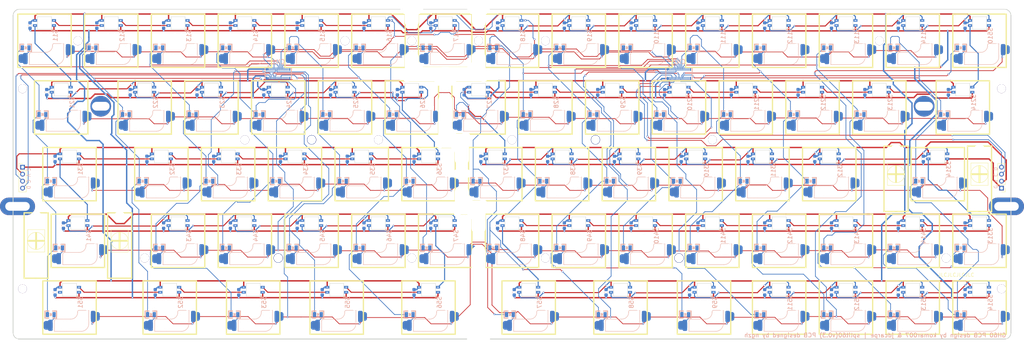
<source format=kicad_pcb>
(kicad_pcb (version 20211014) (generator pcbnew)
  (layers (0 "F.Cu" signal) (31 "B.Cu" signal) (34 "B.Paste" user) (35 "F.Paste" user) (36 "B.SilkS" user "B.Silkscreen") (37 "F.SilkS" user "F.Silkscreen") (38 "B.Mask" user) (39 "F.Mask" user) (44 "Edge.Cuts" user))
  (net 0 "")
  (net 1 "c8")
  (net 2 "r3")
  (net 3 "GND")
  (net 4 "VCC")
  (net 5 "S37_38")
  (net 6 "S38_39")
  (net 7 "c3")
  (net 8 "r4")
  (net 9 "S41_43")
  (net 10 "S43_44")
  (net 11 "c14")
  (net 12 "S313_414")
  (net 13 "S414_413")
  (net 14 "c13")
  (net 15 "S413_412")
  (net 16 "c12")
  (net 17 "S412_411")
  (net 18 "c11")
  (net 19 "S411_410")
  (net 20 "c10")
  (net 21 "S410_49")
  (net 22 "c1")
  (net 23 "S31_41")
  (net 24 "c9")
  (net 25 "S39_310")
  (net 26 "c4")
  (net 27 "S44_45")
  (net 28 "c7")
  (net 29 "S27_37")
  (net 30 "c6")
  (net 31 "S26_36")
  (net 32 "S36_35")
  (net 33 "c5")
  (net 34 "S35_34")
  (net 35 "S34_33")
  (net 36 "S33_32")
  (net 37 "c2")
  (net 38 "S32_31")
  (net 39 "S312_314")
  (net 40 "r5")
  (net 41 "S58_59")
  (net 42 "S59_511")
  (net 43 "S314_313")
  (net 44 "S512_513")
  (net 45 "S513_514")
  (net 46 "S57_58")
  (net 47 "S53_52")
  (net 48 "S311_312")
  (net 49 "S49_48")
  (net 50 "S46_47")
  (net 51 "S45_46")
  (net 52 "S310_311")
  (net 53 "r1")
  (net 54 "S12_11")
  (net 55 "S11_21")
  (net 56 "S19_110")
  (net 57 "S110_111")
  (net 58 "S111_112")
  (net 59 "S112_113")
  (net 60 "S113_114")
  (net 61 "S114_510")
  (net 62 "S13_12")
  (net 63 "S14_13")
  (net 64 "S15_14")
  (net 65 "S16_15")
  (net 66 "S18_19")
  (net 67 "r2")
  (net 68 "S21_22")
  (net 69 "S212_211")
  (net 70 "S211_210")
  (net 71 "S210_29")
  (net 72 "S29_28")
  (net 73 "S28_27")
  (net 74 "S25_26")
  (net 75 "S24_25")
  (net 76 "S23_24")
  (net 77 "S22_23")
  (net 78 "S214_213")
  (net 79 "S213_212")
  (net 80 "sclR")
  (net 81 "sdaR")
  (net 82 "sclL")
  (net 83 "sdaL")
  (net 84 "S48_57")
  (net 85 "S510_214")
  (net 86 "S47_56")
  (net 87 "S56_55")
  (net 88 "S55_53")
  (net 89 "S52_51")
  (net 90 "S511_512")
  (net 91 "S17_16")
  (net 92 "led1_17")
  (footprint "hole:PKRHC" (layer "F.Cu") (at 322.3399 92.5208)
    (fp_text reference "HOLE" hide)
    (fp_text value "VAL**" hide)
  )
  (footprint "hole:PKRHSL" (layer "F.Cu") (at 345.8312 121.1212)
    (fp_text reference "HOLE" hide)
    (fp_text value "VAL**" hide)
  )
  (footprint "hole:PKRHC" (layer "F.Cu") (at 87.4893 92.5208)
    (fp_text reference "HOLE" hide)
    (fp_text value "VAL**" hide)
  )
  (footprint "hole:PKRHC" (layer "F.Cu") (at 190.5 111.76)
    (fp_text reference "HOLE" hide)
    (fp_text value "VAL**" hide)
  )
  (footprint "hole:PKRHSL" (layer "F.Cu") (at 63.7489 121.1212)
    (fp_text reference "HOLE" hide)
    (fp_text value "VAL**" hide)
  )
  (footprint "Mounting_Holes:MountingHole_2.5mm" (layer "F.Cu") (at 80.9625 73.81875)
    (fp_text reference "" hide)
    (fp_text value "MountingHole_2.5mm" hide)
  )
  (footprint "hole:PKRH" (layer "F.Cu") (at 190.5 83.34502)
    (fp_text reference "" hide)
    (fp_text value "" hide)
  )
  (footprint "hole:PKRH" (layer "F.Cu") (at 188 102.2)
    (fp_text reference "" hide)
    (fp_text value "" hide)
  )
  (footprint "hole:PKRH" (layer "F.Cu") (at 193.68125 121.20498)
    (fp_text reference "" hide)
    (fp_text value "" hide)
  )
  (footprint "hole:PKRH" (layer "F.Cu") (at 190.20498 105.31875 90)
    (fp_text reference "" hide)
    (fp_text value "" hide)
  )
  (footprint "hole:PKRH" (layer "F.Cu") (at 190.40498 118.6 90)
    (fp_text reference "" hide)
    (fp_text value "" hide)
  )
  (footprint "hole:PKRH" (layer "F.Cu") (at 185.60498 97 90)
    (fp_text reference "" hide)
    (fp_text value "" hide)
  )
  (footprint "hole:PKRH" (layer "F.Cu") (at 185.60498 84.61875 90)
    (fp_text reference "" hide)
    (fp_text value "" hide)
  )
  (footprint "hole:PKRH" (layer "F.Cu") (at 193.6 64.63 90)
    (fp_text reference "" hide)
    (fp_text value "" hide)
  )
  (footprint "hole:PKRH" (layer "F.Cu") (at 196.91 64.63 90)
    (fp_text reference "" hide)
    (fp_text value "" hide)
  )
  (footprint "hole:PKRH" (layer "F.Cu") (at 187.6 85.4 90)
    (fp_text reference "" hide)
    (fp_text value "" hide)
  )
  (footprint "hole:PKRH" (layer "F.Cu") (at 187.6 100.4 90)
    (fp_text reference "" hide)
    (fp_text value "" hide)
  )
  (footprint "hole:PKRH" (layer "F.Cu") (at 188.7 104.4 90)
    (fp_text reference "" hide)
    (fp_text value "" hide)
  )
  (footprint "hole:PKRH" (layer "F.Cu") (at 192.3 119.4 90)
    (fp_text reference "" hide)
    (fp_text value "" hide)
  )
  (footprint "hole:PKRH" (layer "F.Cu") (at 200.025 123.4 90)
    (fp_text reference "" hide)
    (fp_text value "" hide)
  )
  (footprint "hole:PKRH" (layer "F.Cu") (at 200 146.8 90)
    (fp_text reference "" hide)
    (fp_text value "" hide)
  )
  (footprint "hole:PKRH" (layer "F.Cu") (at 198.3 159.2 90)
    (fp_text reference "" hide)
    (fp_text value "" hide)
  )
  (footprint "hole:PKRH" (layer "F.Cu") (at 201.7 159.2 90)
    (fp_text reference "" hide)
    (fp_text value "" hide)
  )
  (footprint "hole:PKRH" (layer "F.Cu") (at 195 80.3 90)
    (fp_text reference "" hide)
    (fp_text value "" hide)
  )
  (footprint "hole:PKRH" (layer "F.Cu") (at 193.3 81.3 90)
    (fp_text reference "" hide)
    (fp_text value "" hide)
  )
  (footprint "hole:PKRH" (layer "F.Cu") (at 196.67 84.02 90)
    (fp_text reference "" hide)
    (fp_text value "" hide)
  )
  (footprint "hole:PKRH" (layer "F.Cu") (at 184.3 103 90)
    (fp_text reference "" hide)
    (fp_text value "" hide)
  )
  (footprint "hole:PKRH" (layer "F.Cu") (at 191.6 101.1 90)
    (fp_text reference "" hide)
    (fp_text value "" hide)
  )
  (footprint "hole:PKRH" (layer "F.Cu") (at 189.3 122.6 90)
    (fp_text reference "" hide)
    (fp_text value "" hide)
  )
  (footprint "hole:PKRH" (layer "F.Cu") (at 201.24 119.645 90)
    (fp_text reference "" hide)
    (fp_text value "" hide)
  )
  (footprint "hole:PKRH" (layer "F.Cu") (at 175.94248 67.30875 90)
    (fp_text reference "")
    (fp_text value "")
  )
  (footprint "hole:PKRH" (layer "F.Cu") (at 175.95 80.29875 90)
    (fp_text reference "" hide)
    (fp_text value "" hide)
  )
  (footprint "hole:PKRH" (layer "F.Cu") (at 177.87 64.63 90)
    (fp_text reference "" hide)
    (fp_text value "" hide)
  )
  (footprint "hole:PKRH" (layer "F.Cu") (at 174.55 64.62 90)
    (fp_text reference "" hide)
    (fp_text value "" hide)
  )
  (footprint "hole:PKRH" (layer "F.Cu") (at 189.72 82.2)
    (fp_text reference "" hide)
    (fp_text value "" hide)
  )
  (footprint "hole:PKRH" (layer "F.Cu") (at 183.9 86.2 90)
    (fp_text reference "" hide)
    (fp_text value "" hide)
  )
  (footprint "hole:PKRH" (layer "F.Cu") (at 178.1 81.3 90)
    (fp_text reference "" hide)
    (fp_text value "" hide)
  )
  (footprint "hole:PKRH" (layer "F.Cu") (at 198.05 123.525 90)
    (fp_text reference "" hide)
    (fp_text value "" hide)
  )
  (footprint "hole:PKRH" (layer "F.Cu") (at 174.81 84.09 90)
    (fp_text reference "" hide)
    (fp_text value "" hide)
  )
  (footprint "hole:PKRH" (layer "F.Cu") (at 199.99 138.29 90)
    (fp_text reference "" hide)
    (fp_text value "" hide)
  )
  (footprint "hole:PKRH" (layer "F.Cu") (at 200.01 155.16 90)
    (fp_text reference "" hide)
    (fp_text value "" hide)
  )
  (footprint "Keyboard:MXHS-1U-RGB-ALI-3528-HOLE-NOPAD" (layer "F.Cu") (at 261.9375 73.81875 180)
    (fp_text reference "S111")
    (fp_text value "MX_LED" hide)
    (fp_line (start -2 6.88) (end 2 6.88) (layer "Edge.Cuts") (width 0.1))
    (fp_line (start -2 3.28) (end 2 3.28) (layer "Edge.Cuts") (width 0.1))
    (fp_line (start -2 3.28) (end -2 6.88) (layer "Edge.Cuts") (width 0.1))
    (fp_line (start 2 3.28) (end 2 6.88) (layer "Edge.Cuts") (width 0.1))
  )
  (footprint "Keyboard:MXHS-1U-RGB-ALI-3528-HOLE-NOPAD" (layer "F.Cu") (at 219.075 111.91875 180)
    (fp_text reference "S38")
    (fp_text value "MX_LED" hide)
    (fp_line (start -2 3.28) (end -2 6.88) (layer "Edge.Cuts") (width 0.1))
    (fp_line (start -2 6.88) (end 2 6.88) (layer "Edge.Cuts") (width 0.1))
    (fp_line (start -2 3.28) (end 2 3.28) (layer "Edge.Cuts") (width 0.1))
    (fp_line (start 2 3.28) (end 2 6.88) (layer "Edge.Cuts") (width 0.1))
  )
  (footprint "Keyboard:MXHS-1U-RGB-ALI-3528-HOLE-NOPAD" (layer "F.Cu") (at 280.9875 150.01875 180)
    (fp_text reference "S511")
    (fp_text value "MX_LED" hide)
    (fp_line (start -2 3.28) (end -2 6.88) (layer "Edge.Cuts") (width 0.1))
    (fp_line (start -2 6.88) (end 2 6.88) (layer "Edge.Cuts") (width 0.1))
    (fp_line (start -2 3.28) (end 2 3.28) (layer "Edge.Cuts") (width 0.1))
    (fp_line (start 2 3.28) (end 2 6.88) (layer "Edge.Cuts") (width 0.1))
  )
  (footprint "Keyboard:MXHS-1U-RGB-ALI-3528-HOLE-NOPAD" (layer "F.Cu") (at 338.1375 150.01875 180)
    (fp_text reference "S514")
    (fp_text value "MX_LED" hide)
    (fp_line (start 2 3.28) (end 2 6.88) (layer "Edge.Cuts") (width 0.1))
    (fp_line (start -2 3.28) (end -2 6.88) (layer "Edge.Cuts") (width 0.1))
    (fp_line (start -2 6.88) (end 2 6.88) (layer "Edge.Cuts") (width 0.1))
    (fp_line (start -2 3.28) (end 2 3.28) (layer "Edge.Cuts") (width 0.1))
  )
  (footprint "Keyboard:MXHS-1U-RGB-ALI-3528-HOLE-NOPAD" (layer "F.Cu") (at 71.4375 73.81875 180)
    (fp_text reference "S11")
    (fp_text value "MX_LED" hide)
    (fp_line (start -2 3.28) (end -2 6.88) (layer "Edge.Cuts") (width 0.1))
    (fp_line (start -2 3.28) (end 2 3.28) (layer "Edge.Cuts") (width 0.1))
    (fp_line (start -2 6.88) (end 2 6.88) (layer "Edge.Cuts") (width 0.1))
    (fp_line (start 2 3.28) (end 2 6.88) (layer "Edge.Cuts") (width 0.1))
  )
  (footprint "Mounting_Holes:MountingHole_2.5mm" (layer "F.Cu") (at 261.93749 102.1)
    (fp_text reference "" hide)
    (fp_text value "MountingHole_2.5mm" hide)
  )
  (footprint "Keyboard:30PIN_0.4MM_BTB_MALE" (layer "F.Cu") (at 252.4125 83.25)
    (fp_text reference "CN2")
    (fp_text value "BTB")
  )
  (footprint "Keyboard:MXHS-1U-RGB-ALI-3528-HOLE-NOPAD" (layer "F.Cu") (at 78.58125 111.91875 180)
    (fp_text reference "S31")
    (fp_text value "MX_LED" hide)
    (fp_line (start -2 3.28) (end 2 3.28) (layer "Edge.Cuts") (width 0.1))
    (fp_line (start 2 3.28) (end 2 6.88) (layer "Edge.Cuts") (width 0.1))
    (fp_line (start -2 3.28) (end -2 6.88) (layer "Edge.Cuts") (width 0.1))
    (fp_line (start -2 6.88) (end 2 6.88) (layer "Edge.Cuts") (width 0.1))
  )
  (footprint "Keyboard:30PIN_0.4MM_BTB_MALE" (layer "F.Cu") (at 138.1125 83.25)
    (fp_text reference "CN1")
    (fp_text value "BTB")
  )
  (footprint "hole:PKRH" (layer "F.Cu") (at 195.375 66.175)
    (fp_text reference "" hide)
    (fp_text value "" hide)
  )
  (footprint "Keyboard:MXHS-1U-RGB-ALI-3528-HOLE-NOPAD" (layer "F.Cu") (at 319.0875 130.96875 180)
    (fp_text reference "S414")
    (fp_text value "MX_LED" hide)
    (fp_line (start 2 3.28) (end 2 6.88) (layer "Edge.Cuts") (width 0.1))
    (fp_line (start -2 3.28) (end -2 6.88) (layer "Edge.Cuts") (width 0.1))
    (fp_line (start -2 6.88) (end 2 6.88) (layer "Edge.Cuts") (width 0.1))
    (fp_line (start -2 3.28) (end 2 3.28) (layer "Edge.Cuts") (width 0.1))
  )
  (footprint "" (layer "F.Cu") (at 208.6 68)
    (fp_text reference "")
    (fp_text value "")
  )
  (footprint "Mounting_Holes:MountingHole_2.5mm" (layer "F.Cu") (at 128.58751 102.1)
    (fp_text reference "" hide)
    (fp_text value "MountingHole_2.5mm" hide)
  )
  (footprint "Mounting_Holes:MountingHole_2.5mm" (layer "F.Cu") (at 147.63751 102.1)
    (fp_text reference "REF**" hide)
    (fp_text value "MountingHole_padded_2.5mm" hide)
  )
  (footprint "Keyboard:MXHS-1U-RGB-ALI-3528-HOLE-NOPAD" (layer "F.Cu") (at 119.0625 92.86875 180)
    (fp_text reference "S23")
    (fp_text value "MX_LED" hide)
    (fp_line (start -2 6.88) (end 2 6.88) (layer "Edge.Cuts") (width 0.1))
    (fp_line (start 2 3.28) (end 2 6.88) (layer "Edge.Cuts") (width 0.1))
    (fp_line (start -2 3.28) (end 2 3.28) (layer "Edge.Cuts") (width 0.1))
    (fp_line (start -2 3.28) (end -2 6.88) (layer "Edge.Cuts") (width 0.1))
  )
  (footprint "Keyboard:MXHS-1U-RGB-ALI-3528-HOLE-NOPAD" (layer "F.Cu") (at 223.8375 73.81875 180)
    (fp_text reference "S19")
    (fp_text value "MX_LED" hide)
    (fp_line (start -2 3.28) (end -2 6.88) (layer "Edge.Cuts") (width 0.1))
    (fp_line (start 2 3.28) (end 2 6.88) (layer "Edge.Cuts") (width 0.1))
    (fp_line (start -2 3.28) (end 2 3.28) (layer "Edge.Cuts") (width 0.1))
    (fp_line (start -2 6.88) (end 2 6.88) (layer "Edge.Cuts") (width 0.1))
  )
  (footprint "Keyboard:MXHS-1U-RGB-ALI-3528-HOLE-NOPAD" (layer "F.Cu") (at 142.875 111.91875 180)
    (fp_text reference "S34")
    (fp_text value "MX_LED" hide)
    (fp_line (start 2 3.28) (end 2 6.88) (layer "Edge.Cuts") (width 0.1))
    (fp_line (start -2 6.88) (end 2 6.88) (layer "Edge.Cuts") (width 0.1))
    (fp_line (start -2 3.28) (end -2 6.88) (layer "Edge.Cuts") (width 0.1))
    (fp_line (start -2 3.28) (end 2 3.28) (layer "Edge.Cuts") (width 0.1))
  )
  (footprint "Keyboard:MXHS-1U-RGB-ALI-3528-HOLE-NOPAD" (layer "F.Cu") (at 300.0375 150.01875 180)
    (fp_text reference "S512")
    (fp_text value "MX_LED" hide)
    (fp_line (start -2 3.28) (end 2 3.28) (layer "Edge.Cuts") (width 0.1))
    (fp_line (start -2 6.88) (end 2 6.88) (layer "Edge.Cuts") (width 0.1))
    (fp_line (start 2 3.28) (end 2 6.88) (layer "Edge.Cuts") (width 0.1))
    (fp_line (start -2 3.28) (end -2 6.88) (layer "Edge.Cuts") (width 0.1))
  )
  (footprint "Mounting_Holes:MountingHole_2.5mm" (layer "F.Cu") (at 252.4125 135.89)
    (fp_text reference "REF**" hide)
    (fp_text value "MountingHole_padded_2.5mm" hide)
  )
  (footprint "Keyboard:MXHS-1U-RGB-ALI-3528-HOLE-NOPAD" (layer "F.Cu") (at 78.58125 150.01875 180)
    (fp_text reference "S51")
    (fp_text value "MX_LED" hide)
    (fp_line (start -2 3.28) (end -2 6.88) (layer "Edge.Cuts") (width 0.1))
    (fp_line (start -2 6.88) (end 2 6.88) (layer "Edge.Cuts") (width 0.1))
    (fp_line (start 2 3.28) (end 2 6.88) (layer "Edge.Cuts") (width 0.1))
    (fp_line (start -2 3.28) (end 2 3.28) (layer "Edge.Cuts") (width 0.1))
  )
  (footprint "Mounting_Holes:MountingHole_2.5mm" (layer "F.Cu") (at 157.1625 73.81875)
    (fp_text reference "" hide)
    (fp_text value "MountingHole_2.5mm" hide)
  )
  (footprint "Keyboard:MXHS-1U-RGB-ALI-3528-HOLE-NOPAD" (layer "F.Cu") (at 214.3125 92.86875 180)
    (fp_text reference "S28")
    (fp_text value "MX_LED" hide)
    (fp_line (start -2 3.28) (end 2 3.28) (layer "Edge.Cuts") (width 0.1))
    (fp_line (start -2 6.88) (end 2 6.88) (layer "Edge.Cuts") (width 0.1))
    (fp_line (start 2 3.28) (end 2 6.88) (layer "Edge.Cuts") (width 0.1))
    (fp_line (start -2 3.28) (end -2 6.88) (layer "Edge.Cuts") (width 0.1))
  )
  (footprint "Keyboard:MXHS-1U-RGB-ALI-3528-HOLE-NOPAD" (layer "F.Cu") (at 109.5375 73.81875 180)
    (fp_text reference "S13")
    (fp_text value "MX_LED" hide)
    (fp_line (start -2 3.28) (end 2 3.28) (layer "Edge.Cuts") (width 0.1))
    (fp_line (start -2 6.88) (end 2 6.88) (layer "Edge.Cuts") (width 0.1))
    (fp_line (start -2 3.28) (end -2 6.88) (layer "Edge.Cuts") (width 0.1))
    (fp_line (start 2 3.28) (end 2 6.88) (layer "Edge.Cuts") (width 0.1))
  )
  (footprint "Keyboard:MXHS-1U-RGB-ALI-3528-HOLE-NOPAD" (layer "F.Cu") (at 280.9875 73.81875 180)
    (fp_text reference "S112")
    (fp_text value "MX_LED" hide)
    (fp_line (start -2 3.28) (end 2 3.28) (layer "Edge.Cuts") (width 0.1))
    (fp_line (start -2 6.88) (end 2 6.88) (layer "Edge.Cuts") (width 0.1))
    (fp_line (start 2 3.28) (end 2 6.88) (layer "Edge.Cuts") (width 0.1))
    (fp_line (start -2 3.28) (end -2 6.88) (layer "Edge.Cuts") (width 0.1))
  )
  (footprint "Keyboard:MXHS-1U-RGB-ALI-3528-HOLE-NOPAD" (layer "F.Cu") (at 123.825 111.91875 180)
    (fp_text reference "S33")
    (fp_text value "MX_LED" hide)
    (fp_line (start -2 6.88) (end 2 6.88) (layer "Edge.Cuts") (width 0.1))
    (fp_line (start 2 3.28) (end 2 6.88) (layer "Edge.Cuts") (width 0.1))
    (fp_line (start -2 3.28) (end -2 6.88) (layer "Edge.Cuts") (width 0.1))
    (fp_line (start -2 3.28) (end 2 3.28) (layer "Edge.Cuts") (width 0.1))
  )
  (footprint "Mounting_Holes:MountingHole_2.5mm" (layer "F.Cu") (at 204.7875 102.1)
    (fp_text reference "" hide)
    (fp_text value "MountingHole_2.5mm" hide)
  )
  (footprint "Keyboard:MXHS-1U-RGB-ALI-3528-HOLE-NOPAD" (layer "F.Cu") (at 333.375 92.86875 180)
    (fp_text reference "S214")
    (fp_text value "MX_LED" hide)
    (fp_line (start 2 3.28) (end 2 6.88) (layer "Edge.Cuts") (width 0.1))
    (fp_line (start -2 6.88) (end 2 6.88) (layer "Edge.Cuts") (width 0.1))
    (fp_line (start -2 3.28) (end -2 6.88) (layer "Edge.Cuts") (width 0.1))
    (fp_line (start -2 3.28) (end 2 3.28) (layer "Edge.Cuts") (width 0.1))
  )
  (footprint "Keyboard:MXHS-1U-RGB-ALI-3528-HOLE-NOPAD" (layer "F.Cu") (at 128.5875 73.81875 180)
    (fp_text reference "S14")
    (fp_text value "MX_LED" hide)
    (fp_line (start -2 3.28) (end 2 3.28) (layer "Edge.Cuts") (width 0.1))
    (fp_line (start -2 6.88) (end 2 6.88) (layer "Edge.Cuts") (width 0.1))
    (fp_line (start 2 3.28) (end 2 6.88) (layer "Edge.Cuts") (width 0.1))
    (fp_line (start -2 3.28) (end -2 6.88) (layer "Edge.Cuts") (width 0.1))
  )
  (footprint "Keyboard:MXST" (layer "F.Cu") (at 314.325 111.91875)
    (fp_text reference "" hide)
    (fp_text value "" hide)
  )
  (footprint "Keyboard:MXHS-1U-RGB-ALI-3528-HOLE-NOPAD" (layer "F.Cu") (at 157.1625 92.86875 180)
    (fp_text reference "S25")
    (fp_text value "MX_LED" hide)
    (fp_line (start -2 3.28) (end 2 3.28) (layer "Edge.Cuts") (width 0.1))
    (fp_line (start -2 6.88) (end 2 6.88) (layer "Edge.Cuts") (width 0.1))
    (fp_line (start 2 3.28) (end 2 6.88) (layer "Edge.Cuts") (width 0.1))
    (fp_line (start -2 3.28) (end -2 6.88) (layer "Edge.Cuts") (width 0.1))
  )
  (footprint "Keyboard:MXHS-1U-RGB-ALI-3528-HOLE-NOPAD" (layer "F.Cu") (at 147.6375 73.81875 180)
    (fp_text reference "S15")
    (fp_text value "MX_LED" hide)
    (fp_line (start -2 6.88) (end 2 6.88) (layer "Edge.Cuts") (width 0.1))
    (fp_line (start -2 3.28) (end -2 6.88) (layer "Edge.Cuts") (width 0.1))
    (fp_line (start -2 3.28) (end 2 3.28) (layer "Edge.Cuts") (width 0.1))
    (fp_line (start 2 3.28) (end 2 6.88) (layer "Edge.Cuts") (width 0.1))
  )
  (footprint "Keyboard:MXHS-1U-RGB-ALI-3528-HOLE-NOPAD" (layer "F.Cu") (at 204.7875 73.81875 180)
    (fp_text reference "S18")
    (fp_text value "MX_LED" hide)
    (fp_line (start -2 3.28) (end 2 3.28) (layer "Edge.Cuts") (width 0.1))
    (fp_line (start -2 3.28) (end -2 6.88) (layer "Edge.Cuts") (width 0.1))
    (fp_line (start -2 6.88) (end 2 6.88) (layer "Edge.Cuts") (width 0.1))
    (fp_line (start 2 3.28) (end 2 6.88) (layer "Edge.Cuts") (width 0.1))
  )
  (footprint "Keyboard:MXHS-1U-RGB-ALI-3528-HOLE-NOPAD" (layer "F.Cu") (at 290.5125 92.86875 180)
    (fp_text reference "S212")
    (fp_text value "MX_LED" hide)
    (fp_line (start -2 6.88) (end 2 6.88) (layer "Edge.Cuts") (width 0.1))
    (fp_line (start -2 3.28) (end -2 6.88) (layer "Edge.Cuts") (width 0.1))
    (fp_line (start -2 3.28) (end 2 3.28) (layer "Edge.Cuts") (width 0.1))
    (fp_line (start 2 3.28) (end 2 6.88) (layer "Edge.Cuts") (width 0.1))
  )
  (footprint "Keyboard:MXHS-1U-RGB-ALI-3528-HOLE-NOPAD" (layer "F.Cu") (at 76.2 92.86875 180)
    (fp_text reference "S21")
    (fp_text value "MX_LED" hide)
    (fp_line (start -2 3.28) (end -2 6.88) (layer "Edge.Cuts") (width 0.1))
    (fp_line (start -2 6.88) (end 2 6.88) (layer "Edge.Cuts") (width 0.1))
    (fp_line (start -2 3.28) (end 2 3.28) (layer "Edge.Cuts") (width 0.1))
    (fp_line (start 2 3.28) (end 2 6.88) (layer "Edge.Cuts") (width 0.1))
  )
  (footprint "Keyboard:MXHS-1U-RGB-ALI-3528-HOLE-NOPAD" (layer "F.Cu") (at 161.925 111.91875 180)
    (fp_text reference "S35")
    (fp_text value "MX_LED" hide)
    (fp_line (start -2 6.88) (end 2 6.88) (layer "Edge.Cuts") (width 0.1))
    (fp_line (start -2 3.28) (end -2 6.88) (layer "Edge.Cuts") (width 0.1))
    (fp_line (start 2 3.28) (end 2 6.88) (layer "Edge.Cuts") (width 0.1))
    (fp_line (start -2 3.28) (end 2 3.28) (layer "Edge.Cuts") (width 0.1))
  )
  (footprint "Keyboard:MXHS-1U-RGB-ALI-3528-HOLE-NOPAD" (layer "F.Cu") (at 109.5375 130.96875 180)
    (fp_text reference "S43")
    (fp_text value "MX_LED" hide)
    (fp_line (start -2 3.28) (end 2 3.28) (layer "Edge.Cuts") (width 0.1))
    (fp_line (start 2 3.28) (end 2 6.88) (layer "Edge.Cuts") (width 0.1))
    (fp_line (start -2 6.88) (end 2 6.88) (layer "Edge.Cuts") (width 0.1))
    (fp_line (start -2 3.28) (end -2 6.88) (layer "Edge.Cuts") (width 0.1))
  )
  (footprint "Mounting_Holes:MountingHole_2.5mm" (layer "F.Cu") (at 100.0125 135.89)
    (fp_text reference "" hide)
    (fp_text value "MountingHole_2.5mm" hide)
  )
  (footprint "Keyboard:MXHS-1U-RGB-ALI-3528-HOLE-NOPAD" (layer "F.Cu") (at 235.74375 150.01875 180)
    (fp_text reference "S58")
    (fp_text value "MX_LED" hide)
    (fp_line (start -2 3.28) (end 2 3.28) (layer "Edge.Cuts") (width 0.1))
    (fp_line (start -2 3.28) (end -2 6.88) (layer "Edge.Cuts") (width 0.1))
    (fp_line (start 2 3.28) (end 2 6.88) (layer "Edge.Cuts") (width 0.1))
    (fp_line (start -2 6.88) (end 2 6.88) (layer "Edge.Cuts") (width 0.1))
  )
  (footprint "Keyboard:MXHS-1U-RGB-ALI-3528-HOLE-NOPAD" (layer "F.Cu") (at 209.55 150.01875 180)
    (fp_text reference "S57")
    (fp_text value "MX_LED" hide)
    (fp_line (start -2 3.28) (end -2 6.88) (layer "Edge.Cuts") (width 0.1))
    (fp_line (start 2 3.28) (end 2 6.88) (layer "Edge.Cuts") (width 0.1))
    (fp_line (start -2 6.88) (end 2 6.88) (layer "Edge.Cuts") (width 0.1))
    (fp_line (start -2 3.28) (end 2 3.28) (layer "Edge.Cuts") (width 0.1))
  )
  (footprint "Keyboard:MXHS-1U-RGB-ALI-3528-HOLE-NOPAD" (layer "F.Cu") (at 295.275 111.91875 180)
    (fp_text reference "S312")
    (fp_text value "MX_LED" hide)
    (fp_line (start -2 6.88) (end 2 6.88) (layer "Edge.Cuts") (width 0.1))
    (fp_line (start 2 3.28) (end 2 6.88) (layer "Edge.Cuts") (width 0.1))
    (fp_line (start -2 3.28) (end 2 3.28) (layer "Edge.Cuts") (width 0.1))
    (fp_line (start -2 3.28) (end -2 6.88) (layer "Edge.Cuts") (width 0.1))
  )
  (footprint "Keyboard:MXHS-1U-RGB-ALI-3528-HOLE-NOPAD" (layer "F.Cu") (at 200.025 111.91875 180)
    (fp_text reference "S37")
    (fp_text value "MX_LED" hide)
    (fp_line (start -2 3.28) (end 2 3.28) (layer "Edge.Cuts") (width 0.1))
    (fp_line (start -2 6.88) (end 2 6.88) (layer "Edge.Cuts") (width 0.1))
    (fp_line (start 2 3.28) (end 2 6.88) (layer "Edge.Cuts") (width 0.1))
    (fp_line (start -2 3.28) (end -2 6.88) (layer "Edge.Cuts") (width 0.1))
  )
  (footprint "Mounting_Holes:MountingHole_2.5mm" (layer "F.Cu") (at 65.1689 87.5212)
    (fp_text reference "" hide)
    (fp_text value "MountingHole_2.5mm" hide)
  )
  (footprint "Keyboard:MXHS-1U-RGB-ALI-3528-HOLE-NOPAD" (layer "F.Cu") (at 204.7875 130.96875 180)
    (fp_text reference "S48")
    (fp_text value "MX_LED" hide)
    (fp_line (start -2 3.28) (end 2 3.28) (layer "Edge.Cuts") (width 0.1))
    (fp_line (start 2 3.28) (end 2 6.88) (layer "Edge.Cuts") (width 0.1))
    (fp_line (start -2 6.88) (end 2 6.88) (layer "Edge.Cuts") (width 0.1))
    (fp_line (start -2 3.28) (end -2 6.88) (layer "Edge.Cuts") (width 0.1))
  )
  (footprint "Keyboard:MXHS-1U-RGB-ALI-3528-HOLE-NOPAD" (layer "F.Cu") (at 223.8375 130.96875 180)
    (fp_text reference "S49")
    (fp_text value "MX_LED" hide)
    (fp_line (start 2 3.28) (end 2 6.88) (layer "Edge.Cuts") (width 0.1))
    (fp_line (start -2 3.28) (end -2 6.88) (layer "Edge.Cuts") (width 0.1))
    (fp_line (start -2 3.28) (end 2 3.28) (layer "Edge.Cuts") (width 0.1))
    (fp_line (start -2 6.88) (end 2 6.88) (layer "Edge.Cuts") (width 0.1))
  )
  (footprint "Mounting_Holes:MountingHole_2.5mm" (layer "F.Cu") (at 65.1689 144.6712)
    (fp_text reference "" hide)
    (fp_text value "MountingHole_2.5mm" hide)
  )
  (footprint "Keyboard:MXHS-1U-RGB-ALI-3528-HOLE-NOPAD" (layer "F.Cu") (at 128.5875 130.96875 180)
    (fp_text reference "S44")
    (fp_text value "MX_LED" hide)
    (fp_line (start -2 6.88) (end 2 6.88) (layer "Edge.Cuts") (width 0.1))
    (fp_line (start -2 3.28) (end -2 6.88) (layer "Edge.Cuts") (width 0.1))
    (fp_line (start -2 3.28) (end 2 3.28) (layer "Edge.Cuts") (width 0.1))
    (fp_line (start 2 3.28) (end 2 6.88) (layer "Edge.Cuts") (width 0.1))
  )
  (footprint "Keyboard:MXHS-1U-RGB-ALI-3528-HOLE-NOPAD" (layer "F.Cu") (at 271.4625 92.86875 180)
    (fp_text reference "S211")
    (fp_text value "MX_LED" hide)
    (fp_line (start 2 3.28) (end 2 6.88) (layer "Edge.Cuts") (width 0.1))
    (fp_line (start -2 6.88) (end 2 6.88) (layer "Edge.Cuts") (width 0.1))
    (fp_line (start -2 3.28) (end -2 6.88) (layer "Edge.Cuts") (width 0.1))
    (fp_line (start -2 3.28) (end 2 3.28) (layer "Edge.Cuts") (width 0.1))
  )
  (footprint "Mounting_Holes:MountingHole_2.5mm" (layer "F.Cu") (at 138.1125 135.89)
    (fp_text reference "REF**" hide)
    (fp_text value "MountingHole_padded_2.5mm" hide)
  )
  (footprint "Keyboard:MXHS-1U-RGB-ALI-3528-HOLE-NOPAD" (layer "F.Cu") (at 138.1125 92.86875 180)
    (fp_text reference "S24")
    (fp_text value "MX_LED" hide)
    (fp_line (start 2 3.28) (end 2 6.88) (layer "Edge.Cuts") (width 0.1))
    (fp_line (start -2 3.28) (end -2 6.88) (layer "Edge.Cuts") (width 0.1))
    (fp_line (start -2 6.88) (end 2 6.88) (layer "Edge.Cuts") (width 0.1))
    (fp_line (start -2 3.28) (end 2 3.28) (layer "Edge.Cuts") (width 0.1))
  )
  (footprint "Keyboard:MXHS-1U-RGB-ALI-3528-HOLE-NOPAD" (layer "F.Cu") (at 130.96875 150.01875 180)
    (fp_text reference "S53")
    (fp_text value "MX_LED" hide)
    (fp_line (start 2 3.28) (end 2 6.88) (layer "Edge.Cuts") (width 0.1))
    (fp_line (start -2 3.28) (end 2 3.28) (layer "Edge.Cuts") (width 0.1))
    (fp_line (start -2 6.88) (end 2 6.88) (layer "Edge.Cuts") (width 0.1))
    (fp_line (start -2 3.28) (end -2 6.88) (layer "Edge.Cuts") (width 0.1))
  )
  (footprint "Keyboard:MXST" (layer "F.Cu") (at 338.1375 111.91875)
    (fp_text reference "" hide)
    (fp_text value "" hide)
  )
  (footprint "Keyboard:MXHS-1U-RGB-ALI-3528-HOLE-NOPAD" (layer "F.Cu") (at 300.0375 130.96875 180)
    (fp_text reference "S413")
    (fp_text value "MX_LED" hide)
    (fp_line (start -2 3.28) (end -2 6.88) (layer "Edge.Cuts") (width 0.1))
    (fp_line (start -2 6.88) (end 2 6.88) (layer "Edge.Cuts") (width 0.1))
    (fp_line (start 2 3.28) (end 2 6.88) (layer "Edge.Cuts") (width 0.1))
    (fp_line (start -2 3.28) (end 2 3.28) (layer "Edge.Cuts") (width 0.1))
  )
  (footprint "Keyboard:MXHS-1U-RGB-ALI-3528-HOLE-NOPAD" (layer "F.Cu") (at 80.9625 130.96875 180)
    (fp_text reference "S41")
    (fp_text value "MX_LED" hide)
    (fp_line (start -2 6.88) (end 2 6.88) (layer "Edge.Cuts") (width 0.1))
    (fp_line (start -2 3.28) (end 2 3.28) (layer "Edge.Cuts") (width 0.1))
    (fp_line (start 2 3.28) (end 2 6.88) (layer "Edge.Cuts") (width 0.1))
    (fp_line (start -2 3.28) (end -2 6.88) (layer "Edge.Cuts") (width 0.1))
  )
  (footprint "Mounting_Holes:MountingHole_2.5mm" (layer "F.Cu") (at 344.4112 144.6712)
    (fp_text reference "" hide)
    (fp_text value "MountingHole_2.5mm" hide)
  )
  (footprint "Keyboard:MXHS-1U-RGB-ALI-3528-HOLE-NOPAD" (layer "F.Cu") (at 107.15625 150.01875 180)
    (fp_text reference "S52")
    (fp_text value "MX_LED" hide)
    (fp_line (start -2 3.28) (end -2 6.88) (layer "Edge.Cuts") (width 0.1))
    (fp_line (start 2 3.28) (end 2 6.88) (layer "Edge.Cuts") (width 0.1))
    (fp_line (start -2 3.28) (end 2 3.28) (layer "Edge.Cuts") (width 0.1))
    (fp_line (start -2 6.88) (end 2 6.88) (layer "Edge.Cuts") (width 0.1))
  )
  (footprint "Keyboard:MXHS-1U-RGB-ALI-3528-HOLE-NOPAD" (layer "F.Cu") (at 252.4125 92.86875 180)
    (fp_text reference "S210")
    (fp_text value "MX_LED" hide)
    (fp_line (start -2 3.28) (end 2 3.28) (layer "Edge.Cuts") (width 0.1))
    (fp_line (start -2 6.88) (end 2 6.88) (layer "Edge.Cuts") (width 0.1))
    (fp_line (start -2 3.28) (end -2 6.88) (layer "Edge.Cuts") (width 0.1))
    (fp_line (start 2 3.28) (end 2 6.88) (layer "Edge.Cuts") (width 0.1))
  )
  (footprint "Keyboard:MXHS-1U-RGB-ALI-3528-HOLE-NOPAD" (layer "F.Cu") (at 195.2625 92.86875 180)
    (fp_text reference "S27")
    (fp_text value "MX_LED" hide)
    (fp_line (start -2 3.28) (end 2 3.28) (layer "Edge.Cuts") (width 0.1))
    (fp_line (start -2 6.88) (end 2 6.88) (layer "Edge.Cuts") (width 0.1))
    (fp_line (start -2 3.28) (end -2 6.88) (layer "Edge.Cuts") (width 0.1))
    (fp_line (start 2 3.28) (end 2 6.88) (layer "Edge.Cuts") (width 0.1))
  )
  (footprint "Mounting_Holes:MountingHole_2.5mm" (layer "F.Cu") (at 176.2125 135.89)
    (fp_text reference "" hide)
    (fp_text value "MountingHole_2.5mm" hide)
  )
  (footprint "Mounting_Holes:MountingHole_2.5mm" (layer "F.Cu") (at 195.2625 73.81875)
    (fp_text reference "" hide)
    (fp_text value "MountingHole_2.5mm" hide)
  )
  (footprint "Mounting_Holes:MountingHole_2.5mm" (layer "F.Cu") (at 228.6 102.1)
    (fp_text reference "REF**" hide)
    (fp_text value "MountingHole_padded_2.5mm" hide)
  )
  (footprint "Mounting_Holes:MountingHole_2.5mm" (layer "F.Cu") (at 176.2125 73.81875)
    (fp_text reference "" hide)
    (fp_text value "MountingHole_2.5mm" hide)
  )
  (footprint "Keyboard:MXHS-1U-RGB-ALI-3528-HOLE-NOPAD" (layer "F.Cu") (at 147.6375 130.96875 180)
    (fp_text reference "S45")
    (fp_text value "MX_LED" hide)
    (fp_line (start -2 6.88) (end 2 6.88) (layer "Edge.Cuts") (width 0.1))
    (fp_line (start 2 3.28) (end 2 6.88) (layer "Edge.Cuts") (width 0.1))
    (fp_line (start -2 3.28) (end -2 6.88) (layer "Edge.Cuts") (width 0.1))
    (fp_line (start -2 3.28) (end 2 3.28) (layer "Edge.Cuts") (width 0.1))
  )
  (footprint "" (layer "F.Cu") (at 170.5 68.025)
    (fp_text reference "")
    (fp_text value "")
  )
  (footprint "Keyboard:MXHS-1U-RGB-ALI-3528-HOLE-NOPAD" (layer "F.Cu") (at 338.1375 73.81875 180)
    (fp_text reference "S510")
    (fp_text value "MX_LED" hide)
    (fp_line (start -2 3.28) (end 2 3.28) (layer "Edge.Cuts") (width 0.1))
    (fp_line (start 2 3.28) (end 2 6.88) (layer "Edge.Cuts") (width 0.1))
    (fp_line (start -2 3.28) (end -2 6.88) (layer "Edge.Cuts") (width 0.1))
    (fp_line (start -2 6.88) (end 2 6.88) (layer "Edge.Cuts") (width 0.1))
  )
  (footprint "Keyboard:MXHS-1U-RGB-ALI-3528-HOLE-NOPAD" (layer "F.Cu") (at 90.4875 73.81875 180)
    (fp_text reference "S12")
    (fp_text value "MX_LED" hide)
    (fp_line (start -2 3.28) (end -2 6.88) (layer "Edge.Cuts") (width 0.1))
    (fp_line (start 2 3.28) (end 2 6.88) (layer "Edge.Cuts") (width 0.1))
    (fp_line (start -2 6.88) (end 2 6.88) (layer "Edge.Cuts") (width 0.1))
    (fp_line (start -2 3.28) (end 2 3.28) (layer "Edge.Cuts") (width 0.1))
  )
  (footprint "Keyboard:MXHS-1U-RGB-ALI-3528-HOLE-NOPAD" (layer "F.Cu") (at 242.8875 130.96875 180)
    (fp_text reference "S410")
    (fp_text value "MX_LED" hide)
    (fp_line (start 2 3.28) (end 2 6.88) (layer "Edge.Cuts") (width 0.1))
    (fp_line (start -2 3.28) (end 2 3.28) (layer "Edge.Cuts") (width 0.1))
    (fp_line (start -2 3.28) (end -2 6.88) (layer "Edge.Cuts") (width 0.1))
    (fp_line (start -2 6.88) (end 2 6.88) (layer "Edge.Cuts") (width 0.1))
  )
  (footprint "Keyboard:MXST" (layer "F.Cu") (at 92.86875 130.96875)
    (fp_text reference "" hide)
    (fp_text value "" hide)
  )
  (footprint "Mounting_Holes:MountingHole_2.5mm" (layer "F.Cu") (at 344.4112 87.5212)
    (fp_text reference "" hide)
    (fp_text value "MountingHole_2.5mm" hide)
  )
  (footprint "Keyboard:MXHS-1U-RGB-ALI-3528-HOLE-NOPAD" (layer "F.Cu") (at 233.3625 92.86875 180)
    (fp_text reference "S29")
    (fp_text value "MX_LED" hide)
    (fp_line (start -2 3.28) (end 2 3.28) (layer "Edge.Cuts") (width 0.1))
    (fp_line (start -2 6.88) (end 2 6.88) (layer "Edge.Cuts") (width 0.1))
    (fp_line (start 2 3.28) (end 2 6.88) (layer "Edge.Cuts") (width 0.1))
    (fp_line (start -2 3.28) (end -2 6.88) (layer "Edge.Cuts") (width 0.1))
  )
  (footprint "Keyboard:MXST" (layer "F.Cu") (at 69.05625 130.96875)
    (fp_text reference "" hide)
    (fp_text value "" hide)
  )
  (footprint "Keyboard:MXHS-1U-RGB-ALI-3528-HOLE-NOPAD" (layer "F.Cu") (at 280.9875 130.96875 180)
    (fp_text reference "S412")
    (fp_text value "MX_LED" hide)
    (fp_line (start -2 3.28) (end 2 3.28) (layer "Edge.Cuts") (width 0.1))
    (fp_line (start 2 3.28) (end 2 6.88) (layer "Edge.Cuts") (width 0.1))
    (fp_line (start -2 6.88) (end 2 6.88) (layer "Edge.Cuts") (width 0.1))
    (fp_line (start -2 3.28) (end -2 6.88) (layer "Edge.Cuts") (width 0.1))
  )
  (footprint "Keyboard:MXHS-1U-RGB-ALI-3528-HOLE-NOPAD" (layer "F.Cu") (at 100.0125 92.86875 180)
    (fp_text reference "S22")
    (fp_text value "MX_LED" hide)
    (fp_line (start 2 3.28) (end 2 6.88) (layer "Edge.Cuts") (width 0.1))
    (fp_line (start -2 3.28) (end -2 6.88) (layer "Edge.Cuts") (width 0.1))
    (fp_line (start -2 6.88) (end 2 6.88) (layer "Edge.Cuts") (width 0.1))
    (fp_line (start -2 3.28) (end 2 3.28) (layer "Edge.Cuts") (width 0.1))
  )
  (footprint "Mounting_Holes:MountingHole_2.5mm" (layer "F.Cu") (at 214.3125 73.81875)
    (fp_text reference "" hide)
    (fp_text value "MountingHole_2.5mm" hide)
  )
  (footprint "Keyboard:MXHS-1U-RGB-ALI-3528-HOLE-NOPAD" (layer "F.Cu") (at 259.55625 150.01875 180)
    (fp_text reference "S59")
    (fp_text value "MX_LED" hide)
    (fp_line (start 2 3.28) (end 2 6.88) (layer "Edge.Cuts") (width 0.1))
    (fp_line (start -2 3.28) (end 2 3.28) (layer "Edge.Cuts") (width 0.1))
    (fp_line (start -2 6.88) (end 2 6.88) (layer "Edge.Cuts") (width 0.1))
    (fp_line (start -2 3.28) (end -2 6.88) (layer "Edge.Cuts") (width 0.1))
  )
  (footprint "Keyboard:MXHS-1U-RGB-ALI-3528-HOLE-NOPAD" (layer "F.Cu") (at 176.2125 92.86875 180)
    (fp_text reference "S26")
    (fp_text value "MX_LED" hide)
    (fp_line (start -2 6.88) (end 2 6.88) (layer "Edge.Cuts") (width 0.1))
    (fp_line (start -2 3.28) (end 2 3.28) (layer "Edge.Cuts") (width 0.1))
    (fp_line (start -2 3.28) (end -2 6.88) (layer "Edge.Cuts") (width 0.1))
    (fp_line (start 2 3.28) (end 2 6.88) (layer "Edge.Cuts") (width 0.1))
  )
  (footprint "Keyboard:MXHS-1U-RGB-ALI-3528-HOLE-NOPAD" (layer "F.Cu") (at 185.7375 130.96875 180)
    (fp_text reference "S47")
    (fp_text value "MX_LED" hide)
    (fp_line (start -2 3.28) (end -2 6.88) (layer "Edge.Cuts") (width 0.1))
    (fp_line (start -2 6.88) (end 2 6.88) (layer "Edge.Cuts") (width 0.1))
    (fp_line (start 2 3.28) (end 2 6.88) (layer "Edge.Cuts") (width 0.1))
    (fp_line (start -2 3.28) (end 2 3.28) (layer "Edge.Cuts") (width 0.1))
  )
  (footprint "Keyboard:MXHS-1U-RGB-ALI-3528-HOLE-NOPAD" (layer "F.Cu") (at 300.0375 73.81875 180)
    (fp_text reference "S113")
    (fp_text value "MX_LED" hide)
    (fp_line (start -2 6.88) (end 2 6.88) (layer "Edge.Cuts") (width 0.1))
    (fp_line (start -2 3.28) (end -2 6.88) (layer "Edge.Cuts") (width 0.1))
    (fp_line (start 2 3.28) (end 2 6.88) (layer "Edge.Cuts") (width 0.1))
    (fp_line (start -2 3.28) (end 2 3.28) (layer "Edge.Cuts") (width 0.1))
  )
  (footprint "Mounting_Holes:MountingHole_2.5mm" (layer "F.Cu") (at 166.68751 102.1)
    (fp_text reference "" hide)
    (fp_text value "MountingHole_2.5mm" hide)
  )
  (footprint "Keyboard:MXHS-1U-RGB-ALI-3528-HOLE-NOPAD" (layer "F.Cu") (at 257.175 111.91875 180)
    (fp_text reference "S310")
    (fp_text value "MX_LED" hide)
    (fp_line (start -2 3.28) (end -2 6.88) (layer "Edge.Cuts") (width 0.1))
    (fp_line (start -2 3.28) (end 2 3.28) (layer "Edge.Cuts") (width 0.1))
    (fp_line (start 2 3.28) (end 2 6.88) (layer "Edge.Cuts") (width 0.1))
    (fp_line (start -2 6.88) (end 2 6.88) (layer "Edge.Cuts") (width 0.1))
  )
  (footprint "Keyboard:MXHS-1U-RGB-ALI-3528-HOLE-NOPAD" (layer "F.Cu") (at 166.6875 130.96875 180)
    (fp_text reference "S46")
    (fp_text value "MX_LED" hide)
    (fp_line (start -2 6.88) (end 2 6.88) (layer "Edge.Cuts") (width 0.1))
    (fp_line (start -2 3.28) (end -2 6.88) (layer "Edge.Cuts") (width 0.1))
    (fp_line (start 2 3.28) (end 2 6.88) (layer "Edge.Cuts") (width 0.1))
    (fp_line (start -2 3.28) (end 2 3.28) (layer "Edge.Cuts") (width 0.1))
  )
  (footprint "Keyboard:MXHS-1U-RGB-ALI-3528-HOLE-NOPAD" (layer "F.Cu") (at 180.975 111.91875 180)
    (fp_text reference "S36")
    (fp_text value "MX_LED" hide)
    (fp_line (start -2 6.88) (end 2 6.88) (layer "Edge.Cuts") (width 0.1))
    (fp_line (start -2 3.28) (end -2 6.88) (layer "Edge.Cuts") (width 0.1))
    (fp_line (start 2 3.28) (end 2 6.88) (layer "Edge.Cuts") (width 0.1))
    (fp_line (start -2 3.28) (end 2 3.28) (layer "Edge.Cuts") (width 0.1))
  )
  (footprint "Keyboard:MXHS-1U-RGB-ALI-3528-HOLE-NOPAD" (layer "F.Cu") (at 154.78125 150.01875 180)
    (fp_text reference "S55")
    (fp_text value "MX_LED" hide)
    (fp_line (start -2 6.88) (end 2 6.88) (layer "Edge.Cuts") (width 0.1))
    (fp_line (start -2 3.28) (end -2 6.88) (layer "Edge.Cuts") (width 0.1))
    (fp_line (start 2 3.28) (end 2 6.88) (layer "Edge.Cuts") (width 0.1))
    (fp_line (start -2 3.28) (end 2 3.28) (layer "Edge.Cuts") (width 0.1))
  )
  (footprint "Keyboard:MXHS-1U-RGB-ALI-3528-HOLE-NOPAD" (layer "F.Cu") (at 276.225 111.91875 180)
    (fp_text reference "S311")
    (fp_text value "MX_LED" hide)
    (fp_line (start -2 3.28) (end -2 6.88) (layer "Edge.Cuts") (width 0.1))
    (fp_line (start -2 6.88) (end 2 6.88) (layer "Edge.Cuts") (width 0.1))
    (fp_line (start 2 3.28) (end 2 6.88) (layer "Edge.Cuts") (width 0.1))
    (fp_line (start -2 3.28) (end 2 3.28) (layer "Edge.Cuts") (width 0.1))
  )
  (footprint "Connector_PinHeader_2.00mm:PinHeader_1x04_P2.00mm_Vertical" (layer "F.Cu") (at 65.1896 109.91875)
    (fp_text reference "P1" hide)
    (fp_text value "P" hide)
  )
  (footprint "Keyboard:MXHS-1U-RGB-ALI-3528-HOLE-NOPAD" (layer "F.Cu") (at 166.6875 73.81875 180)
    (fp_text reference "S16")
    (fp_text value "MX_LED" hide)
    (fp_line (start -2 3.28) (end 2 3.28) (layer "Edge.Cuts") (width 0.1))
    (fp_line (start -2 6.88) (end 2 6.88) (layer "Edge.Cuts") (width 0.1))
    (fp_line (start 2 3.28) (end 2 6.88) (layer "Edge.Cuts") (width 0.1))
    (fp_line (start -2 3.28) (end -2 6.88) (layer "Edge.Cuts") (width 0.1))
  )
  (footprint "Keyboard:MXHS-1U-RGB-ALI-3528-HOLE-NOPAD" (layer "F.Cu") (at 238.125 111.91875 180)
    (fp_text reference "S39")
    (fp_text value "MX_LED" hide)
    (fp_line (start -2 6.88) (end 2 6.88) (layer "Edge.Cuts") (width 0.1))
    (fp_line (start -2 3.28) (end -2 6.88) (layer "Edge.Cuts") (width 0.1))
    (fp_line (start 2 3.28) (end 2 6.88) (layer "Edge.Cuts") (width 0.1))
    (fp_line (start -2 3.28) (end 2 3.28) (layer "Edge.Cuts") (width 0.1))
  )
  (footprint "Keyboard:MXHS-1U-RGB-ALI-3528-HOLE-NOPAD" (layer "F.Cu") (at 319.0875 73.81875 180)
    (fp_text reference "S114")
    (fp_text value "MX_LED" hide)
    (fp_line (start -2 6.88) (end 2 6.88) (layer "Edge.Cuts") (width 0.1))
    (fp_line (start 2 3.28) (end 2 6.88) (layer "Edge.Cuts") (width 0.1))
    (fp_line (start -2 3.28) (end 2 3.28) (layer "Edge.Cuts") (width 0.1))
    (fp_line (start -2 3.28) (end -2 6.88) (layer "Edge.Cuts") (width 0.1))
  )
  (footprint "Keyboard:MXHS-1U-RGB-ALI-3528-HOLE-NOPAD" (layer "F.Cu") (at 261.9375 130.96875 180)
    (fp_text reference "S411")
    (fp_text value "MX_LED" hide)
    (fp_line (start -2 3.28) (end -2 6.88) (layer "Edge.Cuts") (width 0.1))
    (fp_line (start 2 3.28) (end 2 6.88) (layer "Edge.Cuts") (width 0.1))
    (fp_line (start -2 3.28) (end 2 3.28) (layer "Edge.Cuts") (width 0.1))
    (fp_line (start -2 6.88) (end 2 6.88) (layer "Edge.Cuts") (width 0.1))
  )
  (footprint "Keyboard:MXHS-1U-RGB-ALI-3528-HOLE-NOPAD" (layer "F.Cu") (at 309.5625 92.86875 180)
    (fp_text reference "S213")
    (fp_text value "MX_LED" hide)
    (fp_line (start -2 3.28) (end -2 6.88) (layer "Edge.Cuts") (width 0.1))
    (fp_line (start -2 3.28) (end 2 3.28) (layer "Edge.Cuts") (width 0.1))
    (fp_line (start -2 6.88) (end 2 6.88) (layer "Edge.Cuts") (width 0.1))
    (fp_line (start 2 3.28) (end 2 6.88) (layer "Edge.Cuts") (width 0.1))
  )
  (footprint "Keyboard:MXHS-1U-RGB-ALI-3528-HOLE-NOPAD" (layer "F.Cu") (at 104.775 111.91875 180)
    (fp_text reference "S32")
    (fp_text value "MX_LED" hide)
    (fp_line (start 2 3.28) (end 2 6.88) (layer "Edge.Cuts") (width 0.1))
    (fp_line (start -2 6.88) (end 2 6.88) (layer "Edge.Cuts") (width 0.1))
    (fp_line (start -2 3.28) (end 2 3.28) (layer "Edge.Cuts") (width 0.1))
    (fp_line (start -2 3.28) (end -2 6.88) (layer "Edge.Cuts") (width 0.1))
  )
  (footprint "Keyboard:MXHS-1U-RGB-ALI-3528-HOLE-NOPAD" (layer "F.Cu") (at 326.23125 111.91875 180)
    (fp_text reference "S314")
    (fp_text value "MX_LED" hide)
    (fp_line (start -2 3.28) (end -2 6.88) (layer "Edge.Cuts") (width 0.1))
    (fp_line (start -2 3.28) (end 2 3.28) (layer "Edge.Cuts") (width 0.1))
    (fp_line (start 2 3.28) (end 2 6.88) (layer "Edge.Cuts") (width 0.1))
    (fp_line (start -2 6.88) (end 2 6.88) (layer "Edge.Cuts") (width 0.1))
  )
  (footprint "Mounting_Holes:MountingHole_2.5mm" (layer "F.Cu") (at 214.3125 135.89)
    (fp_text reference "" hide)
    (fp_text value "MountingHole_2.5mm" hide)
  )
  (footprint "Keyboard:MXHS-1U-RGB-ALI-3528-HOLE-NOPAD" (layer "F.Cu") (at 338.1375 130.96875 180)
    (fp_text reference "S313")
    (fp_text value "MX_LED" hide)
    (fp_line (start -2 6.88) (end 2 6.88) (layer "Edge.Cuts") (width 0.1))
    (fp_line (start -2 3.28) (end 2 3.28) (layer "Edge.Cuts") (width 0.1))
    (fp_line (start 2 3.28) (end 2 6.88) (layer "Edge.Cuts") (width 0.1))
    (fp_line (start -2 3.28) (end -2 6.88) (layer "Edge.Cuts") (width 0.1))
  )
  (footprint "Keyboard:MXHS-1U-RGB-ALI-3528-HOLE-NOPAD" (layer "F.Cu") (at 319.0875 150.01875 180)
    (fp_text reference "S513")
    (fp_text value "MX_LED" hide)
    (fp_line (start 2 3.28) (end 2 6.88) (layer "Edge.Cuts") (width 0.1))
    (fp_line (start -2 3.28) (end -2 6.88) (layer "Edge.Cuts") (width 0.1))
    (fp_line (start -2 3.28) (end 2 3.28) (layer "Edge.Cuts") (width 0.1))
    (fp_line (start -2 6.88) (end 2 6.88) (layer "Edge.Cuts") (width 0.1))
  )
  (footprint "Connector_PinHeader_2.00mm:PinHeader_1x04_P2.00mm_Vertical" (layer "F.Cu") (at 344.4112 115.91875 180)
    (fp_text reference "P2" hide)
    (fp_text value "P" hide)
  )
  (footprint "Keyboard:MXHS-1U-RGB-ALI-3528-HOLE-NOPAD" (layer "F.Cu") (at 185.7375 73.81875 180)
    (fp_text reference "S17")
    (fp_text value "MX_LED" hide)
    (fp_line (start -2 3.28) (end -2 6.88) (layer "Edge.Cuts") (width 0.1))
    (fp_line (start -2 3.28) (end 2 3.28) (layer "Edge.Cuts") (width 0.1))
    (fp_line (start 2 3.28) (end 2 6.88) (layer "Edge.Cuts") (width 0.1))
    (fp_line (start -2 6.88) (end 2 6.88) (layer "Edge.Cuts") (width 0.1))
  )
  (footprint "Mounting_Holes:MountingHole_2.5mm" (layer "F.Cu") (at 328.6125 135.89)
    (fp_text reference "" hide)
    (fp_text value "MountingHole_2.5mm" hide)
  )
  (footprint "Keyboard:MXHS-1U-RGB-ALI-3528-HOLE-NOPAD" (layer "F.Cu") (at 180.975 150.01875 180)
    (fp_text reference "S56")
    (fp_text value "MX_LED" hide)
    (fp_line (start -2 6.88) (end 2 6.88) (layer "Edge.Cuts") (width 0.1))
    (fp_line (start -2 3.28) (end 2 3.28) (layer "Edge.Cuts") (width 0.1))
    (fp_line (start 2 3.28) (end 2 6.88) (layer "Edge.Cuts") (width 0.1))
    (fp_line (start -2 3.28) (end -2 6.88) (layer "Edge.Cuts") (width 0.1))
  )
  (footprint "Mounting_Holes:MountingHole_2.5mm" (layer "F.Cu") (at 309.5625 73.81875)
    (fp_text reference "" hide)
    (fp_text value "MountingHole_2.5mm" hide)
  )
  (footprint "Keyboard:MXHS-1U-RGB-ALI-3528-HOLE-NOPAD" (layer "F.Cu") (at 242.8875 73.81875 180)
    (fp_text reference "S110")
    (fp_text value "MX_LED" hide)
    (fp_line (start -2 3.28) (end 2 3.28) (layer "Edge.Cuts") (width 0.1))
    (fp_line (start -2 3.28) (end -2 6.88) (layer "Edge.Cuts") (width 0.1))
    (fp_line (start -2 6.88) (end 2 6.88) (layer "Edge.Cuts") (width 0.1))
    (fp_line (start 2 3.28) (end 2 6.88) (layer "Edge.Cuts") (width 0.1))
  )
  (gr_line (start 347.09 66.62) (end 347.09 157.22) (layer "Edge.Cuts") (width 0.0991))
  (gr_line (start 64.29 64.82) (end 345.29 64.82) (layer "Edge.Cuts") (width 0.0991))
  (gr_arc (start 62.49 66.62) (mid 63.017208 65.347208) (end 64.29 64.82) (layer "Edge.Cuts") (width 0.0991))
  (gr_arc (start 345.29 64.82) (mid 346.562792 65.347208) (end 347.09 66.62) (layer "Edge.Cuts") (width 0.0991))
  (gr_arc (start 345.29 64.82) (mid 346.562792 65.347208) (end 347.09 66.62) (layer "Edge.Cuts") (width 0.0991))
  (gr_line (start 62.49 157.22) (end 62.49 66.62) (layer "Edge.Cuts") (width 0.0991))
  (gr_arc (start 64.29 159.02) (mid 63.017208 158.492792) (end 62.49 157.22) (layer "Edge.Cuts") (width 0.0991))
  (gr_arc (start 345.29 64.82) (mid 346.562792 65.347208) (end 347.09 66.62) (layer "Edge.Cuts") (width 0.0991))
  (gr_line (start 64.29 64.82) (end 345.29 64.82) (layer "Edge.Cuts") (width 0.0991))
  (gr_arc (start 62.49 66.62) (mid 63.017208 65.347208) (end 64.29 64.82) (layer "Edge.Cuts") (width 0.0991))
  (gr_arc (start 64.29 159.02) (mid 63.017208 158.492792) (end 62.49 157.22) (layer "Edge.Cuts") (width 0.0991))
  (gr_arc (start 347.09 157.22) (mid 346.562792 158.492792) (end 345.29 159.02) (layer "Edge.Cuts") (width 0.0991))
  (gr_line (start 64.29 64.82) (end 345.29 64.82) (layer "Edge.Cuts") (width 0.0991))
  (gr_line (start 347.09 66.62) (end 347.09 157.22) (layer "Edge.Cuts") (width 0.0991))
  (gr_arc (start 62.49 66.62) (mid 63.017208 65.347208) (end 64.29 64.82) (layer "Edge.Cuts") (width 0.0991))
  (gr_line (start 62.49 157.22) (end 62.49 66.62) (layer "Edge.Cuts") (width 0.0991))
  (gr_line (start 64.29 64.82) (end 345.29 64.82) (layer "Edge.Cuts") (width 0.0991))
  (gr_arc (start 62.49 66.62) (mid 63.017208 65.347208) (end 64.29 64.82) (layer "Edge.Cuts") (width 0.0991))
  (gr_arc (start 345.29 64.82) (mid 346.562792 65.347208) (end 347.09 66.62) (layer "Edge.Cuts") (width 0.0991))
  (gr_arc (start 347.09 157.22) (mid 346.562792 158.492792) (end 345.29 159.02) (layer "Edge.Cuts") (width 0.0991))
  (gr_line (start 347.09 66.62) (end 347.09 157.22) (layer "Edge.Cuts") (width 0.0991))
  (gr_arc (start 347.09 157.22) (mid 346.562792 158.492792) (end 345.29 159.02) (layer "Edge.Cuts") (width 0.0991))
  (gr_arc (start 62.49 66.62) (mid 63.017208 65.347208) (end 64.29 64.82) (layer "Edge.Cuts") (width 0.0991))
  (gr_line (start 64.29 159.02) (end 345.28 159.02) (layer "Edge.Cuts") (width 0.0991))
  (gr_arc (start 62.49 66.62) (mid 63.017208 65.347208) (end 64.29 64.82) (layer "Edge.Cuts") (width 0.0991))
  (gr_arc (start 347.09 157.22) (mid 346.562792 158.492792) (end 345.29 159.02) (layer "Edge.Cuts") (width 0.0991))
  (gr_line (start 347.09 66.62) (end 347.09 157.22) (layer "Edge.Cuts") (width 0.0991))
  (gr_line (start 62.49 157.22) (end 62.49 66.62) (layer "Edge.Cuts") (width 0.0991))
  (gr_line (start 64.29 64.82) (end 345.29 64.82) (layer "Edge.Cuts") (width 0.0991))
  (gr_line (start 62.49 157.22) (end 62.49 66.62) (layer "Edge.Cuts") (width 0.0991))
  (gr_arc (start 347.09 157.22) (mid 346.562792 158.492792) (end 345.29 159.02) (layer "Edge.Cuts") (width 0.0991))
  (gr_line (start 64.29 159.02) (end 345.28 159.02) (layer "Edge.Cuts") (width 0.0991))
  (gr_line (start 62.49 157.22) (end 62.49 66.62) (layer "Edge.Cuts") (width 0.0991))
  (gr_arc (start 64.29 159.02) (mid 63.017208 158.492792) (end 62.49 157.22) (layer "Edge.Cuts") (width 0.0991))
  (gr_arc (start 64.29 159.02) (mid 63.017208 158.492792) (end 62.49 157.22) (layer "Edge.Cuts") (width 0.0991))
  (gr_arc (start 64.29 159.02) (mid 63.017208 158.492792) (end 62.49 157.22) (layer "Edge.Cuts") (width 0.0991))
  (gr_line (start 347.09 66.62) (end 347.09 157.22) (layer "Edge.Cuts") (width 0.0991))
  (gr_line (start 347.09 66.62) (end 347.09 157.22) (layer "Edge.Cuts") (width 0.0991))
  (gr_arc (start 345.29 64.82) (mid 346.562792 65.347208) (end 347.09 66.62) (layer "Edge.Cuts") (width 0.0991))
  (gr_line (start 64.29 159.02) (end 345.28 159.02) (layer "Edge.Cuts") (width 0.0991))
  (gr_line (start 62.49 157.22) (end 62.49 66.62) (layer "Edge.Cuts") (width 0.0991))
  (gr_arc (start 347.09 157.22) (mid 346.562792 158.492792) (end 345.29 159.02) (layer "Edge.Cuts") (width 0.0991))
  (gr_arc (start 345.29 64.82) (mid 346.562792 65.347208) (end 347.09 66.62) (layer "Edge.Cuts") (width 0.0991))
  (gr_line (start 347.09 66.62) (end 347.09 157.22) (layer "Edge.Cuts") (width 0.0991))
  (gr_line (start 64.29 159.02) (end 345.28 159.02) (layer "Edge.Cuts") (width 0.0991))
  (gr_line (start 64.29 64.82) (end 345.29 64.82) (layer "Edge.Cuts") (width 0.0991))
  (gr_arc (start 64.29 159.02) (mid 63.017208 158.492792) (end 62.49 157.22) (layer "Edge.Cuts") (width 0.0991))
  (gr_line (start 64.29 159.02) (end 345.28 159.02) (layer "Edge.Cuts") (width 0.0991))
  (gr_arc (start 345.29 64.82) (mid 346.562792 65.347208) (end 347.09 66.62) (layer "Edge.Cuts") (width 0.0991))
  (gr_line (start 64.29 64.82) (end 345.29 64.82) (layer "Edge.Cuts") (width 0.0991))
  (gr_line (start 62.49 157.22) (end 62.49 66.62) (layer "Edge.Cuts") (width 0.0991))
  (gr_line (start 347.09 66.62) (end 347.09 157.22) (layer "Edge.Cuts") (width 0.0991))
  (gr_line (start 64.29 159.02) (end 345.28 159.02) (layer "Edge.Cuts") (width 0.0991))
  (gr_line (start 64.29 159.02) (end 345.28 159.02) (layer "Edge.Cuts") (width 0.0991))
  (gr_arc (start 347.09 157.22) (mid 346.562792 158.492792) (end 345.29 159.02) (layer "Edge.Cuts") (width 0.0991))
  (gr_arc (start 64.29 159.02) (mid 63.017208 158.492792) (end 62.49 157.22) (layer "Edge.Cuts") (width 0.0991))
  (gr_arc (start 62.49 66.62) (mid 63.017208 65.347208) (end 64.29 64.82) (layer "Edge.Cuts") (width 0.0991))
  (gr_arc (start 62.49 66.62) (mid 63.017208 65.347208) (end 64.29 64.82) (layer "Edge.Cuts") (width 0.0991))
  (gr_arc (start 347.09 157.22) (mid 346.562792 158.492792) (end 345.29 159.02) (layer "Edge.Cuts") (width 0.0991))
  (gr_line (start 62.49 157.22) (end 62.49 66.62) (layer "Edge.Cuts") (width 0.0991))
  (gr_arc (start 345.29 64.82) (mid 346.562792 65.347208) (end 347.09 66.62) (layer "Edge.Cuts") (width 0.0991))
  (gr_line (start 64.29 159.02) (end 345.28 159.02) (layer "Edge.Cuts") (width 0.0991))
  (gr_line (start 64.29 64.82) (end 345.29 64.82) (layer "Edge.Cuts") (width 0.0991))
  (gr_arc (start 64.29 159.02) (mid 63.017208 158.492792) (end 62.49 157.22) (layer "Edge.Cuts") (width 0.0991))
  (gr_text "G V C D\n" (at 66.875 113.15 270) (layer "B.SilkS") (effects (font (size 1 1) (thickness 0.12))))
  (gr_text "G V C D\n" (at 342.8 112.975 90) (layer "B.SilkS") (effects (font (size 1 1) (thickness 0.12))))
  (gr_text "GH60 PCB design by komar007 & jdcarpe | split60(v0.3) PCB designed by ngzh" (at 345.85 157.93) (layer "B.SilkS") (effects (font (size 1.2 1.2) (thickness 0.2)) (justify left mirror)))
  (gr_text "JLCJLCJLCJLC" (at 331.475 140.7) (layer "F.SilkS") (effects (font (size 1 1) (thickness 0.12))))
  (segment (start 224.5 83.075) (end 224.475 83.1) (width 0.2) (layer "F.Cu") (net 1))
  (segment (start 252.1 83.125) (end 247.15 83.125) (width 0.2) (layer "F.Cu") (net 1))
  (segment (start 246.245 82.22) (end 245.270111 82.22) (width 0.2) (layer "F.Cu") (net 1))
  (segment (start 245.270111 82.22) (end 245.165111 82.325) (width 0.2) (layer "F.Cu") (net 1))
  (segment (start 225.8 82.325) (end 225.25 82.325) (width 0.2) (layer "F.Cu") (net 1))
  (segment (start 224.475 83.1) (end 208 83.1) (width 0.2) (layer "F.Cu") (net 1))
  (segment (start 218.6 139.16) (end 219.23 139.79) (width 0.2) (layer "F.Cu") (net 1))
  (segment (start 245.165111 82.325) (end 225.8 82.325) (width 0.2) (layer "F.Cu") (net 1))
  (segment (start 247.15 83.125) (end 246.245 82.22) (width 0.2) (layer "F.Cu") (net 1))
  (segment (start 207.95 139.16) (end 218.6 139.16) (width 0.2) (layer "F.Cu") (net 1))
  (segment (start 225.25 82.325) (end 224.5 83.075) (width 0.2) (layer "F.Cu") (net 1))
  (via (at 252.1 83.125) (size 0.51) (drill 0.305) (layers "F.Cu" "B.Cu") (net 1))
  (via (at 219.23 139.79) (size 0.51) (drill 0.305) (layers "F.Cu" "B.Cu") (net 1))
  (via (at 207.95 139.16) (size 0.51) (drill 0.305) (layers "F.Cu" "B.Cu") (net 1))
  (via (at 208 83.1) (size 0.51) (drill 0.305) (layers "F.Cu" "B.Cu") (net 1))
  (segment (start 212.766893 113.928429) (end 212.766893 114.133107) (width 0.2) (layer "B.Cu") (net 1))
  (segment (start 198.475 73.725) (end 198.475 73.125) (width 0.2) (layer "B.Cu") (net 1))
  (segment (start 207.95 139.13) (end 207.95 139.16) (width 0.2) (layer "B.Cu") (net 1))
  (segment (start 212.766893 113.928429) (end 212.766893 114.258107) (width 0.2) (layer "B.Cu") (net 1))
  (segment (start 206.275 98.675) (end 206.407501 98.807501) (width 0.2) (layer "B.Cu") (net 1))
  (segment (start 198.479393 125.645607) (end 198.479393 127.170607) (width 0.2) (layer "B.Cu") (net 1))
  (segment (start 198.479393 129.579393) (end 198.479393 132.978429) (width 0.2) (layer "B.Cu") (net 1))
  (segment (start 200.175 72.55) (end 208.004393 80.379393) (width 0.2) (layer "B.Cu") (net 1))
  (segment (start 252.4125 84.605) (end 252.4125 83.4375) (width 0.2) (layer "B.Cu") (net 1))
  (segment (start 206.407501 98.807501) (end 206.407501 107.569037) (width 0.2) (layer "B.Cu") (net 1))
  (segment (start 198.479393 127.849393) (end 201.55 130.92) (width 0.2) (layer "B.Cu") (net 1))
  (segment (start 206.407501 107.569037) (end 212.766893 113.928429) (width 0.2) (layer "B.Cu") (net 1))
  (segment (start 203.475 123.425) (end 200.7 123.425) (width 0.2) (layer "B.Cu") (net 1))
  (segment (start 208.004393 94.878429) (end 206.275 96.607822) (width 0.2) (layer "B.Cu") (net 1))
  (segment (start 198.479393 127.170607) (end 198.479393 129.579393) (width 0.2) (layer "B.Cu") (net 1))
  (segment (start 208.004393 80.379393) (end 208.004393 94.878429) (width 0.2) (layer "B.Cu") (net 1))
  (segment (start 252.4125 83.4375) (end 252.1 83.125) (width 0.2) (layer "B.Cu") (net 1))
  (segment (start 229.435643 149.995643) (end 229.435643 152.028429) (width 0.2) (layer "B.Cu") (net 1))
  (segment (start 201.55 130.92) (end 201.55 132.73) (width 0.2) (layer "B.Cu") (net 1))
  (segment (start 198.479393 127.170607) (end 198.479393 127.849393) (width 0.2) (layer "B.Cu") (net 1))
  (segment (start 206.275 96.607822) (end 206.275 98.675) (width 0.2) (layer "B.Cu") (net 1))
  (segment (start 199.05 72.55) (end 200.175 72.55) (width 0.2) (layer "B.Cu") (net 1))
  (segment (start 198.479393 73.729393) (end 198.475 73.725) (width 0.2) (layer "B.Cu") (net 1))
  (segment (start 198.479393 75.828429) (end 198.479393 73.729393) (width 0.2) (layer "B.Cu") (net 1))
  (segment (start 219.23 139.79) (end 229.435643 149.995643) (width 0.2) (layer "B.Cu") (net 1))
  (segment (start 212.766893 114.133107) (end 203.475 123.425) (width 0.2) (layer "B.Cu") (net 1))
  (segment (start 201.55 132.73) (end 207.95 139.13) (width 0.2) (layer "B.Cu") (net 1))
  (segment (start 198.475 73.125) (end 199.05 72.55) (width 0.2) (layer "B.Cu") (net 1))
  (segment (start 200.7 123.425) (end 198.479393 125.645607) (width 0.2) (layer "B.Cu") (net 1))
  (segment (start 244.58362 116.56738) (end 246.076 115.075) (width 0.2) (layer "F.Cu") (net 2))
  (segment (start 105.45 114.875) (end 107.14238 116.56738) (width 0.2) (layer "F.Cu") (net 2))
  (segment (start 270.78262 116.56738) (end 272.375 114.975) (width 0.2) (layer "F.Cu") (net 2))
  (segment (start 225.675 83.725) (end 226.625 82.775) (width 0.2) (layer "F.Cu") (net 2))
  (segment (start 326.05 114.925) (end 327.69238 116.56738) (width 0.2) (layer "F.Cu") (net 2))
  (segment (start 118.13262 116.56738) (end 119.825 114.875) (width 0.2) (layer "F.Cu") (net 2))
  (segment (start 111.23362 116.56738) (end 118.13262 116.56738) (width 0.2) (layer "F.Cu") (net 2))
  (segment (start 344.59612 126.79612) (end 344.59612 135.61738) (width 0.2) (layer "F.Cu") (net 2))
  (segment (start 301.73362 116.56738) (end 320.73262 116.56738) (width 0.2) (layer "F.Cu") (net 2))
  (segment (start 138.7 114.8) (end 144.15 114.8) (width 0.2) (layer "F.Cu") (net 2))
  (segment (start 297.71738 116.56738) (end 301.73362 116.56738) (width 0.2) (layer "F.Cu") (net 2))
  (segment (start 340.477601 118.752601) (end 340.477601 122.577601) (width 0.2) (layer "F.Cu") (net 2))
  (segment (start 130.28362 116.56738) (end 136.93262 116.56738) (width 0.2) (layer "F.Cu") (net 2))
  (segment (start 284.102251 115.148749) (end 296.298749 115.148749) (width 0.2) (layer "F.Cu") (net 2))
  (segment (start 107.14238 116.56738) (end 111.23362 116.56738) (width 0.2) (layer "F.Cu") (net 2))
  (segment (start 239.075 115.1) (end 240.54238 116.56738) (width 0.2) (layer "F.Cu") (net 2))
  (segment (start 85.03987 116.56738) (end 99.45762 116.56738) (width 0.2) (layer "F.Cu") (net 2))
  (segment (start 183.56738 116.56738) (end 187.43362 116.56738) (width 0.2) (layer "F.Cu") (net 2))
  (segment (start 181.925 114.925) (end 183.56738 116.56738) (width 0.2) (layer "F.Cu") (net 2))
  (segment (start 296.298749 115.148749) (end 297.71738 116.56738) (width 0.2) (layer "F.Cu") (net 2))
  (segment (start 145.91738 116.56738) (end 149.33362 116.56738) (width 0.2) (layer "F.Cu") (net 2))
  (segment (start 206.48362 116.56738) (end 208.001 115.05) (width 0.2) (layer "F.Cu") (net 2))
  (segment (start 272.375 114.975) (end 277.5 114.975) (width 0.2) (layer "F.Cu") (net 2))
  (segment (start 282.68362 116.56738) (end 284.102251 115.148749) (width 0.2) (layer "F.Cu") (net 2))
  (segment (start 187.43362 116.56738) (end 189.525 114.476) (width 0.2) (layer "F.Cu") (net 2))
  (segment (start 136.93262 116.56738) (end 138.7 114.8) (width 0.2) (layer "F.Cu") (net 2))
  (segment (start 208.001 115.05) (end 219.8 115.05) (width 0.2) (layer "F.Cu") (net 2))
  (segment (start 119.825 114.875) (end 122.818658 114.875) (width 0.2) (layer "F.Cu") (net 2))
  (segment (start 176.875 114.925) (end 181.925 114.925) (width 0.2) (layer "F.Cu") (net 2))
  (segment (start 168.38362 116.56738) (end 175.23262 116.56738) (width 0.2) (layer "F.Cu") (net 2))
  (segment (start 227.001 115.1) (end 239.075 115.1) (width 0.2) (layer "F.Cu") (net 2))
  (segment (start 101.15 114.875) (end 105.45 114.875) (width 0.2) (layer "F.Cu") (net 2))
  (segment (start 151.151 114.75) (end 162.6 114.75) (width 0.2) (layer "F.Cu") (net 2))
  (segment (start 279.1 116.575) (end 279.10762 116.56738) (width 0.2) (layer "F.Cu") (net 2))
  (segment (start 259.91738 116.56738) (end 263.63362 116.56738) (width 0.2) (layer "F.Cu") (net 2))
  (segment (start 258.425 115.075) (end 259.91738 116.56738) (width 0.2) (layer "F.Cu") (net 2))
  (segment (start 320.73262 116.56738) (end 322.375 114.925) (width 0.2) (layer "F.Cu") (net 2))
  (segment (start 202.21738 116.56738) (end 206.48362 116.56738) (width 0.2) (layer "F.Cu") (net 2))
  (segment (start 344.575 126.675) (end 344.575 126.775) (width 0.2) (layer "F.Cu") (net 2))
  (segment (start 124.511038 116.56738) (end 130.28362 116.56738) (width 0.2) (layer "F.Cu") (net 2))
  (segment (start 189.525 114.476) (end 189.525 114.45) (width 0.2) (layer "F.Cu") (net 2))
  (segment (start 332.68987 116.56738) (end 338.29238 116.56738) (width 0.2) (layer "F.Cu") (net 2))
  (segment (start 164.41738 116.56738) (end 168.38362 116.56738) (width 0.2) (layer "F.Cu") (net 2))
  (segment (start 245.825 82.775) (end 245.85 82.8) (width 0.2) (layer "F.Cu") (net 2))
  (segment (start 99.45762 116.56738) (end 101.15 114.875) (width 0.2) (layer "F.Cu") (net 2))
  (segment (start 162.6 114.75) (end 164.41738 116.56738) (width 0.2) (layer "F.Cu") (net 2))
  (segment (start 125.7705 82.5545) (end 133.775 82.5545) (width 0.2) (layer "F.Cu") (net 2))
  (segment (start 322.375 114.925) (end 326.05 114.925) (width 0.2) (layer "F.Cu") (net 2))
  (segment (start 200.1 114.45) (end 202.21738 116.56738) (width 0.2) (layer "F.Cu") (net 2))
  (segment (start 144.15 114.8) (end 145.91738 116.56738) (width 0.2) (layer "F.Cu") (net 2))
  (segment (start 340.477601 122.577601) (end 344.575 126.675) (width 0.2) (layer "F.Cu") (net 2))
  (segment (start 225.53362 116.56738) (end 227.001 115.1) (width 0.2) (layer "F.Cu") (net 2))
  (segment (start 279.10762 116.56738) (end 282.68362 116.56738) (width 0.2) (layer "F.Cu") (net 2))
  (segment (start 263.63362 116.56738) (end 270.78262 116.56738) (width 0.2) (layer "F.Cu") (net 2))
  (segment (start 149.33362 116.56738) (end 151.151 114.75) (width 0.2) (layer "F.Cu") (net 2))
  (segment (start 122.818658 114.875) (end 124.511038 116.56738) (width 0.2) (layer "F.Cu") (net 2))
  (segment (start 327.69238 116.56738) (end 332.68987 116.56738) (width 0.2) (layer "F.Cu") (net 2))
  (segment (start 175.23262 116.56738) (end 176.875 114.925) (width 0.2) (layer "F.Cu") (net 2))
  (segment (start 240.54238 116.56738) (end 244.58362 116.56738) (width 0.2) (layer "F.Cu") (net 2))
  (segment (start 246.076 115.075) (end 258.425 115.075) (width 0.2) (layer "F.Cu") (net 2))
  (segment (start 125.75 82.575) (end 125.7705 82.5545) (width 0.2) (layer "F.Cu") (net 2))
  (segment (start 338.29238 116.56738) (end 340.477601 118.752601) (width 0.2) (layer "F.Cu") (net 2))
  (segment (start 219.8 115.05) (end 221.31738 116.56738) (width 0.2) (layer "F.Cu") (net 2))
  (segment (start 221.31738 116.56738) (end 225.53362 116.56738) (width 0.2) (layer "F.Cu") (net 2))
  (segment (start 189.525 114.45) (end 200.1 114.45) (width 0.2) (layer "F.Cu") (net 2))
  (segment (start 226.625 82.775) (end 245.825 82.775) (width 0.2) (layer "F.Cu") (net 2))
  (segment (start 277.5 114.975) (end 279.1 116.575) (width 0.2) (layer "F.Cu") (net 2))
  (segment (start 344.575 126.775) (end 344.59612 126.79612) (width 0.2) (layer "F.Cu") (net 2))
  (via (at 120.85 114.875) (size 0.51) (drill 0.305) (layers "F.Cu" "B.Cu") (net 2))
  (via (at 125.75 82.575) (size 0.51) (drill 0.305) (layers "F.Cu" "B.Cu") (net 2))
  (via (at 133.775 82.5545) (size 0.51) (drill 0.305) (layers "F.Cu" "B.Cu") (net 2))
  (via (at 237.65 115.075) (size 0.51) (drill 0.305) (layers "F.Cu" "B.Cu") (net 2))
  (via (at 225.675 83.725) (size 0.51) (drill 0.305) (layers "F.Cu" "B.Cu") (net 2))
  (via (at 245.85 82.8) (size 0.51) (drill 0.305) (layers "F.Cu" "B.Cu") (net 2))
  (segment (start 233.75 96.65) (end 231.012499 93.912499) (width 0.2) (layer "B.Cu") (net 2))
  (segment (start 118.175 109.55) (end 120.85 112.225) (width 0.2) (layer "B.Cu") (net 2))
  (segment (start 118.175 106.368101) (end 118.175 109.55) (width 0.2) (layer "B.Cu") (net 2))
  (segment (start 232.675 108.8) (end 232.675 105.075) (width 0.2) (layer "B.Cu") (net 2))
  (segment (start 225.175 84.225) (end 225.675 83.725) (width 0.2) (layer "B.Cu") (net 2))
  (segment (start 119 96.325) (end 119 105.543101) (width 0.2) (layer "B.Cu") (net 2))
  (segment (start 251.6125 82.595) (end 251.6125 81.895) (width 0.2) (layer "B.Cu") (net 2))
  (segment (start 233.75 104) (end 233.75 96.65) (width 0.2) (layer "B.Cu") (net 2))
  (segment (start 245.9 82.75) (end 251.4575 82.75) (width 0.2) (layer "B.Cu") (net 2))
  (segment (start 120.85 112.225) (end 120.85 114.875) (width 0.2) (layer "B.Cu") (net 2))
  (segment (start 245.85 82.8) (end 245.9 82.75) (width 0.2) (layer "B.Cu") (net 2))
  (segment (start 137.1825 82.725) (end 137.3125 82.595) (width 0.2) (layer "B.Cu") (net 2))
  (segment (start 125.375 82.95) (end 125.375 89.025) (width 0.2) (layer "B.Cu") (net 2))
  (segment (start 137.3125 82.595) (end 137.3125 81.895) (width 0.2) (layer "B.Cu") (net 2))
  (segment (start 133.9455 82.725) (end 137.1825 82.725) (width 0.2) (layer "B.Cu") (net 2))
  (segment (start 232.675 105.075) (end 233.75 104) (width 0.2) (layer "B.Cu") (net 2))
  (segment (start 121.625 93.7) (end 119 96.325) (width 0.2) (layer "B.Cu") (net 2))
  (segment (start 251.4575 82.75) (end 251.6125 82.595) (width 0.2) (layer "B.Cu") (net 2))
  (segment (start 225.175 86.85) (end 225.175 84.225) (width 0.2) (layer "B.Cu") (net 2))
  (segment (start 125.375 89.025) (end 121.625 92.775) (width 0.2) (layer "B.Cu") (net 2))
  (segment (start 119 105.543101) (end 118.175 106.368101) (width 0.2) (layer "B.Cu") (net 2))
  (segment (start 133.775 82.5545) (end 133.9455 82.725) (width 0.2) (layer "B.Cu") (net 2))
  (segment (start 121.625 92.775) (end 121.625 93.7) (width 0.2) (layer "B.Cu") (net 2))
  (segment (start 235.775 111.9) (end 232.675 108.8) (width 0.2) (layer "B.Cu") (net 2))
  (segment (start 125.75 82.575) (end 125.375 82.95) (width 0.2) (layer "B.Cu") (net 2))
  (segment (start 237.65 115.075) (end 235.775 113.2) (width 0.2) (layer "B.Cu") (net 2))
  (segment (start 231.012499 93.912499) (end 231.012499 92.687499) (width 0.2) (layer "B.Cu") (net 2))
  (segment (start 235.775 113.2) (end 235.775 111.9) (width 0.2) (layer "B.Cu") (net 2))
  (segment (start 231.012499 92.687499) (end 225.175 86.85) (width 0.2) (layer "B.Cu") (net 2))
  (segment (start 298 109.15) (end 328.5 109.15) (width 0.4) (layer "F.Cu") (net 3))
  (segment (start 207.375 71) (end 226.525 71) (width 0.4) (layer "F.Cu") (net 3))
  (segment (start 178.7 71.525) (end 179.25 70.975) (width 0.4) (layer "F.Cu") (net 3))
  (segment (start 322.825 147.175) (end 322.8 147.2) (width 0.4) (layer "F.Cu") (net 3))
  (segment (start 207.4875 128.1375) (end 207.4875 126.61375) (width 0.4) (layer "F.Cu") (net 3))
  (segment (start 131.25 128.175) (end 150.375 128.175) (width 0.4) (layer "F.Cu") (net 3))
  (segment (start 164.65 109.2) (end 164.625 109.175) (width 0.4) (layer "F.Cu") (net 3))
  (segment (start 169.3875 70.8375) (end 169.275 70.95) (width 0.4) (layer "F.Cu") (net 3))
  (segment (start 107.475 107.56375) (end 107.475 109.2) (width 0.4) (layer "F.Cu") (net 3))
  (segment (start 207.525 128.175) (end 207.4875 128.1375) (width 0.4) (layer "F.Cu") (net 3))
  (segment (start 164.65 109.2) (end 183.4 109.2) (width 0.4) (layer "F.Cu") (net 3))
  (segment (start 72.225 90.3) (end 72.2 90.275) (width 0.4) (layer "F.Cu") (net 3))
  (segment (start 150.3375 69.46375) (end 150.3375 70.9125) (width 0.4) (layer "F.Cu") (net 3))
  (segment (start 276.875 147.2) (end 262.25625 147.2) (width 0.4) (layer "F.Cu") (net 3))
  (segment (start 325.275 90.175) (end 335.825 90.175) (width 0.4) (layer "F.Cu") (net 3))
  (segment (start 340.82615 107.56375) (end 342.0562 108.7938) (width 0.4) (layer "F.Cu") (net 3))
  (segment (start 321.7 71) (end 340.15 71) (width 0.4) (layer "F.Cu") (net 3))
  (segment (start 264.6375 70.9625) (end 264.675 71) (width 0.4) (layer "F.Cu") (net 3))
  (segment (start 131.275 70.95) (end 150.3 70.95) (width 0.4) (layer "F.Cu") (net 3))
  (segment (start 217.0125 89.9625) (end 217.0125 88.51375) (width 0.4) (layer "F.Cu") (net 3))
  (segment (start 145.5 109.2) (end 145.575 109.125) (width 0.4) (layer "F.Cu") (net 3))
  (segment (start 131.2875 69.46375) (end 131.2875 70.9375) (width 0.4) (layer "F.Cu") (net 3))
  (segment (start 298 109.15) (end 297.975 109.125) (width 0.4) (layer "F.Cu") (net 3))
  (segment (start 178.7 90.05) (end 178.9125 89.8375) (width 0.4) (layer "F.Cu") (net 3))
  (segment (start 93.25 70.95) (end 112.175 70.95) (width 0.4) (layer "F.Cu") (net 3))
  (segment (start 221.8 109.15) (end 240.85 109.15) (width 0.4) (layer "F.Cu") (net 3))
  (segment (start 321.7875 147.1625) (end 321.7875 145.66375) (width 0.4) (layer "F.Cu") (net 3))
  (segment (start 283.725 128.175) (end 264.775 128.175) (width 0.4) (layer "F.Cu") (net 3))
  (segment (start 245.625 128.175) (end 245.5875 128.1375) (width 0.4) (layer "F.Cu") (net 3))
  (segment (start 217.1 90.05) (end 217.0125 89.9625) (width 0.4) (layer "F.Cu") (net 3))
  (segment (start 83.675 128.175) (end 112.2 128.175) (width 0.4) (layer "F.Cu") (net 3))
  (segment (start 226.525 71) (end 245.525 71) (width 0.4) (layer "F.Cu") (net 3))
  (segment (start 238.44375 147.14375) (end 238.44375 145.66375) (width 0.4) (layer "F.Cu") (net 3))
  (segment (start 245.525 71) (end 264.675 71) (width 0.4) (layer "F.Cu") (net 3))
  (segment (start 198.78875 88.51375) (end 200.325 90.05) (width 0.4) (layer "F.Cu") (net 3))
  (segment (start 140.875 90.05) (end 159.725 90.05) (width 0.4) (layer "F.Cu") (net 3))
  (segment (start 240.85 109.15) (end 259.9 109.15) (width 0.4) (layer "F.Cu") (net 3))
  (segment (start 340.15 71) (end 340.8375 70.3125) (width 0.4) (layer "F.Cu") (net 3))
  (segment (start 255.05 90.05) (end 274.175 90.05) (width 0.4) (layer "F.Cu") (net 3))
  (segment (start 245.5875 69.46375) (end 245.5875 70.9375) (width 0.4) (layer "F.Cu") (net 3))
  (segment (start 342.0562 108.7938) (end 342.0562 113.56375) (width 0.4) (layer "F.Cu") (net 3))
  (segment (start 93.1875 70.8875) (end 93.25 70.95) (width 0.4) (layer "F.Cu") (net 3))
  (segment (start 255.1125 89.9875) (end 255.1125 88.51375) (width 0.4) (layer "F.Cu") (net 3))
  (segment (start 205.7 147.2) (end 205.625 147.125) (width 0.4) (layer "F.Cu") (net 3))
  (segment (start 321.815 128.175) (end 340.525 128.175) (width 0.4) (layer "F.Cu") (net 3))
  (segment (start 173.15 70.95) (end 173.725 71.525) (width 0.4) (layer "F.Cu") (net 3))
  (segment (start 302.7375 70.8875) (end 302.625 71) (width 0.4) (layer "F.Cu") (net 3))
  (segment (start 226.55 128.175) (end 226.5375 128.1625) (width 0.4) (layer "F.Cu") (net 3))
  (segment (start 145.575 109.125) (end 145.575 107.56375) (width 0.4) (layer "F.Cu") (net 3))
  (segment (start 89.375 89.05) (end 90.375 90.05) (width 0.4) (layer "F.Cu") (net 3))
  (segment (start 112.175 70.95) (end 131.275 70.95) (width 0.4) (layer "F.Cu") (net 3))
  (segment (start 297.975 109.125) (end 297.975 107.56375) (width 0.4) (layer "F.Cu") (net 3))
  (segment (start 321.815 128.175) (end 321.7875 128.1475) (width 0.4) (layer "F.Cu") (net 3))
  (segment (start 197.5 71.375) (end 197.875 71) (width 0.4) (layer "F.Cu") (net 3))
  (segment (start 302.7375 128.1625) (end 302.7375 126.61375) (width 0.4) (layer "F.Cu") (net 3))
  (segment (start 133.675 147.2) (end 109.825 147.2) (width 0.4) (layer "F.Cu") (net 3))
  (segment (start 121.825 90.05) (end 140.875 90.05) (width 0.4) (layer "F.Cu") (net 3))
  (segment (start 150.3 70.95) (end 169.275 70.95) (width 0.4) (layer "F.Cu") (net 3))
  (segment (start 293.225 90.05) (end 293.2125 90.0375) (width 0.4) (layer "F.Cu") (net 3))
  (segment (start 145.5 109.2) (end 164.65 109.2) (width 0.4) (layer "F.Cu") (net 3))
  (segment (start 236 90.05) (end 255.05 90.05) (width 0.4) (layer "F.Cu") (net 3))
  (segment (start 202.725 107.56375) (end 202.725 109.15) (width 0.4) (layer "F.Cu") (net 3))
  (segment (start 85.825 89.05) (end 89.375 89.05) (width 0.4) (layer "F.Cu") (net 3))
  (segment (start 164.6 147.2) (end 176.825 147.2) (width 0.4) (layer "F.Cu") (net 3))
  (segment (start 278.925 109.125) (end 278.95 109.15) (width 0.4) (layer "F.Cu") (net 3))
  (segment (start 312.2625 89.9125) (end 312.2625 88.51375) (width 0.4) (layer "F.Cu") (net 3))
  (segment (start 324.175 89.075) (end 325.275 90.175) (width 0.4) (layer "F.Cu") (net 3))
  (segment (start 112.2375 70.8875) (end 112.175 70.95) (width 0.4) (layer "F.Cu") (net 3))
  (segment (start 207.525 128.175) (end 200.9 128.175) (width 0.4) (layer "F.Cu") (net 3))
  (segment (start 162.3 147.2) (end 157.525 147.2) (width 0.4) (layer "F.Cu") (net 3))
  (segment (start 183.675 108.925) (end 183.675 107.56375) (width 0.4) (layer "F.Cu") (net 3))
  (segment (start 319.4 90.05) (end 320.375 89.075) (width 0.4) (layer "F.Cu") (net 3))
  (segment (start 83.675 128.175) (end 83.6625 128.1625) (width 0.4) (layer "F.Cu") (net 3))
  (segment (start 178.9125 89.8375) (end 178.9125 88.51375) (width 0.4) (layer "F.Cu") (net 3))
  (segment (start 200.9 128.175) (end 200.825 128.1) (width 0.4) (layer "F.Cu") (net 3))
  (segment (start 335.825 90.175) (end 336.075 89.925) (width 0.4) (layer "F.Cu") (net 3))
  (segment (start 188.4375 69.46375) (end 188.4375 70.9125) (width 0.4) (layer "F.Cu") (net 3))
  (segment (start 283.75 71) (end 302.625 71) (width 0.4) (layer "F.Cu") (net 3))
  (segment (start 245.625 128.175) (end 226.55 128.175) (width 0.4) (layer "F.Cu") (net 3))
  (segment (start 78.9 90.3) (end 72.225 90.3) (width 0.4) (layer "F.Cu") (net 3))
  (segment (start 93.1875 69.46375) (end 93.1875 70.8875) (width 0.4) (layer "F.Cu") (net 3))
  (segment (start 302.75 128.175) (end 302.7375 128.1625) (width 0.4) (layer "F.Cu") (net 3))
  (segment (start 173.725 71.525) (end 178.7 71.525) (width 0.4) (layer "F.Cu") (net 3))
  (segment (start 321.75 147.2) (end 321.7875 147.1625) (width 0.4) (layer "F.Cu") (net 3))
  (segment (start 274.175 90.05) (end 274.1625 90.0375) (width 0.4) (layer "F.Cu") (net 3))
  (segment (start 340.8375 146.7375) (end 340.8375 145.66375) (width 0.4) (layer "F.Cu") (net 3))
  (segment (start 236.0625 89.9875) (end 236 90.05) (width 0.4) (layer "F.Cu") (net 3))
  (segment (start 109.85625 147.16875) (end 109.85625 145.66375) (width 0.4) (layer "F.Cu") (net 3))
  (segment (start 212.2 147.2) (end 205.7 147.2) (width 0.4) (layer "F.Cu") (net 3))
  (segment (start 133.675 147.2) (end 133.66875 147.19375) (width 0.4) (layer "F.Cu") (net 3))
  (segment (start 264.775 128.175) (end 245.625 128.175) (width 0.4) (layer "F.Cu") (net 3))
  (segment (start 131.2875 128.1375) (end 131.2875 126.61375) (width 0.4) (layer "F.Cu") (net 3))
  (segment (start 81.28125 109.2) (end 107.475 109.2) (width 0.4) (layer "F.Cu") (net 3))
  (segment (start 150.3375 70.9125) (end 150.3 70.95) (width 0.4) (layer "F.Cu") (net 3))
  (segment (start 321.75 147.2) (end 302.8 147.2) (width 0.4) (layer "F.Cu") (net 3))
  (segment (start 81.28125 109.2) (end 74.575 109.2) (width 0.4) (layer "F.Cu") (net 3))
  (segment (start 169.275 70.95) (end 173.15 70.95) (width 0.4) (layer "F.Cu") (net 3))
  (segment (start 131.2875 70.9375) (end 131.275 70.95) (width 0.4) (layer "F.Cu") (net 3))
  (segment (start 240.825 107.56375) (end 240.825 109.125) (width 0.4) (layer "F.Cu") (net 3))
  (segment (start 302.75 128.175) (end 283.725 128.175) (width 0.4) (layer "F.Cu") (net 3))
  (segment (start 293.2125 90.0375) (end 293.2125 88.51375) (width 0.4) (layer "F.Cu") (net 3))
  (segment (start 207.4875 69.46375) (end 207.4875 70.8875) (width 0.4) (layer "F.Cu") (net 3))
  (segment (start 188.375 70.975) (end 192.95 70.975) (width 0.4) (layer "F.Cu") (net 3))
  (segment (start 238.5 147.2) (end 238.44375 147.14375) (width 0.4) (layer "F.Cu") (net 3))
  (segment (start 340.375 147.2) (end 340.8375 146.7375) (width 0.4) (layer "F.Cu") (net 3))
  (segment (start 159.8625 88.51375) (end 159.8625 89.9125) (width 0.4) (layer "F.Cu") (net 3))
  (segment (start 197.9625 88.51375) (end 198.78875 88.51375) (width 0.4) (layer "F.Cu") (net 3))
  (segment (start 81.275 147.2) (end 74.65 147.2) (width 0.4) (layer "F.Cu") (net 3))
  (segment (start 169.3875 128.1625) (end 169.3875 126.61375) (width 0.4) (layer "F.Cu") (net 3))
  (segment (start 283.7 147.2) (end 283.6875 147.1875) (width 0.4) (layer "F.Cu") (net 3))
  (segment (start 74.1375 70.95) (end 67.475 70.95) (width 0.4) (layer "F.Cu") (net 3))
  (segment (start 102.7125 88.51375) (end 102.7125 89.9625) (width 0.4) (layer "F.Cu") (net 3))
  (segment (start 140.875 90.05) (end 140.8125 89.9875) (width 0.4) (layer "F.Cu") (net 3))
  (segment (start 74.1375 69.46375) (end 74.1375 70.95) (width 0.4) (layer "F.Cu") (net 3))
  (segment (start 322.825 147.175) (end 322.85 147.2) (width 0.4) (layer "F.Cu") (net 3))
  (segment (start 283.7 147.2) (end 276.875 147.2) (width 0.4) (layer "F.Cu") (net 3))
  (segment (start 84.575 90.3) (end 85.825 89.05) (width 0.4) (layer "F.Cu") (net 3))
  (segment (start 328.93125 108.71875) (end 328.93125 107.56375) (width 0.4) (layer "F.Cu") (net 3))
  (segment (start 78.9 90.3) (end 84.575 90.3) (width 0.4) (layer "F.Cu") (net 3))
  (segment (start 169.4 128.175) (end 187.85 128.175) (width 0.4) (layer "F.Cu") (net 3))
  (segment (start 109.825 147.2) (end 102.725 147.2) (width 0.4) (layer "F.Cu") (net 3))
  (segment (start 74.1375 70.95) (end 93.25 70.95) (width 0.4) (layer "F.Cu") (net 3))
  (segment (start 221.775 107.56375) (end 221.775 109.125) (width 0.4) (layer "F.Cu") (net 3))
  (segment (start 78.9 88.51375) (end 78.9 90.3) (width 0.4) (layer "F.Cu") (net 3))
  (segment (start 162.3 147.2) (end 164.6 147.2) (width 0.4) (layer "F.Cu") (net 3))
  (segment (start 336.075 89.925) (end 336.075 88.51375) (width 0.4) (layer "F.Cu") (net 3))
  (segment (start 83.6625 128.1625) (end 83.6625 126.61375) (width 0.4) (layer "F.Cu") (net 3))
  (segment (start 226.55 128.175) (end 207.525 128.175) (width 0.4) (layer "F.Cu") (net 3))
  (segment (start 236.0625 88.51375) (end 236.0625 89.9875) (width 0.4) (layer "F.Cu") (net 3))
  (segment (start 102.7125 89.9625) (end 102.8 90.05) (width 0.4) (layer "F.Cu") (net 3))
  (segment (start 278.95 109.15) (end 298 109.15) (width 0.4) (layer "F.Cu") (net 3))
  (segment (start 302.625 71) (end 321.7 71) (width 0.4) (layer "F.Cu") (net 3))
  (segment (start 274.175 90.05) (end 293.225 90.05) (width 0.4) (layer "F.Cu") (net 3))
  (segment (start 159.8625 89.9125) (end 159.725 90.05) (width 0.4) (layer "F.Cu") (net 3))
  (segment (start 126.525 109.2) (end 145.5 109.2) (width 0.4) (layer "F.Cu") (net 3))
  (segment (start 255.05 90.05) (end 255.1125 89.9875) (width 0.4) (layer "F.Cu") (net 3))
  (segment (start 328.93125 107.56375) (end 340.82615 107.56375) (width 0.4) (layer "F.Cu") (net 3))
  (segment (start 131.25 128.175) (end 131.2875 128.1375) (width 0.4) (layer "F.Cu") (net 3))
  (segment (start 74.575 109.2) (end 73.85625 109.91875) (width 0.4) (layer "F.Cu") (net 3))
  (segment (start 121.825 90.05) (end 121.7625 89.9875) (width 0.4) (layer "F.Cu") (net 3))
  (segment (start 226.5375 69.46375) (end 226.5375 70.9875) (width 0.4) (layer "F.Cu") (net 3))
  (segment (start 212.2 147.2) (end 212.25 147.15) (width 0.4) (layer "F.Cu") (net 3))
  (segment (start 259.875 109.125) (end 259.9 109.15) (width 0.4) (layer "F.Cu") (net 3))
  (segment (start 314.95 128.175) (end 321.815 128.175) (width 0.4) (layer "F.Cu") (net 3))
  (segment (start 74.65 147.2) (end 74.575 147.125) (width 0.4) (layer "F.Cu") (net 3))
  (segment (start 312.4 90.05) (end 312.2625 89.9125) (width 0.4) (layer "F.Cu") (net 3))
  (segment (start 126.525 109.2) (end 126.525 107.56375) (width 0.4) (layer "F.Cu") (net 3))
  (segment (start 302.7375 147.1375) (end 302.7375 145.66375) (width 0.4) (layer "F.Cu") (net 3))
  (segment (start 221.775 109.125) (end 221.8 109.15) (width 0.4) (layer "F.Cu") (net 3))
  (segment (start 322.8 147.2) (end 321.75 147.2) (width 0.4) (layer "F.Cu") (net 3))
  (segment (start 320.375 89.075) (end 324.175 89.075) (width 0.4) (layer "F.Cu") (net 3))
  (segment (start 81.28125 147.19375) (end 81.28125 145.66375) (width 0.4) (layer "F.Cu") (net 3))
  (segment (start 193.35 71.375) (end 197.5 71.375) (width 0.4) (layer "F.Cu") (net 3))
  (segment (start 202.725 109.15) (end 196.05 109.15) (width 0.4) (layer "F.Cu") (net 3))
  (segment (start 192.95 70.975) (end 193.35 71.375) (width 0.4) (layer "F.Cu") (net 3))
  (segment (start 90.375 90.05) (end 102.8 90.05) (width 0.4) (layer "F.Cu") (net 3))
  (segment (start 157.525 147.2) (end 133.675 147.2) (width 0.4) (layer "F.Cu") (net 3))
  (segment (start 102.725 147.2) (end 81.275 147.2) (width 0.4) (layer "F.Cu") (net 3))
  (segment (start 150.375 128.175) (end 169.4 128.175) (width 0.4) (layer "F.Cu") (net 3))
  (segment (start 264.6375 128.0375) (end 264.6375 126.61375) (width 0.4) (layer "F.Cu") (net 3))
  (segment (start 340.8375 127.8625) (end 340.8375 126.61375) (width 0.4) (layer "F.Cu") (net 3))
  (segment (start 109.825 147.2) (end 109.85625 147.16875) (width 0.4) (layer "F.Cu") (net 3))
  (segment (start 187.85 128.175) (end 188.4375 127.5875) (width 0.4) (layer "F.Cu") (net 3))
  (segment (start 259.875 107.56375) (end 259.875 109.125) (width 0.4) (layer "F.Cu") (net 3))
  (segment (start 283.6875 69.46375) (end 283.6875 70.9375) (width 0.4) (layer "F.Cu") (net 3))
  (segment (start 264.6375 69.46375) (end 264.6375 70.9625) (width 0.4) (layer "F.Cu") (net 3))
  (segment (start 314.95 128.175) (end 302.75 128.175) (width 0.4) (layer "F.Cu") (net 3))
  (segment (start 112.2375 69.46375) (end 112.2375 70.8875) (width 0.4) (layer "F.Cu") (net 3))
  (segment (start 262.25625 147.2) (end 262.25625 145.66375) (width 0.4) (layer "F.Cu") (net 3))
  (segment (start 157.525 147.2) (end 157.48125 147.15625) (width 0.4) (layer "F.Cu") (net 3))
  (segment (start 169.3875 69.46375) (end 169.3875 70.8375) (width 0.4) (layer "F.Cu") (net 3))
  (segment (start 112.2375 128.1375) (end 112.2375 126.61375) (width 0.4) (layer "F.Cu") (net 3))
  (segment (start 212.25 147.15) (end 212.25 145.66375) (width 0.4) (layer "F.Cu") (net 3))
  (segment (start 102.8 90.05) (end 121.825 90.05) (width 0.4) (layer "F.Cu") (net 3))
  (segment (start 240.825 109.125) (end 240.85 109.15) (width 0.4) (layer "F.Cu") (net 3))
  (segment (start 197.875 71) (end 207.375 71) (width 0.4) (layer "F.Cu") (net 3))
  (segment (start 188.4375 70.9125) (end 188.375 70.975) (width 0.4) (layer "F.Cu") (net 3))
  (segment (start 283.6875 70.9375) (end 283.75 71) (width 0.4) (layer "F.Cu") (net 3))
  (segment (start 340.525 128.175) (end 340.8375 127.8625) (width 0.4) (layer "F.Cu") (net 3))
  (segment (start 188.4375 127.5875) (end 188.4375 126.61375) (width 0.4) (layer "F.Cu") (net 3))
  (segment (start 140.8125 89.9875) (end 140.8125 88.51375) (width 0.4) (layer "F.Cu") (net 3))
  (segment (start 169.4 128.175) (end 169.3875 128.1625) (width 0.4) (layer "F.Cu") (net 3))
  (segment (start 182.325 147.2) (end 183.175 147.2) (width 0.4) (layer "F.Cu") (net 3))
  (segment (start 183.4 109.2) (end 183.675 108.925) (width 0.4) (layer "F.Cu") (net 3))
  (segment (start 81.275 147.2) (end 81.28125 147.19375) (width 0.4) (layer "F.Cu") (net 3))
  (segment (start 321.7875 128.1475) (end 321.7875 126.61375) (width 0.4) (layer "F.Cu") (net 3))
  (segment (start 150.3375 128.1375) (end 150.3375 126.61375) (width 0.4) (layer "F.Cu") (net 3))
  (segment (start 183.675 146.7) (end 183.675 145.66375) (width 0.4) (layer "F.Cu") (net 3))
  (segment (start 283.725 128.175) (end 283.6875 128.1375) (width 0.4) (layer "F.Cu") (net 3))
  (segment (start 121.7625 89.9875) (end 121.7625 88.51375) (width 0.4) (layer "F.Cu") (net 3))
  (segment (start 259.9 109.15) (end 278.95 109.15) (width 0.4) (layer "F.Cu") (net 3))
  (segment (start 159.725 90.05) (end 178.7 90.05) (width 0.4) (layer "F.Cu") (net 3))
  (segment (start 164.625 109.175) (end 164.625 107.56375) (width 0.4) (layer "F.Cu") (net 3))
  (segment (start 278.925 107.56375) (end 278.925 109.125) (width 0.4) (layer "F.Cu") (net 3))
  (segment (start 202.725 109.15) (end 221.8 109.15) (width 0.4) (layer "F.Cu") (net 3))
  (segment (start 262.575 147.2) (end 238.5 147.2) (width 0.4) (layer "F.Cu") (net 3))
  (segment (start 217.1 90.05) (end 236 90.05) (width 0.4) (layer "F.Cu") (net 3))
  (segment (start 83.675 128.175) (end 77.075 128.175) (width 0.4) (layer "F.Cu") (net 3))
  (segment (start 312.4 90.05) (end 319.4 90.05) (width 0.4) (layer "F.Cu") (net 3))
  (segment (start 183.175 147.2) (end 183.675 146.7) (width 0.4) (layer "F.Cu") (net 3))
  (segment (start 238.5 147.2) (end 212.2 147.2) (width 0.4) (layer "F.Cu") (net 3))
  (segment (start 283.6875 147.1875) (end 283.6875 145.66375) (width 0.4) (layer "F.Cu") (net 3))
  (segment (start 342.0562 113.56375) (end 344.4112 115.91875) (width 0.4) (layer "F.Cu") (net 3))
  (segment (start 322.85 147.2) (end 340.375 147.2) (width 0.4) (layer "F.Cu") (net 3))
  (segment (start 264.675 71) (end 283.75 71) (width 0.4) (layer "F.Cu") (net 3))
  (segment (start 319.675 81.475) (end 326.875 81.475) (width 0.4) (layer "F.Cu") (net 3))
  (segment (start 112.2 128.175) (end 131.25 128.175) (width 0.4) (layer "F.Cu") (net 3))
  (segment (start 293.225 90.05) (end 312.4 90.05) (width 0.4) (layer "F.Cu") (net 3))
  (segment (start 226.5375 128.1625) (end 226.5375 126.61375) (width 0.4) (layer "F.Cu") (net 3))
  (segment (start 73.85625 109.91875) (end 65.1896 109.91875) (width 0.4) (layer "F.Cu") (net 3))
  (segment (start 226.5375 70.9875) (end 226.525 71) (width 0.4) (layer "F.Cu") (net 3))
  (segment (start 200.325 90.05) (end 217.1 90.05) (width 0.4) (layer "F.Cu") (net 3))
  (segment (start 302.7375 69.46375) (end 302.7375 70.8875) (width 0.4) (layer "F.Cu") (net 3))
  (segment (start 245.5875 70.9375) (end 245.525 71) (width 0.4) (layer "F.Cu") (net 3))
  (segment (start 107.475 109.2) (end 126.525 109.2) (width 0.4) (layer "F.Cu") (net 3))
  (segment (start 283.6875 128.1375) (end 283.6875 126.61375) (width 0.4) (layer "F.Cu") (net 3))
  (segment (start 321.7 71) (end 321.7875 70.9125) (width 0.4) (layer "F.Cu") (net 3))
  (segment (start 157.48125 147.15625) (end 157.48125 145.66375) (width 0.4) (layer "F.Cu") (net 3))
  (segment (start 112.2 128.175) (end 112.2375 128.1375) (width 0.4) (layer "F.Cu") (net 3))
  (segment (start 207.4875 70.8875) (end 207.375 71) (width 0.3) (layer "F.Cu") (net 3))
  (segment (start 179.25 70.975) (end 188.375 70.975) (width 0.4) (layer "F.Cu") (net 3))
  (segment (start 150.375 128.175) (end 150.3375 128.1375) (width 0.4) (layer "F.Cu") (net 3))
  (segment (start 302.8 147.2) (end 283.7 147.2) (width 0.4) (layer "F.Cu") (net 3))
  (segment (start 133.66875 147.19375) (end 133.66875 145.66375) (width 0.4) (layer "F.Cu") (net 3))
  (segment (start 328.5 109.15) (end 328.93125 108.71875) (width 0.4) (layer "F.Cu") (net 3))
  (segment (start 326.875 81.475) (end 327.3 81.05) (width 0.4) (layer "F.Cu") (net 3))
  (segment (start 176.825 147.2) (end 182.325 147.2) (width 0.4) (layer "F.Cu") (net 3))
  (segment (start 245.5875 128.1375) (end 245.5875 126.61375) (width 0.4) (layer "F.Cu") (net 3))
  (segment (start 77.075 128.175) (end 77 128.1) (width 0.4) (layer "F.Cu") (net 3))
  (segment (start 340.8375 70.3125) (end 340.8375 69.46375) (width 0.4) (layer "F.Cu") (net 3))
  (segment (start 274.1625 90.0375) (end 274.1625 88.51375) (width 0.4) (layer "F.Cu") (net 3))
  (segment (start 81.28125 107.56375) (end 81.28125 109.2) (width 0.4) (layer "F.Cu") (net 3))
  (segment (start 302.8 147.2) (end 302.7375 147.1375) (width 0.4) (layer "F.Cu") (net 3))
  (segment (start 321.7875 70.9125) (end 321.7875 69.46375) (width 0.4) (layer "F.Cu") (net 3))
  (segment (start 264.775 128.175) (end 264.6375 128.0375) (width 0.4) (layer "F.Cu") (net 3))
  (via (at 214.955 109.145) (size 0.51) (drill 0.305) (layers "F.Cu" "B.Cu") (net 3))
  (via (at 257.825 70.975) (size 0.51) (drill 0.305) (layers "F.Cu" "B.Cu") (net 3))
  (via (at 72.2 90.275) (size 0.51) (drill 0.305) (layers "F.Cu" "B.Cu") (net 3))
  (via (at 205.625 147.125) (size 0.51) (drill 0.305) (layers "F.Cu" "B.Cu") (net 3))
  (via (at 255.43625 147.18875) (size 0.51) (drill 0.305) (layers "F.Cu" "B.Cu") (net 3))
  (via (at 327.3 81.05) (size 0.51) (drill 0.305) (layers "F.Cu" "B.Cu") (net 3))
  (via (at 229.2425 90.0675) (size 0.51) (drill 0.305) (layers "F.Cu" "B.Cu") (net 3))
  (via (at 305.4425 90.0425) (size 0.51) (drill 0.305) (layers "F.Cu" "B.Cu") (net 3))
  (via (at 105.425 70.925) (size 0.51) (drill 0.305) (layers "F.Cu" "B.Cu") (net 3))
  (via (at 329.25 90.15) (size 0.51) (drill 0.305) (layers "F.Cu" "B.Cu") (net 3))
  (via (at 103.05 147.2) (size 0.51) (drill 0.305) (layers "F.Cu" "B.Cu") (net 3))
  (via (at 324.65 128.14) (size 0.51) (drill 0.305) (layers "F.Cu" "B.Cu") (net 3))
  (via (at 238.775 128.175) (size 0.51) (drill 0.305) (layers "F.Cu" "B.Cu") (net 3))
  (via (at 153.05 90.05) (size 0.51) (drill 0.305) (layers "F.Cu" "B.Cu") (net 3))
  (via (at 157.825 109.2) (size 0.51) (drill 0.305) (layers "F.Cu" "B.Cu") (net 3))
  (via (at 94.875 109.225) (size 0.51) (drill 0.305) (layers "F.Cu" "B.Cu") (net 3))
  (via (at 84.1 70.95) (size 0.51) (drill 0.305) (layers "F.Cu" "B.Cu") (net 3))
  (via (at 150.675 147.2) (size 0.51) (drill 0.305) (layers "F.Cu" "B.Cu") (net 3))
  (via (at 314.95 128.175) (size 0.51) (drill 0.305) (layers "F.Cu" "B.Cu") (net 3))
  (via (at 295.9175 70.9925) (size 0.51) (drill 0.305) (layers "F.Cu" "B.Cu") (net 3))
  (via (at 314.95 147.2) (size 0.51) (drill 0.305) (layers "F.Cu" "B.Cu") (net 3))
  (via (at 291.15 109.15) (size 0.51) (drill 0.305) (layers "F.Cu" "B.Cu") (net 3))
  (via (at 318.175 109.125) (size 0.51) (drill 0.305) (layers "F.Cu" "B.Cu") (net 3))
  (via (at 77 128.1) (size 0.51) (drill 0.305) (layers "F.Cu" "B.Cu") (net 3))
  (via (at 96.525 147.175) (size 0.51) (drill 0.305) (layers "F.Cu" "B.Cu") (net 3))
  (via (at 231.625 147.175) (size 0.51) (drill 0.305) (layers "F.Cu" "B.Cu") (net 3))
  (via (at 100.65 109.2) (size 0.51) (drill 0.305) (layers "F.Cu" "B.Cu") (net 3))
  (via (at 276.875 147.2) (size 0.51) (drill 0.305) (layers "F.Cu" "B.Cu") (net 3))
  (via (at 88.9 89.075) (size 0.51) (drill 0.305) (layers "F.Cu" "B.Cu") (net 3))
  (via (at 319.675 81.475) (size 0.51) (drill 0.305) (layers "F.Cu" "B.Cu") (net 3))
  (via (at 143.5175 70.9425) (size 0.51) (drill 0.305) (layers "F.Cu" "B.Cu") (net 3))
  (via (at 329.075 71.025) (size 0.51) (drill 0.305) (layers "F.Cu" "B.Cu") (net 3))
  (via (at 219.7175 70.9675) (size 0.51) (drill 0.305) (layers "F.Cu" "B.Cu") (net 3))
  (via (at 67.475 70.95) (size 0.51) (drill 0.305) (layers "F.Cu" "B.Cu") (net 3))
  (via (at 257.8175 128.1925) (size 0.51) (drill 0.305) (layers "F.Cu" "B.Cu") (net 3))
  (via (at 172.1 90.075) (size 0.51) (drill 0.305) (layers "F.Cu" "B.Cu") (net 3))
  (via (at 124.475 128.2) (size 0.51) (drill 0.305) (layers "F.Cu" "B.Cu") (net 3))
  (via (at 248.2925 90.0175) (size 0.51) (drill 0.305) (layers "F.Cu" "B.Cu") (net 3))
  (via (at 181.625 70.975) (size 0.51) (drill 0.305) (layers "F.Cu" "B.Cu") (net 3))
  (via (at 176.85 109.225) (size 0.51) (drill 0.305) (layers "F.Cu" "B.Cu") (net 3))
  (via (at 219.725 128.175) (size 0.51) (drill 0.305) (layers "F.Cu" "B.Cu") (net 3))
  (via (at 334 128.225) (size 0.51) (drill 0.305) (layers "F.Cu" "B.Cu") (net 3))
  (via (at 295.925 128.15) (size 0.51) (drill 0.305) (layers "F.Cu" "B.Cu") (net 3))
  (via (at 286.3925 90.0425) (size 0.51) (drill 0.305) (layers "F.Cu" "B.Cu") (net 3))
  (via (at 126.84875 147.19875) (size 0.51) (drill 0.305) (layers "F.Cu" "B.Cu") (net 3))
  (via (at 181.6175 128.1925) (size 0.51) (drill 0.305) (layers "F.Cu" "B.Cu") (net 3))
  (via (at 324.25 89.25) (size 0.51) (drill 0.305) (layers "F.Cu" "B.Cu") (net 3))
  (via (at 200.6675 70.9925) (size 0.51) (drill 0.305) (layers "F.Cu" "B.Cu") (net 3))
  (via (at 234.005 109.17) (size 0.51) (drill 0.305) (layers "F.Cu" "B.Cu") (net 3))
  (via (at 245.75 89.975) (size 0.51) (drill 0.305) (layers "F.Cu" "B.Cu") (net 3))
  (via (at 176.825 147.2) (size 0.51) (drill 0.305) (layers "F.Cu" "B.Cu") (net 3))
  (via (at 138.775 109.2) (size 0.51) (drill 0.305) (layers "F.Cu" "B.Cu") (net 3))
  (via (at 74.575 109.2) (size 0.51) (drill 0.305) (layers "F.Cu" "B.Cu") (net 3))
  (via (at 86.3675 70.9325) (size 0.51) (drill 0.305) (layers "F.Cu" "B.Cu") (net 3))
  (via (at 162.5675 70.9425) (size 0.51) (drill 0.305) (layers "F.Cu" "B.Cu") (net 3))
  (via (at 276.8675 128.1675) (size 0.51) (drill 0.305) (layers "F.Cu" "B.Cu") (net 3))
  (via (at 143.525 128.2) (size 0.51) (drill 0.305) (layers "F.Cu" "B.Cu") (net 3))
  (via (at 196.05 109.15) (size 0.51) (drill 0.305) (layers "F.Cu" "B.Cu") (net 3))
  (via (at 124.4675 70.9425) (size 0.51) (drill 0.305) (layers "F.Cu" "B.Cu") (net 3))
  (via (at 74.575 147.125) (size 0.51) (drill 0.305) (layers "F.Cu" "B.Cu") (net 3))
  (via (at 314.975 71.05) (size 0.51) (drill 0.305) (layers "F.Cu" "B.Cu") (net 3))
  (via (at 162.575 128.15) (size 0.51) (drill 0.305) (layers "F.Cu" "B.Cu") (net 3))
  (via (at 238.775 70.95) (size 0.51) (drill 0.305) (layers "F.Cu" "B.Cu") (net 3))
  (via (at 114.925 90) (size 0.51) (drill 0.305) (layers "F.Cu" "B.Cu") (net 3))
  (via (at 334.0175 147.1925) (size 0.51) (drill 0.305) (layers "F.Cu" "B.Cu") (net 3))
  (via (at 133.9925 90.0175) (size 0.51) (drill 0.305) (layers "F.Cu" "B.Cu") (net 3))
  (via (at 253.05 109.15) (size 0.51) (drill 0.305) (layers "F.Cu" "B.Cu") (net 3))
  (via (at 267.3425 90.0175) (size 0.51) (drill 0.305) (layers "F.Cu" "B.Cu") (net 3))
  (via (at 119.7 109.175) (size 0.51) (drill 0.305) (layers "F.Cu" "B.Cu") (net 3))
  (via (at 95.8925 90.0425) (size 0.51) (drill 0.305) (layers "F.Cu" "B.Cu") (net 3))
  (via (at 330.2 147.17) (size 0.51) (drill 0.305) (layers "F.Cu" "B.Cu") (net 3))
  (via (at 210.2 90.05) (size 0.51) (drill 0.305) (layers "F.Cu" "B.Cu") (net 3))
  (via (at 130.95 90.025) (size 0.51) (drill 0.305) (layers "F.Cu" "B.Cu") (net 3))
  (via (at 322.125 109.15) (size 0.51) (drill 0.305) (layers "F.Cu" "B.Cu") (net 3))
  (via (at 276.875 71) (size 0.51) (drill 0.305) (layers "F.Cu" "B.Cu") (net 3))
  (via (at 96.525 128.2) (size 0.51) (drill 0.305) (layers "F.Cu" "B.Cu") (net 3))
  (via (at 295.9175 147.1925) (size 0.51) (drill 0.305) (layers "F.Cu" "B.Cu") (net 3))
  (via (at 200.825 128.1) (size 0.51) (drill 0.305) (layers "F.Cu" "B.Cu") (net 3))
  (via (at 105.425 128.2) (size 0.51) (drill 0.305) (layers "F.Cu" "B.Cu") (net 3))
  (via (at 272.1 109.15) (size 0.51) (drill 0.305) (layers "F.Cu" "B.Cu") (net 3))
  (via (at 334 71.05) (size 0.51) (drill 0.305) (layers "F.Cu" "B.Cu") (net 3))
  (segment (start 295.9175 146.43875) (end 295.9175 147.1925) (width 0.4) (layer "B.Cu") (net 3))
  (segment (start 91.25 91.425) (end 88.9 89.075) (width 0.4) (layer "B.Cu") (net 3))
  (segment (start 84.107499 72.81125) (end 84.107499 73.957323) (width 0.4) (layer "B.Cu") (net 3))
  (segment (start 257.8175 70.9675) (end 257.825 70.975) (width 0.4) (layer "B.Cu") (net 3))
  (segment (start 219.725 70.975) (end 219.7175 70.9675) (width 0.4) (layer "B.Cu") (net 3))
  (segment (start 325.95 94.7) (end 325.95 90.975) (width 0.4) (layer "B.Cu") (net 3))
  (segment (start 286.4 90.05) (end 286.3925 90.0425) (width 0.4) (layer "B.Cu") (net 3))
  (segment (start 234.005 108.33875) (end 234.005 109.17) (width 0.4) (layer "B.Cu") (net 3))
  (segment (start 100.655 109.195) (end 100.65 109.2) (width 0.4) (layer "B.Cu") (net 3))
  (segment (start 214.95 109.15) (end 214.955 109.145) (width 0.4) (layer "B.Cu") (net 3))
  (segment (start 238.7675 128.1675) (end 238.775 128.175) (width 0.4) (layer "B.Cu") (net 3))
  (segment (start 314.9675 127.38875) (end 314.9675 128.1925) (width 0.4) (layer "B.Cu") (net 3))
  (segment (start 319.08 123.11) (end 321.68 123.11) (width 0.4) (layer "B.Cu") (net 3))
  (segment (start 150.66125 147.18625) (end 150.675 147.2) (width 0.4) (layer "B.Cu") (net 3))
  (segment (start 86.35 70.95) (end 86.3675 70.9325) (width 0.4) (layer "B.Cu") (net 3))
  (segment (start 200.6675 70.23875) (end 200.6675 70.9925) (width 0.4) (layer "B.Cu") (net 3))
  (segment (start 95.9 90.05) (end 95.8925 90.0425) (width 0.4) (layer "B.Cu") (net 3))
  (segment (start 318.25 109.05) (end 318.25 102.4) (width 0.4) (layer "B.Cu") (net 3))
  (segment (start 245.75 86.4) (end 245.75 89.975) (width 0.4) (layer "B.Cu") (net 3))
  (segment (start 205.43 146.93) (end 205.625 147.125) (width 0.4) (layer "B.Cu") (net 3))
  (segment (start 72.08 89.28875) (end 72.08 90.155) (width 0.4) (layer "B.Cu") (net 3))
  (segment (start 238.7675 127.38875) (end 238.7675 128.1675) (width 0.4) (layer "B.Cu") (net 3))
  (segment (start 329.075 79.275) (end 329.075 71.025) (width 0.4) (layer "B.Cu") (net 3))
  (segment (start 214.955 108.33875) (end 214.955 109.145) (width 0.4) (layer "B.Cu") (net 3))
  (segment (start 295.9175 70.23875) (end 295.9175 70.9925) (width 0.4) (layer "B.Cu") (net 3))
  (segment (start 74.46125 147.01125) (end 74.575 147.125) (width 0.4) (layer "B.Cu") (net 3))
  (segment (start 276.8675 146.43875) (end 276.8675 147.1925) (width 0.4) (layer "B.Cu") (net 3))
  (segment (start 119.705 108.33875) (end 119.705 109.17) (width 0.4) (layer "B.Cu") (net 3))
  (segment (start 143.5175 127.38875) (end 143.5175 128.1925) (width 0.4) (layer "B.Cu") (net 3))
  (segment (start 72.08 90.155) (end 72.2 90.275) (width 0.4) (layer "B.Cu") (net 3))
  (segment (start 133.9925 89.28875) (end 133.9925 90.0175) (width 0.4) (layer "B.Cu") (net 3))
  (segment (start 103.03625 146.43875) (end 103.03625 147.18625) (width 0.4) (layer "B.Cu") (net 3))
  (segment (start 314.9675 128.1925) (end 314.95 128.175) (width 0.4) (layer "B.Cu") (net 3))
  (segment (start 176.855 147.17) (end 176.825 147.2) (width 0.4) (layer "B.Cu") (net 3))
  (segment (start 134 90.025) (end 133.9925 90.0175) (width 0.4) (layer "B.Cu") (net 3))
  (segment (start 324.65 126.08) (end 324.65 128.14) (width 0.4) (layer "B.Cu") (net 3))
  (segment (start 126.85 147.2) (end 126.84875 147.19875) (width 0.4) (layer "B.Cu") (net 3))
  (segment (start 267.3425 89.28875) (end 267.3425 90.0175) (width 0.4) (layer "B.Cu") (net 3))
  (segment (start 181.6175 70.9675) (end 181.625 70.975) (width 0.4) (layer "B.Cu") (net 3))
  (segment (start 157.805 109.18) (end 157.825 109.2) (width 0.4) (layer "B.Cu") (net 3))
  (segment (start 90.375 100.55) (end 90.6393 100.2857) (width 0.4) (layer "B.Cu") (net 3))
  (segment (start 276.8675 127.38875) (end 276.8675 128.1675) (width 0.4) (layer "B.Cu") (net 3))
  (segment (start 86.3675 70.23875) (end 86.3675 70.9325) (width 0.4) (layer "B.Cu") (net 3))
  (segment (start 255.425 147.2) (end 255.43625 147.18875) (width 0.4) (layer "B.Cu") (net 3))
  (segment (start 324.65 128.14) (end 322.22 130.57) (width 0.4) (layer "B.Cu") (net 3))
  (segment (start 67.3175 70.7925) (end 67.475 70.95) (width 0.4) (layer "B.Cu") (net 3))
  (segment (start 119.705 109.17) (end 119.7 109.175) (width 0.4) (layer "B.Cu") (net 3))
  (segment (start 176.855 108.33875) (end 176.855 109.22) (width 0.4) (layer "B.Cu") (net 3))
  (segment (start 150.66125 146.43875) (end 150.66125 147.18625) (width 0.4) (layer "B.Cu") (net 3))
  (segment (start 257.8175 70.23875) (end 257.8175 70.9675) (width 0.4) (layer "B.Cu") (net 3))
  (segment (start 95.8925 89.28875) (end 95.8925 90.0425) (width 0.4) (layer "B.Cu") (net 3))
  (segment (start 176.855 146.43875) (end 176.855 147.17) (width 0.4) (layer "B.Cu") (net 3))
  (segment (start 286.3925 89.28875) (end 286.3925 90.0425) (width 0.4) (layer "B.Cu") (net 3))
  (segment (start 320.92 132.63) (end 320.92 135.58) (width 0.4) (layer "B.Cu") (net 3))
  (segment (start 157.805 108.33875) (end 157.805 109.18) (width 0.4) (layer "B.Cu") (net 3))
  (segment (start 276.8675 70.9925) (end 276.875 71) (width 0.4) (layer "B.Cu") (net 3))
  (segment (start 105.4175 70.9175) (end 105.425 70.925) (width 0.4) (layer "B.Cu") (net 3))
  (segment (start 153.0425 90.0425) (end 153.05 90.05) (width 0.4) (layer "B.Cu") (net 3))
  (segment (start 327.3 81.05) (end 329.075 79.275) (width 0.4) (layer "B.Cu") (net 3))
  (segment (start 219.7175 128.1675) (end 219.725 128.175) (width 0.4) (layer "B.Cu") (net 3))
  (segment (start 76.8425 127.9425) (end 77 128.1) (width 0.4) (layer "B.Cu") (net 3))
  (segment (start 91.25 94.925) (end 91.25 91.425) (width 0.4) (layer "B.Cu") (net 3))
  (segment (start 229.25 90.075) (end 229.2425 90.0675) (width 0.4) (layer "B.Cu") (net 3))
  (segment (start 249.1375 84.605) (end 247.545 84.605) (width 0.4) (layer "B.Cu") (net 3))
  (segment (start 162.575 70.95) (end 162.5675 70.9425) (width 0.4) (layer "B.Cu") (net 3))
  (segment (start 295.9175 128.1425) (end 295.925 128.15) (width 0.4) (layer "B.Cu") (net 3))
  (segment (start 90.6393 95.5357) (end 91.25 94.925) (width 0.4) (layer "B.Cu") (net 3))
  (segment (start 322.11125 109.13625) (end 322.125 109.15) (width 0.4) (layer "B.Cu") (net 3))
  (segment (start 231.62375 147.17375) (end 231.625 147.175) (width 0.4) (layer "B.Cu") (net 3))
  (segment (start 248.3 90.025) (end 248.2925 90.0175) (width 0.4) (layer "B.Cu") (net 3))
  (segment (start 100.655 108.33875) (end 100.655 109.195) (width 0.4) (layer "B.Cu") (net 3))
  (segment (start 76.8425 127.38875) (end 76.8425 127.9425) (width 0.4) (layer "B.Cu") (net 3))
  (segment (start 318.175 109.125) (end 317.775 109.525) (width 0.4) (layer "B.Cu") (net 3))
  (segment (start 134.8375 84.605) (end 135.3125 84.605) (width 0.2) (layer "B.Cu") (net 3))
  (segment (start 195.905 108.33875) (end 195.905 109.005) (width 0.4) (layer "B.Cu") (net 3))
  (segment (start 255.43625 146.43875) (end 255.43625 147.18875) (width 0.4) (layer "B.Cu") (net 3))
  (segment (start 334.0175 128.2075) (end 334 128.225) (width 0.4) (layer "B.Cu") (net 3))
  (segment (start 249.5875 84.425) (end 249.1125 84.425) (width 0.2) (layer "B.Cu") (net 3))
  (segment (start 83.3 76.05) (end 81.5 77.85) (width 0.4) (layer "B.Cu") (net 3))
  (segment (start 90.6393 100.2857) (end 90.6393 95.5357) (width 0.4) (layer "B.Cu") (net 3))
  (segment (start 84.1 70.95) (end 84.1 72.803751) (width 0.4) (layer "B.Cu") (net 3))
  (segment (start 314.9675 147.1825) (end 314.95 147.2) (width 0.4) (layer "B.Cu") (net 3))
  (segment (start 317.775 109.525) (end 317.775 121.805) (width 0.4) (layer "B.Cu") (net 3))
  (segment (start 219.7175 127.38875) (end 219.7175 128.1675) (width 0.4) (layer "B.Cu") (net 3))
  (segment (start 103.03625 147.18625) (end 103.05 147.2) (width 0.4) (layer "B.Cu") (net 3))
  (segment (start 172.0925 89.28875) (end 172.0925 90.0675) (width 0.4) (layer "B.Cu") (net 3))
  (segment (start 181.6175 70.23875) (end 181.6175 70.9675) (width 0.4) (layer "B.Cu") (net 3))
  (segment (start 105.4175 128.1925) (end 105.425 128.2) (width 0.4) (layer "B.Cu") (net 3))
  (segment (start 249.5875 84.6) (end 249.1125 84.6) (width 0.2) (layer "B.Cu") (net 3))
  (segment (start 314.9675 146.43875) (end 314.9675 147.1825) (width 0.4) (layer "B.Cu") (net 3))
  (segment (start 81.5 77.85) (end 81.5 81.725) (width 0.4) (layer "B.Cu") (net 3))
  (segment (start 181.6175 127.38875) (end 181.6175 128.1925) (width 0.4) (layer "B.Cu") (net 3))
  (segment (start 305.45 90.05) (end 305.4425 90.0425) (width 0.4) (layer "B.Cu") (net 3))
  (segment (start 334.0175 127.38875) (end 334.0175 128.2075) (width 0.4) (layer "B.Cu") (net 3))
  (segment (start 334.0175 146.43875) (end 334.0175 147.1925) (width 0.4) (layer "B.Cu") (net 3))
  (segment (start 195.905 109.005) (end 196.05 109.15) (width 0.4) (layer "B.Cu") (net 3))
  (segment (start 94.875 105.05) (end 90.375 100.55) (width 0.4) (layer "B.Cu") (net 3))
  (segment (start 200.6675 127.9425) (end 200.825 128.1) (width 0.4) (layer "B.Cu") (net 3))
  (segment (start 324.25 89.25) (end 319.675 84.675) (width 0.4) (layer "B.Cu") (net 3))
  (segment (start 295.925 71) (end 295.9175 70.9925) (width 0.4) (layer "B.Cu") (net 3))
  (segment (start 318.175 109.125) (end 318.25 109.05) (width 0.4) (layer "B.Cu") (net 3))
  (segment (start 200.6675 127.38875) (end 200.6675 127.9425) (width 0.4) (layer "B.Cu") (net 3))
  (segment (start 231.62375 146.43875) (end 231.62375 147.17375) (width 0.4) (layer "B.Cu") (net 3))
  (segment (start 143.5175 128.1925) (end 143.525 128.2) (width 0.4) (layer "B.Cu") (net 3))
  (segment (start 319.675 84.675) (end 319.675 81.475) (width 0.4) (layer "B.Cu") (net 3))
  (segment (start 317.775 121.805) (end 319.08 123.11) (width 0.4) (layer "B.Cu") (net 3))
  (segment (start 143.5175 70.23875) (end 143.5175 70.9425) (width 0.4) (layer "B.Cu") (net 3))
  (segment (start 210.1925 90.0425) (end 210.2 90.05) (width 0.4) (layer "B.Cu") (net 3))
  (segment (start 253.055 109.145) (end 253.05 109.15) (width 0.4) (layer "B.Cu") (net 3))
  (segment (start 322.11125 108.33875) (end 322.11125 109.13625) (width 0.4) (layer "B.Cu") (net 3))
  (segment (start 96.5 121.75) (end 94.875 120.125) (width 0.4) (layer "B.Cu") (net 3))
  (segment (start 257.8175 127.38875) (end 257.8175 128.1925) (width 0.4) (layer "B.Cu") (net 3))
  (segment (start 291.155 108.33875) (end 291.155 109.145) (width 0.4) (layer "B.Cu") (net 3))
  (segment (start 84.1 72.803751) (end 84.107499 72.81125) (width 0.4) (layer "B.Cu") (net 3))
  (segment (start 248.2925 89.28875) (end 248.2925 90.0175) (width 0.4) (layer "B.Cu") (net 3))
  (segment (start 134.8375 84.75) (end 135.3125 84.75) (width 0.2) (layer "B.Cu") (net 3))
  (segment (start 83.3 74.764822) (end 83.3 76.05) (width 0.4) (layer "B.Cu") (net 3))
  (segment (start 291.155 109.145) (end 291.15 109.15) (width 0.4) (layer "B.Cu") (net 3))
  (segment (start 126.84875 146.43875) (end 126.84875 147.19875) (width 0.4) (layer "B.Cu") (net 3))
  (segment (start 138.755 108.33875) (end 138.755 109.18) (width 0.4) (layer "B.Cu") (net 3))
  (segment (start 176.855 109.22) (end 176.85 109.225) (width 0.4) (layer "B.Cu") (net 3))
  (segment (start 114.9425 89.9825) (end 114.925 90) (width 0.4) (layer "B.Cu") (net 3))
  (segment (start 124.475 70.95) (end 124.4675 70.9425) (width 0.4) (layer "B.Cu") (net 3))
  (segment (start 172.0925 90.0675) (end 172.1 90.075) (width 0.4) (layer "B.Cu") (net 3))
  (segment (start 94.875 109.225) (end 94.875 105.05) (width 0.4) (layer "B.Cu") (net 3))
  (segment (start 325.95 90.975) (end 324.25 89.275) (width 0.4) (layer "B.Cu") (net 3))
  (segment (start 94.875 120.125) (end 94.875 109.225) (width 0.4) (layer "B.Cu") (net 3))
  (segment (start 329.255 89.28875) (end 329.255 90.145) (width 0.4) (layer "B.Cu") (net 3))
  (segment (start 96.525 128.2) (end 96.525 147.175) (width 0.4) (layer "B.Cu") (net 3))
  (segment (start 124.4675 128.1925) (end 124.475 128.2) (width 0.4) (layer "B.Cu") (net 3))
  (segment (start 134.8375 84.45) (end 135.3125 84.45) (width 0.2) (layer "B.Cu") (net 3))
  (segment (start 229.2425 89.28875) (end 229.2425 90.0675) (width 0.4) (layer "B.Cu") (net 3))
  (segment (start 130.95 84.6) (end 130.95 90.025) (width 0.4) (layer "B.Cu") (net 3))
  (segment (start 200.675 71) (end 200.6675 70.9925) (width 0.4) (layer "B.Cu") (net 3))
  (segment (start 322.22 131.33) (end 320.92 132.63) (width 0.4) (layer "B.Cu") (net 3))
  (segment (start 134.8375 84.605) (end 134.1075 83.875) (width 0.4) (layer "B.Cu") (net 3))
  (segment (start 238.7675 70.9425) (end 238.775 70.95) (width 0.4) (layer "B.Cu") (net 3))
  (segment (start 134.1075 83.875) (end 131.675 83.875) (width 0.4) (layer "B.Cu") (net 3))
  (segment (start 162.5675 127.38875) (end 162.5675 128.1425) (width 0.4) (layer "B.Cu") (net 3))
  (segment (start 105.4175 70.23875) (end 105.4175 70.9175) (width 0.4) (layer "B.Cu") (net 3))
  (segment (start 253.055 108.33875) (end 253.055 109.145) (width 0.4) (layer "B.Cu") (net 3))
  (segment (start 257.825 128.2) (end 257.8175 128.1925) (width 0.4) (layer "B.Cu") (net 3))
  (segment (start 318.25 102.4) (end 325.95 94.7) (width 0.4) (layer "B.Cu") (net 3))
  (segment (start 295.925 147.2) (end 295.9175 147.1925) (width 0.4) (layer "B.Cu") (net 3))
  (segment (start 143.525 70.95) (end 143.5175 70.9425) (width 0.4) (layer "B.Cu") (net 3))
  (segment (start 314.9675 70.23875) (end 314.9675 71.0425) (width 0.4) (layer "B.Cu") (net 3))
  (segment (start 247.545 84.605) (end 245.75 86.4) (width 0.4) (layer "B.Cu") (net 3))
  (segment (start 197.9625 89.8125) (end 197.5 90.275) (width 0.4) (layer "B.Cu") (net 3))
  (segment (start 124.4675 127.38875) (end 124.4675 128.1925) (width 0.4) (layer "B.Cu") (net 3))
  (segment (start 334.025 147.2) (end 334.0175 147.1925) (width 0.4) (layer "B.Cu") (net 3))
  (segment (start 124.4675 70.23875) (end 124.4675 70.9425) (width 0.4) (layer "B.Cu") (net 3))
  (segment (start 272.105 109.145) (end 272.1 109.15) (width 0.4) (layer "B.Cu") (net 3))
  (segment (start 249.5625 84.775) (end 249.0875 84.775) (width 0.2) (layer "B.Cu") (net 3))
  (segment (start 84.107499 73.957323) (end 83.3 74.764822) (width 0.4) (layer "B.Cu") (net 3))
  (segment (start 74.46125 109.08625) (end 74.575 109.2) (width 0.4) (layer "B.Cu") (net 3))
  (segment (start 67.3175 70.23875) (end 67.3175 70.7925) (width 0.4) (layer "B.Cu") (net 3))
  (segment (start 276.8675 70.23875) (end 276.8675 70.9925) (width 0.4) (layer "B.Cu") (net 3))
  (segment (start 181.625 128.2) (end 181.6175 128.1925) (width 0.4) (layer "B.Cu") (net 3))
  (segment (start 210.1925 89.28875) (end 210.1925 90.0425) (width 0.4) (layer "B.Cu") (net 3))
  (segment (start 205.43 146.43875) (end 205.43 146.93) (width 0.4) (layer "B.Cu") (net 3))
  (segment (start 322.22 130.57) (end 322.22 131.33) (width 0.4) (layer "B.Cu") (net 3))
  (segment (start 153.0425 89.28875) (end 153.0425 90.0425) (width 0.4) (layer "B.Cu") (net 3))
  (segment (start 321.68 123.11) (end 324.65 126.08) (width 0.4) (layer "B.Cu") (net 3))
  (segment (start 267.35 90.025) (end 267.3425 90.0175) (width 0.4) (layer "B.Cu") (net 3))
  (segment (start 105.4175 127.38875) (end 105.4175 128.1925) (width 0.4) (layer "B.Cu") (net 3))
  (segment (start 131.675 83.875) (end 130.95 84.6) (width 0.4) (layer "B.Cu") (net 3))
  (segment (start 324.25 89.275) (end 324.25 89.25) (width 0.4) (layer "B.Cu") (net 3))
  (segment (start 305.4425 89.28875) (end 305.4425 90.0425) (width 0.4) (layer "B.Cu") (net 3))
  (segment (start 96.525 128.2) (end 96.5 128.175) (width 0.4) (layer "B.Cu") (net 3))
  (segment (start 197.9625 88.51375) (end 197.9625 89.8125) (width 0.4) (layer "B.Cu") (net 3))
  (segment (start 320.92 135.58) (end 330.2 144.86) (width 0.4) (layer "B.Cu") (net 3))
  (segment (start 138.755 109.18) (end 138.775 109.2) (width 0.4) (layer "B.Cu") (net 3))
  (segment (start 219.7175 70.23875) (end 219.7175 70.9675) (width 0.4) (layer "B.Cu") (net 3))
  (segment (start 276.8675 147.1925) (end 276.875 147.2) (width 0.4) (layer "B.Cu") (net 3))
  (segment (start 162.5675 70.23875) (end 162.5675 70.9425) (width 0.4) (layer "B.Cu") (net 3))
  (segment (start 334.0175 70.23875) (end 334.0175 71.0325) (width 0.4) (layer "B.Cu") (net 3))
  (segment (start 81.5 81.725) (end 88.85 89.075) (width 0.4) (layer "B.Cu") (net 3))
  (segment (start 96.5 128.175) (end 96.5 121.75) (width 0.4) (layer "B.Cu") (net 3))
  (segment (start 234 109.175) (end 234.005 109.17) (width 0.4) (layer "B.Cu") (net 3))
  (segment (start 238.7675 70.23875) (end 238.7675 70.9425) (width 0.4) (layer "B.Cu") (net 3))
  (segment (start 197.5 90.275) (end 192.12875 90.275) (width 0.4) (layer "B.Cu") (net 3))
  (segment (start 329.255 90.145) (end 329.25 90.15) (width 0.4) (layer "B.Cu") (net 3))
  (segment (start 162.5675 128.1425) (end 162.575 128.15) (width 0.4) (layer "B.Cu") (net 3))
  (segment (start 295.9175 127.38875) (end 295.9175 128.1425) (width 0.4) (layer "B.Cu") (net 3))
  (segment (start 276.875 128.175) (end 276.8675 128.1675) (width 0.4) (layer "B.Cu") (net 3))
  (segment (start 88.85 89.075) (end 88.9 89.075) (width 0.4) (layer "B.Cu") (net 3))
  (segment (start 330.2 144.86) (end 330.2 147.17) (width 0.4) (layer "B.Cu") (net 3))
  (segment (start 192.12875 90.275) (end 191.1425 89.28875) (width 0.4) (layer "B.Cu") (net 3))
  (segment (start 334.0175 71.0325) (end 334 71.05) (width 0.4) (layer "B.Cu") (net 3))
  (segment (start 74.46125 108.33875) (end 74.46125 109.08625) (width 0.4) (layer "B.Cu") (net 3))
  (segment (start 272.105 108.33875) (end 272.105 109.145) (width 0.4) (layer "B.Cu") (net 3))
  (segment (start 74.46125 146.43875) (end 74.46125 147.01125) (width 0.4) (layer "B.Cu") (net 3))
  (segment (start 114.9425 89.28875) (end 114.9425 89.9825) (width 0.4) (layer "B.Cu") (net 3))
  (segment (start 314.9675 71.0425) (end 314.975 71.05) (width 0.4) (layer "B.Cu") (net 3))
  (segment (start 197.325 106.11375) (end 197.325 104.8) (width 0.4) (layer "F.Cu") (net 4))
  (segment (start 94.175 126.05) (end 96.875 123.35) (width 0.4) (layer "F.Cu") (net 4))
  (segment (start 240.1875 68.01375) (end 240.1875 66.2375) (width 0.4) (layer "F.Cu") (net 4))
  (segment (start 125.8875 68.01375) (end 125.8875 66.1875) (width 0.4) (layer "F.Cu") (net 4))
  (segment (start 68.7375 66.6875) (end 69.25 66.175) (width 0.4) (layer "F.Cu") (net 4))
  (segment (start 106.925 66.175) (end 125.875 66.175) (width 0.4) (layer "F.Cu") (net 4))
  (segment (start 106.8 123.35) (end 125.875 123.35) (width 0.4) (layer "F.Cu") (net 4))
  (segment (start 128.3 142.4) (end 104.475 142.4) (width 0.4) (layer "F.Cu") (net 4))
  (segment (start 240.275 123.35) (end 240.1875 123.4375) (width 0.4) (layer "F.Cu") (net 4))
  (segment (start 152.08125 142.41875) (end 152.08125 144.21375) (width 0.4) (layer "F.Cu") (net 4))
  (segment (start 145.05 66.175) (end 163.975 66.175) (width 0.4) (layer "F.Cu") (net 4))
  (segment (start 65.1896 111.91875) (end 63.55 110.27915) (width 0.3) (layer "F.Cu") (net 4))
  (segment (start 140.175 104.425) (end 140.175 106.11375) (width 0.4) (layer "F.Cu") (net 4))
  (segment (start 163.9875 123.3625) (end 163.9875 125.16375) (width 0.4) (layer "F.Cu") (net 4))
  (segment (start 177.375 104.3) (end 178.275 105.2) (width 0.4) (layer "F.Cu") (net 4))
  (segment (start 75.88125 104.81875) (end 76.4 104.3) (width 0.4) (layer "F.Cu") (net 4))
  (segment (start 182.075 123.35) (end 182.275 123.35) (width 0.4) (layer "F.Cu") (net 4))
  (segment (start 178.275 105.2) (end 178.275 106.11375) (width 0.4) (layer "F.Cu") (net 4))
  (segment (start 230.6625 85.2625) (end 230.6625 87.06375) (width 0.4) (layer "F.Cu") (net 4))
  (segment (start 240.1875 123.4375) (end 240.1875 125.16375) (width 0.4) (layer "F.Cu") (net 4))
  (segment (start 152.1 142.4) (end 152.08125 142.41875) (width 0.4) (layer "F.Cu") (net 4))
  (segment (start 233.05 142.4) (end 233.04375 142.40625) (width 0.4) (layer "F.Cu") (net 4))
  (segment (start 278.2875 123.3875) (end 278.2875 125.16375) (width 0.4) (layer "F.Cu") (net 4))
  (segment (start 69.25 66.175) (end 87.775 66.175) (width 0.4) (layer "F.Cu") (net 4))
  (segment (start 159.225 104.35) (end 159.225 106.11375) (width 0.4) (layer "F.Cu") (net 4))
  (segment (start 278.2875 66.2625) (end 278.375 66.175) (width 0.4) (layer "F.Cu") (net 4))
  (segment (start 141.925 84.95) (end 134.175 84.95) (width 0.4) (layer "F.Cu") (net 4))
  (segment (start 106.8 123.35) (end 106.8375 123.3875) (width 0.4) (layer "F.Cu") (net 4))
  (segment (start 287.85 85.25) (end 306.875 85.25) (width 0.4) (layer "F.Cu") (net 4))
  (segment (start 196.575 70.625) (end 201.025 66.175) (width 0.4) (layer "F.Cu") (net 4))
  (segment (start 202.775 123.35) (end 202.0875 124.0375) (width 0.4) (layer "F.Cu") (net 4))
  (segment (start 116.3625 87.06375) (end 116.3625 85.2625) (width 0.4) (layer "F.Cu") (net 4))
  (segment (start 322.6 104.3) (end 323.53125 105.23125) (width 0.4) (layer "F.Cu") (net 4))
  (segment (start 102.05 104.3) (end 121.025 104.3) (width 0.4) (layer "F.Cu") (net 4))
  (segment (start 306.875 85.25) (end 329.85 85.25) (width 0.4) (layer "F.Cu") (net 4))
  (segment (start 249.7125 85.3375) (end 249.7125 87.06375) (width 0.4) (layer "F.Cu") (net 4))
  (segment (start 63.55 110.27915) (end 63.55 106.8) (width 0.3) (layer "F.Cu") (net 4))
  (segment (start 140.05 104.3) (end 140.175 104.425) (width 0.4) (layer "F.Cu") (net 4))
  (segment (start 273.525 104.4) (end 273.525 106.11375) (width 0.4) (layer "F.Cu") (net 4))
  (segment (start 335.4375 66.8875) (end 335.4375 68.01375) (width 0.4) (layer "F.Cu") (net 4))
  (segment (start 297.35 142.425) (end 297.3375 142.4375) (width 0.4) (layer "F.Cu") (net 4))
  (segment (start 268.7625 85.3625) (end 268.7625 87.06375) (width 0.4) (layer "F.Cu") (net 4))
  (segment (start 268.875 85.25) (end 287.85 85.25) (width 0.4) (layer "F.Cu") (net 4))
  (segment (start 230.675 85.25) (end 230.6625 85.2625) (width 0.4) (layer "F.Cu") (net 4))
  (segment (start 306.875 85.25) (end 306.8625 85.2625) (width 0.4) (layer "F.Cu") (net 4))
  (segment (start 316.4 142.425) (end 316.3875 142.4375) (width 0.4) (layer "F.Cu") (net 4))
  (segment (start 87.7875 68.01375) (end 87.7875 66.1875) (width 0.4) (layer "F.Cu") (net 4))
  (segment (start 73.5 87.06375) (end 73.5 85.725) (width 0.4) (layer "F.Cu") (net 4))
  (segment (start 87.7875 66.1875) (end 87.775 66.175) (width 0.4) (layer "F.Cu") (net 4))
  (segment (start 121.025 104.3) (end 121.125 104.4) (width 0.4) (layer "F.Cu") (net 4))
  (segment (start 79 123.35) (end 78.2625 124.0875) (width 0.4) (layer "F.Cu") (net 4))
  (segment (start 259.2375 66.2375) (end 259.175 66.175) (width 0.4) (layer "F.Cu") (net 4))
  (segment (start 316.3875 124.1375) (end 316.3875 125.16375) (width 0.4) (layer "F.Cu") (net 4))
  (segment (start 133.875 85.25) (end 129.45 85.25) (width 0.4) (layer "F.Cu") (net 4))
  (segment (start 278.3 142.425) (end 297.35 142.425) (width 0.4) (layer "F.Cu") (net 4))
  (segment (start 172.575 85.25) (end 173.5125 86.1875) (width 0.4) (layer "F.Cu") (net 4))
  (segment (start 316.8 123.725) (end 316.3875 124.1375) (width 0.4) (layer "F.Cu") (net 4))
  (segment (start 254.575 104.3) (end 273.425 104.3) (width 0.4) (layer "F.Cu") (net 4))
  (segment (start 142.225 85.25) (end 141.925 84.95) (width 0.4) (layer "F.Cu") (net 4))
  (segment (start 104.45625 142.41875) (end 104.45625 144.21375) (width 0.4) (layer "F.Cu") (net 4))
  (segment (start 256.85 142.425) (end 278.3 142.425) (width 0.4) (layer "F.Cu") (net 4))
  (segment (start 154.375 85.25) (end 154.4625 85.3375) (width 0.4) (layer "F.Cu") (net 4))
  (segment (start 345.75 113.4) (end 345.23125 113.91875) (width 0.4) (layer "F.Cu") (net 4))
  (segment (start 345.75 107.9) (end 345.75 113.4) (width 0.4) (layer "F.Cu") (net 4))
  (segment (start 144.9375 123.3875) (end 144.9375 125.16375) (width 0.4) (layer "F.Cu") (net 4))
  (segment (start 297.3375 68.01375) (end 297.3375 66.2375) (width 0.4) (layer "F.Cu") (net 4))
  (segment (start 297.35 142.425) (end 316.4 142.425) (width 0.4) (layer "F.Cu") (net 4))
  (segment (start 91.85 126.05) (end 94.175 126.05) (width 0.4) (layer "F.Cu") (net 4))
  (segment (start 335.4375 123.9125) (end 335.4375 125.16375) (width 0.4) (layer "F.Cu") (net 4))
  (segment (start 116.275 85.35) (end 116.375 85.25) (width 0.4) (layer "F.Cu") (net 4))
  (segment (start 324.176752 102.723248) (end 340.573248 102.723248) (width 0.4) (layer "F.Cu") (net 4))
  (segment (start 197.825 104.3) (end 216.35 104.3) (width 0.4) (layer "F.Cu") (net 4))
  (segment (start 297.35 123.35) (end 297.3375 123.3625) (width 0.4) (layer "F.Cu") (net 4))
  (segment (start 174.825 70.65) (end 177.625 70.65) (width 0.4) (layer "F.Cu") (net 4))
  (segment (start 144.9375 66.2875) (end 145.05 66.175) (width 0.4) (layer "F.Cu") (net 4))
  (segment (start 194.360177 70.625) (end 196.575 70.625) (width 0.4) (layer "F.Cu") (net 4))
  (segment (start 273.425 104.3) (end 273.525 104.4) (width 0.4) (layer "F.Cu") (net 4))
  (segment (start 198.775 89.95) (end 198.4 90.325) (width 0.4) (layer "F.Cu") (net 4))
  (segment (start 263.9 123.35) (end 259.175 123.35) (width 0.4) (layer "F.Cu") (net 4))
  (segment (start 221.1375 123.3625) (end 221.1375 125.16375) (width 0.4) (layer "F.Cu") (net 4))
  (segment (start 89.15 123.35) (end 91.85 126.05) (width 0.4) (layer "F.Cu") (net 4))
  (segment (start 96.875 123.35) (end 106.8 123.35) (width 0.4) (layer "F.Cu") (net 4))
  (segment (start 306.8625 85.2625) (end 306.8625 87.06375) (width 0.4) (layer "F.Cu") (net 4))
  (segment (start 106.8375 68.01375) (end 106.8375 66.2625) (width 0.4) (layer "F.Cu") (net 4))
  (segment (start 292.525 104.3) (end 292.575 104.35) (width 0.4) (layer "F.Cu") (net 4))
  (segment (start 183.0375 66.2375) (end 183.0375 68.01375) (width 0.4) (layer "F.Cu") (net 4))
  (segment (start 249.625 85.25) (end 249.7125 85.3375) (width 0.4) (layer "F.Cu") (net 4))
  (segment (start 340.573248 102.723248) (end 345.75 107.9) (width 0.4) (layer "F.Cu") (net 4))
  (segment (start 297.35 123.35) (end 306.775 123.35) (width 0.4) (layer "F.Cu") (net 4))
  (segment (start 76.4 104.3) (end 102.05 104.3) (width 0.4) (layer "F.Cu") (net 4))
  (segment (start 144.9 123.35) (end 163.975 123.35) (width 0.4) (layer "F.Cu") (net 4))
  (segment (start 216.35 104.3) (end 216.375 104.325) (width 0.4) (layer "F.Cu") (net 4))
  (segment (start 163.975 123.35) (end 163.9875 123.3625) (width 0.4) (layer "F.Cu") (net 4))
  (segment (start 178.275 143.15) (end 177.525 142.4) (width 0.4) (layer "F.Cu") (net 4))
  (segment (start 76.45 142.4) (end 75.88125 142.96875) (width 0.4) (layer "F.Cu") (net 4))
  (segment (start 192.2 90.325) (end 191.375 89.5) (width 0.4) (layer "F.Cu") (net 4))
  (segment (start 207.525 142.4) (end 233.05 142.4) (width 0.4) (layer "F.Cu") (net 4))
  (segment (start 240.275 123.35) (end 221.15 123.35) (width 0.4) (layer "F.Cu") (net 4))
  (segment (start 163.975 123.35) (end 182.075 123.35) (width 0.4) (layer "F.Cu") (net 4))
  (segment (start 154.375 85.25) (end 172.575 85.25) (width 0.4) (layer "F.Cu") (net 4))
  (segment (start 316.3875 66.2875) (end 316.3875 68.01375) (width 0.4) (layer "F.Cu") (net 4))
  (segment (start 256.85625 142.43125) (end 256.85625 144.21375) (width 0.4) (layer "F.Cu") (net 4))
  (segment (start 259.175 66.175) (end 278.375 66.175) (width 0.4) (layer "F.Cu") (net 4))
  (segment (start 335.4375 143.5875) (end 335.4375 144.21375) (width 0.4) (layer "F.Cu") (net 4))
  (segment (start 316.8 123.3) (end 316.8 123.725) (width 0.4) (layer "F.Cu") (net 4))
  (segment (start 297.3375 123.3625) (end 297.3375 125.16375) (width 0.4) (layer "F.Cu") (net 4))
  (segment (start 192.025 87.075) (end 192.55125 87.075) (width 0.4) (layer "F.Cu") (net 4))
  (segment (start 202.35 66.175) (end 221.15 66.175) (width 0.4) (layer "F.Cu") (net 4))
  (segment (start 183.1 66.175) (end 189.910177 66.175) (width 0.4) (layer "F.Cu") (net 4))
  (segment (start 75.88125 106.11375) (end 75.88125 104.81875) (width 0.4) (layer "F.Cu") (net 4))
  (segment (start 192.55125 87.075) (end 192.5625 87.06375) (width 0.4) (layer "F.Cu") (net 4))
  (segment (start 125.875 123.35) (end 125.8875 123.3625) (width 0.4) (layer "F.Cu") (net 4))
  (segment (start 198.4 90.325) (end 192.2 90.325) (width 0.4) (layer "F.Cu") (net 4))
  (segment (start 318.9 142.425) (end 334.275 142.425) (width 0.4) (layer "F.Cu") (net 4))
  (segment (start 201.025 66.175) (end 202.35 66.175) (width 0.4) (layer "F.Cu") (net 4))
  (segment (start 256.85 142.425) (end 256.85625 142.43125) (width 0.4) (layer "F.Cu") (net 4))
  (segment (start 104.475 142.4) (end 104.45625 142.41875) (width 0.4) (layer "F.Cu") (net 4))
  (segment (start 323.53125 105.23125) (end 323.53125 106.11375) (width 0.4) (layer "F.Cu") (net 4))
  (segment (start 206.85 144.21375) (end 206.85 143.075) (width 0.4) (layer "F.Cu") (net 4))
  (segment (start 216.35 104.3) (end 235.275 104.3) (width 0.4) (layer "F.Cu") (net 4))
  (segment (start 191.375 89.5) (end 191.375 87.725) (width 0.4) (layer "F.Cu") (net 4))
  (segment (start 230.675 85.25) (end 249.625 85.25) (width 0.4) (layer "F.Cu") (net 4))
  (segment (start 221.1375 68.01375) (end 221.1375 66.1875) (width 0.4) (layer "F.Cu") (net 4))
  (segment (start 239.525 142.4) (end 239.55 142.425) (width 0.4) (layer "F.Cu") (net 4))
  (segment (start 292.375 104.3) (end 292.525 104.3) (width 0.4) (layer "F.Cu") (net 4))
  (segment (start 316.8 104.3) (end 322.6 104.3) (width 0.4) (layer "F.Cu") (net 4))
  (segment (start 97.35 85.35) (end 116.275 85.35) (width 0.4) (layer "F.Cu") (net 4))
  (segment (start 278.375 66.175) (end 297.275 66.175) (width 0.4) (layer "F.Cu") (net 4))
  (segment (start 75.88125 142.96875) (end 75.88125 144.21375) (width 0.4) (layer "F.Cu") (net 4))
  (segment (start 154.375 85.25) (end 142.225 85.25) (width 0.4) (layer "F.Cu") (net 4))
  (segment (start 202.0875 124.0375) (end 202.0875 125.16375) (width 0.4) (layer "F.Cu") (net 4))
  (segment (start 183.1 66.175) (end 183.0375 66.2375) (width 0.4) (layer "F.Cu") (net 4))
  (segment (start 221.1375 66.1875) (end 221.15 66.175) (width 0.4) (layer "F.Cu") (net 4))
  (segment (start 316.5 66.175) (end 334.725 66.175) (width 0.4) (layer "F.Cu") (net 4))
  (segment (start 322.6 104.3) (end 324.176752 102.723248) (width 0.4) (layer "F.Cu") (net 4))
  (segment (start 177.525 142.4) (end 152.1 142.4) (width 0.4) (layer "F.Cu") (net 4))
  (segment (start 278.325 123.35) (end 282.9 123.35) (width 0.4) (layer "F.Cu") (net 4))
  (segment (start 312.625 66.175) (end 316.5 66.175) (width 0.4) (layer "F.Cu") (net 4))
  (segment (start 144.9 123.35) (end 144.9375 123.3875) (width 0.4) (layer "F.Cu") (net 4))
  (segment (start 254.575 104.3) (end 254.475 104.4) (width 0.4) (layer "F.Cu") (net 4))
  (segment (start 282.9 123.35) (end 297.35 123.35) (width 0.4) (layer "F.Cu") (net 4))
  (segment (start 259.175 123.35) (end 240.275 123.35) (width 0.4) (layer "F.Cu") (net 4))
  (segment (start 97.125 85.375) (end 97.25 85.25) (width 0.4) (layer "F.Cu") (net 4))
  (segment (start 88.15 123.35) (end 89.15 123.35) (width 0.4) (layer "F.Cu") (net 4))
  (segment (start 191.375 87.725) (end 192.025 87.075) (width 0.4) (layer "F.Cu") (net 4))
  (segment (start 116.3625 85.2625) (end 116.375 85.25) (width 0.4) (layer "F.Cu") (net 4))
  (segment (start 206.85 143.075) (end 207.525 142.4) (width 0.4) (layer "F.Cu") (net 4))
  (segment (start 315.4 102.9) (end 316.8 104.3) (width 0.4) (layer "F.Cu") (net 4))
  (segment (start 287.8125 85.2875) (end 287.8125 87.06375) (width 0.4) (layer "F.Cu") (net 4))
  (segment (start 163.9875 66.1875) (end 163.975 66.175) (width 0.4) (layer "F.Cu") (net 4))
  (segment (start 125.8875 123.3625) (end 125.8875 125.16375) (width 0.4) (layer "F.Cu") (net 4))
  (segment (start 64.23625 106.11375) (end 75.88125 106.11375) (width 0.3) (layer "F.Cu") (net 4))
  (segment (start 211.7 85.25) (end 211.6125 85.3375) (width 0.4) (layer "F.Cu") (net 4))
  (segment (start 178.275 144.21375) (end 178.275 143.15) (width 0.4) (layer "F.Cu") (net 4))
  (segment (start 292.375 104.3) (end 311.55 104.3) (width 0.4) (layer "F.Cu") (net 4))
  (segment (start 278.325 123.35) (end 278.2875 123.3875) (width 0.4) (layer "F.Cu") (net 4))
  (segment (start 97.3125 87.06375) (end 97.3125 85.3125) (width 0.4) (layer "F.Cu") (net 4))
  (segment (start 182.275 123.35) (end 183.0375 124.1125) (width 0.4) (layer "F.Cu") (net 4))
  (segment (start 312.95 102.9) (end 315.4 102.9) (width 0.4) (layer "F.Cu") (net 4))
  (segment (start 170.35 66.175) (end 174.825 70.65) (width 0.4) (layer "F.Cu") (net 4))
  (segment (start 125.875 123.35) (end 144.9 123.35) (width 0.4) (layer "F.Cu") (net 4))
  (segment (start 63.55 106.8) (end 64.23625 106.11375) (width 0.3) (layer "F.Cu") (net 4))
  (segment (start 97.3125 85.3125) (end 97.25 85.25) (width 0.4) (layer "F.Cu") (net 4))
  (segment (start 268.875 85.25) (end 268.7625 85.3625) (width 0.4) (layer "F.Cu") (net 4))
  (segment (start 73.5 85.725) (end 73.85 85.375) (width 0.4) (layer "F.Cu") (net 4))
  (segment (start 177.625 70.65) (end 182.1 66.175) (width 0.4) (layer "F.Cu") (net 4))
  (segment (start 235.275 104.3) (end 254.575 104.3) (width 0.4) (layer "F.Cu") (net 4))
  (segment (start 345.23125 113.91875) (end 344.4112 113.91875) (width 0.4) (layer "F.Cu") (net 4))
  (segment (start 330.675 86.075) (end 330.675 87.06375) (width 0.4) (layer "F.Cu") (net 4))
  (segment (start 152.1 142.4) (end 128.3 142.4) (width 0.4) (layer "F.Cu") (net 4))
  (segment (start 278.3 142.425) (end 278.2875 142.4375) (width 0.4) (layer "F.Cu") (net 4))
  (segment (start 140.05 104.3) (end 159.275 104.3) (width 0.4) (layer "F.Cu") (net 4))
  (segment (start 173.5125 86.1875) (end 173.5125 87.06375) (width 0.4) (layer "F.Cu") (net 4))
  (segment (start 78.2625 124.0875) (end 78.2625 125.16375) (width 0.4) (layer "F.Cu") (net 4))
  (segment (start 128.26875 142.43125) (end 128.26875 144.21375) (width 0.4) (layer "F.Cu") (net 4))
  (segment (start 134.175 84.95) (end 133.875 85.25) (width 0.4) (layer "F.Cu") (net 4))
  (segment (start 87.775 66.175) (end 106.925 66.175) (width 0.4) (layer "F.Cu") (net 4))
  (segment (start 239.55 142.425) (end 256.85 142.425) (width 0.4) (layer "F.Cu") (net 4))
  (segment (start 297.275 66.175) (end 312.625 66.175) (width 0.4) (layer "F.Cu") (net 4))
  (segment (start 254.475 104.4) (end 254.475 106.11375) (width 0.4) (layer "F.Cu") (net 4))
  (segment (start 240.25 66.175) (end 259.175 66.175) (width 0.4) (layer "F.Cu") (net 4))
  (segment (start 278.2875 142.4375) (end 278.2875 144.21375) (width 0.4) (layer "F.Cu") (net 4))
  (segment (start 297.3375 142.4375) (end 297.3375 144.21375) (width 0.4) (layer "F.Cu") (net 4))
  (segment (start 240.1875 66.2375) (end 240.25 66.175) (width 0.4) (layer "F.Cu") (net 4))
  (segment (start 68.7375 68.01375) (end 68.7375 66.6875) (width 0.4) (layer "F.Cu") (net 4))
  (segment (start 292.575 104.35) (end 292.575 106.11375) (width 0.4) (layer "F.Cu") (net 4))
  (segment (start 163.9875 68.01375) (end 163.9875 66.1875) (width 0.4) (layer "F.Cu") (net 4))
  (segment (start 211.7 85.25) (end 230.675 85.25) (width 0.4) (layer "F.Cu") (net 4))
  (segment (start 125.875 66.175) (end 145.05 66.175) (width 0.4) (layer "F.Cu") (net 4))
  (segment (start 216.375 104.325) (end 216.375 106.11375) (width 0.4) (layer "F.Cu") (net 4))
  (segment (start 221.15 123.35) (end 202.775 123.35) (width 0.4) (layer "F.Cu") (net 4))
  (segment (start 183.0375 124.1125) (end 183.0375 125.16375) (width 0.4) (layer "F.Cu") (net 4))
  (segment (start 121.125 104.4) (end 121.125 106.11375) (width 0.4) (layer "F.Cu") (net 4))
  (segment (start 159.275 104.3) (end 159.225 104.35) (width 0.4) (layer "F.Cu") (net 4))
  (segment (start 121.025 104.3) (end 140.05 104.3) (width 0.4) (layer "F.Cu") (net 4))
  (segment (start 316.3875 142.4375) (end 316.3875 144.21375) (width 0.4) (layer "F.Cu") (net 4))
  (segment (start 316.4 142.425) (end 319 142.425) (width 0.4) (layer "F.Cu") (net 4))
  (segment (start 211.6125 85.3375) (end 211.6125 87.06375) (width 0.4) (layer "F.Cu") (net 4))
  (segment (start 154.4625 85.3375) (end 154.4625 87.06375) (width 0.4) (layer "F.Cu") (net 4))
  (segment (start 259.2375 123.4125) (end 259.2375 125.16375) (width 0.4) (layer "F.Cu") (net 4))
  (segment (start 329.85 85.25) (end 330.675 86.075) (width 0.4) (layer "F.Cu") (net 4))
  (segment (start 273.425 104.3) (end 292.375 104.3) (width 0.4) (layer "F.Cu") (net 4))
  (segment (start 334.275 142.425) (end 335.4375 143.5875) (width 0.4) (layer "F.Cu") (net 4))
  (segment (start 144.9375 68.01375) (end 144.9375 66.2875) (width 0.4) (layer "F.Cu") (net 4))
  (segment (start 311.55 104.3) (end 312.95 102.9) (width 0.4) (layer "F.Cu") (net 4))
  (segment (start 88.15 123.35) (end 79 123.35) (width 0.4) (layer "F.Cu") (net 4))
  (segment (start 259.2375 68.01375) (end 259.2375 66.2375) (width 0.4) (layer "F.Cu") (net 4))
  (segment (start 221.15 66.175) (end 240.25 66.175) (width 0.4) (layer "F.Cu") (net 4))
  (segment (start 73.85 85.375) (end 97.125 85.375) (width 0.4) (layer "F.Cu") (net 4))
  (segment (start 287.85 85.25) (end 287.8125 85.2875) (width 0.4) (layer "F.Cu") (net 4))
  (segment (start 233.05 142.4) (end 239.525 142.4) (width 0.4) (layer "F.Cu") (net 4))
  (segment (start 221.15 123.35) (end 221.1375 123.3625) (width 0.4) (layer "F.Cu") (net 4))
  (segment (start 316.5 66.175) (end 316.3875 66.2875) (width 0.4) (layer "F.Cu") (net 4))
  (segment (start 263.9 123.35) (end 278.325 123.35) (width 0.4) (layer "F.Cu") (net 4))
  (segment (start 233.04375 142.40625) (end 233.04375 144.21375) (width 0.4) (layer "F.Cu") (net 4))
  (segment (start 235.425 104.45) (end 235.425 106.11375) (width 0.4) (layer "F.Cu") (net 4))
  (segment (start 202.0875 66.4375) (end 202.35 66.175) (width 0.4) (layer "F.Cu") (net 4))
  (segment (start 189.910177 66.175) (end 194.360177 70.625) (width 0.4) (layer "F.Cu") (net 4))
  (segment (start 129.45 85.25) (end 116.375 85.25) (width 0.4) (layer "F.Cu") (net 4))
  (segment (start 259.175 123.35) (end 259.2375 123.4125) (width 0.4) (layer "F.Cu") (net 4))
  (segment (start 249.625 85.25) (end 268.875 85.25) (width 0.4) (layer "F.Cu") (net 4))
  (segment (start 102.075 104.325) (end 102.075 106.11375) (width 0.4) (layer "F.Cu") (net 4))
  (segment (start 278.2875 68.01375) (end 278.2875 66.2625) (width 0.4) (layer "F.Cu") (net 4))
  (segment (start 306 123.35) (end 334.875 123.35) (width 0.4) (layer "F.Cu") (net 4))
  (segment (start 297.3375 66.2375) (end 297.275 66.175) (width 0.4) (layer "F.Cu") (net 4))
  (segment (start 235.275 104.3) (end 235.425 104.45) (width 0.4) (layer "F.Cu") (net 4))
  (segment (start 159.275 104.3) (end 177.375 104.3) (width 0.4) (layer "F.Cu") (net 4))
  (segment (start 334.875 123.35) (end 335.4375 123.9125) (width 0.4) (layer "F.Cu") (net 4))
  (segment (start 97.25 85.25) (end 97.35 85.35) (width 0.4) (layer "F.Cu") (net 4))
  (segment (start 106.8375 66.2625) (end 106.925 66.175) (width 0.4) (layer "F.Cu") (net 4))
  (segment (start 202.0875 68.01375) (end 202.0875 66.4375) (width 0.4) (layer "F.Cu") (net 4))
  (segment (start 125.8875 66.1875) (end 125.875 66.175) (width 0.4) (layer "F.Cu") (net 4))
  (segment (start 201.05 85.25) (end 211.7 85.25) (width 0.4) (layer "F.Cu") (net 4))
  (segment (start 128.3 142.4) (end 128.26875 142.43125) (width 0.4) (layer "F.Cu") (net 4))
  (segment (start 163.975 66.175) (end 170.35 66.175) (width 0.4) (layer "F.Cu") (net 4))
  (segment (start 334.725 66.175) (end 335.4375 66.8875) (width 0.4) (layer "F.Cu") (net 4))
  (segment (start 106.8375 123.3875) (end 106.8375 125.16375) (width 0.4) (layer "F.Cu") (net 4))
  (segment (start 102.05 104.3) (end 102.075 104.325) (width 0.4) (layer "F.Cu") (net 4))
  (segment (start 182.1 66.175) (end 183.1 66.175) (width 0.4) (layer "F.Cu") (net 4))
  (segment (start 104.475 142.4) (end 76.45 142.4) (width 0.4) (layer "F.Cu") (net 4))
  (segment (start 197.325 104.8) (end 197.825 104.3) (width 0.4) (layer "F.Cu") (net 4))
  (via (at 313.55 85.2) (size 0.51) (drill 0.305) (layers "F.Cu" "B.Cu") (net 4))
  (via (at 311.4 66.175) (size 0.51) (drill 0.305) (layers "F.Cu" "B.Cu") (net 4))
  (via (at 81.025 85.3) (size 0.51) (drill 0.305) (layers "F.Cu" "B.Cu") (net 4))
  (via (at 82.875 66.05) (size 0.51) (drill 0.305) (layers "F.Cu" "B.Cu") (net 4))
  (via (at 316.825 104.25) (size 0.51) (drill 0.305) (layers "F.Cu" "B.Cu") (net 4))
  (via (at 90.42 142.38) (size 0.51) (drill 0.305) (layers "F.Cu" "B.Cu") (net 4))
  (via (at 198.775 89.95) (size 0.51) (drill 0.305) (layers "F.Cu" "B.Cu") (net 4))
  (via (at 310.23 142.4) (size 0.51) (drill 0.305) (layers "F.Cu" "B.Cu") (net 4))
  (via (at 201.05 85.25) (size 0.51) (drill 0.305) (layers "F.Cu" "B.Cu") (net 4))
  (via (at 316.8 123.3) (size 0.51) (drill 0.305) (layers "F.Cu" "B.Cu") (net 4))
  (via (at 88.15 104.3) (size 0.51) (drill 0.305) (layers "F.Cu" "B.Cu") (net 4))
  (via (at 129.45 85.25) (size 0.51) (drill 0.305) (layers "F.Cu" "B.Cu") (net 4))
  (via (at 242.85 85.2) (size 0.51) (drill 0.305) (layers "F.Cu" "B.Cu") (net 4))
  (via (at 132.25 85.25) (size 0.51) (drill 0.305) (layers "F.Cu" "B.Cu") (net 4))
  (via (at 88.15 123.35) (size 0.51) (drill 0.305) (layers "F.Cu" "B.Cu") (net 4))
  (segment (start 200.6675 68.68875) (end 201.4125 68.68875) (width 0.4) (layer "B.Cu") (net 4))
  (segment (start 219.7175 68.68875) (end 220.4625 68.68875) (width 0.4) (layer "B.Cu") (net 4))
  (segment (start 125.2125 68.68875) (end 125.8875 68.01375) (width 0.4) (layer "B.Cu") (net 4))
  (segment (start 277.6125 68.68875) (end 278.2875 68.01375) (width 0.4) (layer "B.Cu") (net 4))
  (segment (start 177.6 106.78875) (end 178.275 106.11375) (width 0.4) (layer "B.Cu") (net 4))
  (segment (start 134.8325 81.9) (end 129.8 81.9) (width 0.4) (layer "B.Cu") (net 4))
  (segment (start 201.05 87.20125) (end 201.05 85.25) (width 0.4) (layer "B.Cu") (net 4))
  (segment (start 316.825 99.525) (end 318.875 97.475) (width 0.4) (layer "B.Cu") (net 4))
  (segment (start 82.875 90.625) (end 82.375 91.125) (width 0.4) (layer "B.Cu") (net 4))
  (segment (start 88.15 123.35) (end 88.15 128.54) (width 0.4) (layer "B.Cu") (net 4))
  (segment (start 238.7675 68.68875) (end 239.5125 68.68875) (width 0.4) (layer "B.Cu") (net 4))
  (segment (start 196.65 106.78875) (end 197.325 106.11375) (width 0.4) (layer "B.Cu") (net 4))
  (segment (start 278.2875 144.21375) (end 277.5425 144.21375) (width 0.4) (layer "B.Cu") (net 4))
  (segment (start 210.1925 87.73875) (end 210.9375 87.73875) (width 0.4) (layer "B.Cu") (net 4))
  (segment (start 256.85625 144.21375) (end 256.11125 144.21375) (width 0.4) (layer "B.Cu") (net 4))
  (segment (start 80.858588 91.125) (end 78.625 93.358588) (width 0.4) (layer "B.Cu") (net 4))
  (segment (start 259.2375 125.16375) (end 258.4925 125.16375) (width 0.4) (layer "B.Cu") (net 4))
  (segment (start 297.3375 144.21375) (end 296.5925 144.21375) (width 0.4) (layer "B.Cu") (net 4))
  (segment (start 124.4675 68.68875) (end 125.2125 68.68875) (width 0.4) (layer "B.Cu") (net 4))
  (segment (start 306.1875 87.73875) (end 306.8625 87.06375) (width 0.4) (layer "B.Cu") (net 4))
  (segment (start 87.075 102.325) (end 88.15 103.4) (width 0.4) (layer "B.Cu") (net 4))
  (segment (start 334.7625 125.83875) (end 335.4375 125.16375) (width 0.4) (layer "B.Cu") (net 4))
  (segment (start 135.3125 82.075) (end 134.8375 82.075) (width 0.2) (layer "B.Cu") (net 4))
  (segment (start 72.08 87.73875) (end 72.825 87.73875) (width 0.4) (layer "B.Cu") (net 4))
  (segment (start 153.0425 87.73875) (end 153.7875 87.73875) (width 0.4) (layer "B.Cu") (net 4))
  (segment (start 242.85 82.85) (end 242.85 85.2) (width 0.4) (layer "B.Cu") (net 4))
  (segment (start 191.8175 87.06375) (end 191.1425 87.73875) (width 0.4) (layer "B.Cu") (net 4))
  (segment (start 88.15 128.54) (end 90.74 131.13) (width 0.4) (layer "B.Cu") (net 4))
  (segment (start 287.1375 87.73875) (end 287.8125 87.06375) (width 0.4) (layer "B.Cu") (net 4))
  (segment (start 248.2925 87.73875) (end 249.0375 87.73875) (width 0.4) (layer "B.Cu") (net 4))
  (segment (start 239.5125 68.68875) (end 240.1875 68.01375) (width 0.4) (layer "B.Cu") (net 4))
  (segment (start 310.23 126.39) (end 310.23 142.4) (width 0.4) (layer "B.Cu") (net 4))
  (segment (start 268.0875 87.73875) (end 268.7625 87.06375) (width 0.4) (layer "B.Cu") (net 4))
  (segment (start 75.88125 144.21375) (end 75.13625 144.21375) (width 0.4) (layer "B.Cu") (net 4))
  (segment (start 256.11125 144.21375) (end 255.43625 144.88875) (width 0.4) (layer "B.Cu") (net 4))
  (segment (start 78.625 93.358588) (end 78.625 94.025) (width 0.4) (layer "B.Cu") (net 4))
  (segment (start 106.0925 125.16375) (end 105.4175 125.83875) (width 0.4) (layer "B.Cu") (net 4))
  (segment (start 104.45625 144.21375) (end 103.71125 144.21375) (width 0.4) (layer "B.Cu") (net 4))
  (segment (start 257.8175 68.68875) (end 258.5625 68.68875) (width 0.4) (layer "B.Cu") (net 4))
  (segment (start 132.25 86.8) (end 132.25 85.25) (width 0.4) (layer "B.Cu") (net 4))
  (segment (start 75.13625 144.21375) (end 74.46125 144.88875) (width 0.4) (layer "B.Cu") (net 4))
  (segment (start 249.6125 82.025) (end 249.1375 82.025) (width 0.2) (layer "B.Cu") (net 4))
  (segment (start 272.105 106.78875) (end 272.85 106.78875) (width 0.4) (layer "B.Cu") (net 4))
  (segment (start 163.3125 68.68875) (end 163.9875 68.01375) (width 0.4) (layer "B.Cu") (net 4))
  (segment (start 163.9875 125.16375) (end 163.2425 125.16375) (width 0.4) (layer "B.Cu") (net 4))
  (segment (start 313.55 86.275) (end 313.55 85.2) (width 0.4) (layer "B.Cu") (net 4))
  (segment (start 81.025 85.3) (end 82.875 87.15) (width 0.4) (layer "B.Cu") (net 4))
  (segment (start 233.04375 144.21375) (end 232.29875 144.21375) (width 0.4) (layer "B.Cu") (net 4))
  (segment (start 176.855 144.88875) (end 177.6 144.88875) (width 0.4) (layer "B.Cu") (net 4))
  (segment (start 133.9925 87.73875) (end 134.7375 87.73875) (width 0.4) (layer "B.Cu") (net 4))
  (segment (start 258.4925 125.16375) (end 257.8175 125.83875) (width 0.4) (layer "B.Cu") (net 4))
  (segment (start 83.45 102.325) (end 87.075 102.325) (width 0.4) (layer "B.Cu") (net 4))
  (segment (start 133.9925 87.73875) (end 133.18875 87.73875) (width 0.4) (layer "B.Cu") (net 4))
  (segment (start 286.3925 87.73875) (end 287.1375 87.73875) (width 0.4) (layer "B.Cu") (net 4))
  (segment (start 232.29875 144.21375) (end 231.62375 144.88875) (width 0.4) (layer "B.Cu") (net 4))
  (segment (start 143.5175 68.68875) (end 144.2625 68.68875) (width 0.4) (layer "B.Cu") (net 4))
  (segment (start 296.5925 144.21375) (end 295.9175 144.88875) (width 0.4) (layer "B.Cu") (net 4))
  (segment (start 198.775 89.47625) (end 201.05 87.20125) (width 0.4) (layer "B.Cu") (net 4))
  (segment (start 249.0375 87.73875) (end 249.7125 87.06375) (width 0.4) (layer "B.Cu") (net 4))
  (segment (start 172.0925 87.73875) (end 172.8375 87.73875) (width 0.4) (layer "B.Cu") (net 4))
  (segment (start 315.6425 144.21375) (end 314.9675 144.88875) (width 0.4) (layer "B.Cu") (net 4))
  (segment (start 201.4125 68.68875) (end 202.0875 68.01375) (width 0.4) (layer "B.Cu") (net 4))
  (segment (start 249.1375 81.895) (end 243.805 81.895) (width 0.4) (layer "B.Cu") (net 4))
  (segment (start 80.6 84.875) (end 81.025 85.3) (width 0.4) (layer "B.Cu") (net 4))
  (segment (start 202.0875 125.16375) (end 201.3425 125.16375) (width 0.4) (layer "B.Cu") (net 4))
  (segment (start 311.4 74.425) (end 311.4 66.175) (width 0.4) (layer "B.Cu") (net 4))
  (segment (start 195.905 106.78875) (end 196.65 106.78875) (width 0.4) (layer "B.Cu") (net 4))
  (segment (start 198.775 89.95) (end 198.775 89.47625) (width 0.4) (layer "B.Cu") (net 4))
  (segment (start 76.8425 125.83875) (end 77.5875 125.83875) (width 0.4) (layer "B.Cu") (net 4))
  (segment (start 95.8925 87.73875) (end 96.6375 87.73875) (width 0.4) (layer "B.Cu") (net 4))
  (segment (start 234.75 106.78875) (end 235.425 106.11375) (width 0.4) (layer "B.Cu") (net 4))
  (segment (start 249.6125 81.895) (end 249.1375 81.895) (width 0.2) (layer "B.Cu") (net 4))
  (segment (start 315.6425 125.16375) (end 314.9675 125.83875) (width 0.4) (layer "B.Cu") (net 4))
  (segment (start 106.8375 125.16375) (end 106.0925 125.16375) (width 0.4) (layer "B.Cu") (net 4))
  (segment (start 129.425 82.275) (end 129.425 85.225) (width 0.4) (layer "B.Cu") (net 4))
  (segment (start 291.9 106.78875) (end 292.575 106.11375) (width 0.4) (layer "B.Cu") (net 4))
  (segment (start 88.15 104.3) (end 88.15 123.35) (width 0.4) (layer "B.Cu") (net 4))
  (segment (start 144.9375 125.16375) (end 144.1925 125.16375) (width 0.4) (layer "B.Cu") (net 4))
  (segment (start 114.9425 87.73875) (end 115.6875 87.73875) (width 0.4) (layer "B.Cu") (net 4))
  (segment (start 267.3425 87.73875) (end 268.0875 87.73875) (width 0.4) (layer "B.Cu") (net 4))
  (segment (start 103.71125 144.21375) (end 103.03625 144.88875) (width 0.4) (layer "B.Cu") (net 4))
  (segment (start 87.0425 68.01375) (end 86.3675 68.68875) (width 0.4) (layer "B.Cu") (net 4))
  (segment (start 138.755 106.78875) (end 139.5 106.78875) (width 0.4) (layer "B.Cu") (net 4))
  (segment (start 192.5625 87.06375) (end 191.8175 87.06375) (width 0.4) (layer "B.Cu") (net 4))
  (segment (start 153.7875 87.73875) (end 154.4625 87.06375) (width 0.4) (layer "B.Cu") (net 4))
  (segment (start 249.6125 81.725) (end 249.1375 81.725) (width 0.2) (layer "B.Cu") (net 4))
  (segment (start 139.5 106.78875) (end 140.175 106.11375) (width 0.4) (layer "B.Cu") (net 4))
  (segment (start 90.428649 142.371351) (end 90.42 142.38) (width 0.4) (layer "B.Cu") (net 4))
  (segment (start 67.9925 68.01375) (end 67.3175 68.68875) (width 0.4) (layer "B.Cu") (net 4))
  (segment (start 206.105 144.21375) (end 205.43 144.88875) (width 0.4) (layer "B.Cu") (net 4))
  (segment (start 278.2875 125.16375) (end 277.5425 125.16375) (width 0.4) (layer "B.Cu") (net 4))
  (segment (start 210.9375 87.73875) (end 211.6125 87.06375) (width 0.4) (layer "B.Cu") (net 4))
  (segment (start 135.3125 81.895) (end 134.8375 81.895) (width 0.2) (layer "B.Cu") (net 4))
  (segment (start 295.9175 68.68875) (end 296.6625 68.68875) (width 0.4) (layer "B.Cu") (net 4))
  (segment (start 253.055 106.78875) (end 253.8 106.78875) (width 0.4) (layer "B.Cu") (net 4))
  (segment (start 329.255 87.73875) (end 330 87.73875) (width 0.4) (layer "B.Cu") (net 4))
  (segment (start 316.8 123.3) (end 313.32 123.3) (width 0.4) (layer "B.Cu") (net 4))
  (segment (start 310.775 82.425) (end 310.775 75.05) (width 0.4) (layer "B.Cu") (net 4))
  (segment (start 129.425 85.225) (end 129.45 85.25) (width 0.4) (layer "B.Cu") (net 4))
  (segment (start 220.3925 125.16375) (end 219.7175 125.83875) (width 0.4) (layer "B.Cu") (net 4))
  (segment (start 322.11125 106.78875) (end 322.85625 106.78875) (width 0.4) (layer "B.Cu") (net 4))
  (segment (start 90.74 131.13) (end 90.428649 131.441351) (width 0.4) (layer "B.Cu") (net 4))
  (segment (start 318.875 97.475) (end 318.875 91.6) (width 0.4) (layer "B.Cu") (net 4))
  (segment (start 163.2425 125.16375) (end 162.5675 125.83875) (width 0.4) (layer "B.Cu") (net 4))
  (segment (start 88.15 103.4) (end 88.15 104.3) (width 0.4) (layer "B.Cu") (net 4))
  (segment (start 272.85 106.78875) (end 273.525 106.11375) (width 0.4) (layer "B.Cu") (net 4))
  (segment (start 82.682501 75.767499) (end 80.6 77.85) (width 0.4) (layer "B.Cu") (net 4))
  (segment (start 125.1425 125.16375) (end 124.4675 125.83875) (width 0.4) (layer "B.Cu") (net 4))
  (segment (start 316.825 104.25) (end 316.825 99.525) (width 0.4) (layer "B.Cu") (net 4))
  (segment (start 176.855 106.78875) (end 177.6 106.78875) (width 0.4) (layer "B.Cu") (net 4))
  (segment (start 151.33625 144.21375) (end 150.66125 144.88875) (width 0.4) (layer "B.Cu") (net 4))
  (segment (start 183.0375 125.16375) (end 182.2925 125.16375) (width 0.4) (layer "B.Cu") (net 4))
  (segment (start 239.4425 125.16375) (end 238.7675 125.83875) (width 0.4) (layer "B.Cu") (net 4))
  (segment (start 133.18875 87.73875) (end 132.25 86.8) (width 0.4) (layer "B.Cu") (net 4))
  (segment (start 258.5625 68.68875) (end 259.2375 68.01375) (width 0.4) (layer "B.Cu") (net 4))
  (segment (start 305.4425 87.73875) (end 306.1875 87.73875) (width 0.4) (layer "B.Cu") (net 4))
  (segment (start 80.6 77.85) (end 80.6 84.875) (width 0.4) (layer "B.Cu") (net 4))
  (segment (start 330 87.73875) (end 330.675 87.06375) (width 0.4) (layer "B.Cu") (net 4))
  (segment (start 82.375 91.125) (end 80.858588 91.125) (width 0.4) (layer "B.Cu") (net 4))
  (segment (start 277.5425 125.16375) (end 276.8675 125.83875) (width 0.4) (layer "B.Cu") (net 4))
  (segment (start 78.05 96.925) (end 83.45 102.325) (width 0.4) (layer "B.Cu") (net 4))
  (segment (start 119.705 106.78875) (end 120.45 106.78875) (width 0.4) (layer "B.Cu") (net 4))
  (segment (start 106.0925 68.01375) (end 105.4175 68.68875) (width 0.4) (layer "B.Cu") (net 4))
  (segment (start 135.3125 81.7) (end 134.8375 81.7) (width 0.2) (layer "B.Cu") (net 4))
  (segment (start 75.13625 106.11375) (end 74.46125 106.78875) (width 0.4) (layer "B.Cu") (net 4))
  (segment (start 229.2425 87.73875) (end 229.9875 87.73875) (width 0.4) (layer "B.Cu") (net 4))
  (segment (start 134.8325 81.9) (end 134.8375 81.895) (width 0.2) (layer "B.Cu") (net 4))
  (segment (start 334.0175 125.83875) (end 334.7625 125.83875) (width 0.4) (layer "B.Cu") (net 4))
  (segment (start 134.7375 87.73875) (end 135.4125 87.06375) (width 0.4) (layer "B.Cu") (net 4))
  (segment (start 221.1375 125.16375) (end 220.3925 125.16375) (width 0.4) (layer "B.Cu") (net 4))
  (segment (start 162.5675 68.68875) (end 163.3125 68.68875) (width 0.4) (layer "B.Cu") (net 4))
  (segment (start 127.52375 144.21375) (end 126.84875 144.88875) (width 0.4) (layer "B.Cu") (net 4))
  (segment (start 177.6 144.88875) (end 178.275 144.21375) (width 0.4) (layer "B.Cu") (net 4))
  (segment (start 144.2625 68.68875) (end 144.9375 68.01375) (width 0.4) (layer "B.Cu") (net 4))
  (segment (start 68.7375 68.01375) (end 67.9925 68.01375) (width 0.4) (layer "B.Cu") (net 4))
  (segment (start 297.3375 125.16375) (end 296.5925 125.16375) (width 0.4) (layer "B.Cu") (net 4))
  (segment (start 77.5875 125.83875) (end 78.2625 125.16375) (width 0.4) (layer "B.Cu") (net 4))
  (segment (start 276.8675 68.68875) (end 277.6125 68.68875) (width 0.4) (layer "B.Cu") (net 4))
  (segment (start 100.655 106.78875) (end 101.4 106.78875) (width 0.4) (layer "B.Cu") (net 4))
  (segment (start 334.7625 68.68875) (end 335.4375 68.01375) (width 0.4) (layer "B.Cu") (net 4))
  (segment (start 182.3625 68.68875) (end 183.0375 68.01375) (width 0.4) (layer "B.Cu") (net 4))
  (segment (start 125.8875 125.16375) (end 125.1425 125.16375) (width 0.4) (layer "B.Cu") (net 4))
  (segment (start 72.825 87.73875) (end 73.5 87.06375) (width 0.4) (layer "B.Cu") (net 4))
  (segment (start 87.7875 68.01375) (end 87.0425 68.01375) (width 0.4) (layer "B.Cu") (net 4))
  (segment (start 157.805 106.78875) (end 158.55 106.78875) (width 0.4) (layer "B.Cu") (net 4))
  (segment (start 243.805 81.895) (end 242.85 82.85) (width 0.4) (layer "B.Cu") (net 4))
  (segment (start 82.682501 66.242499) (end 82.682501 75.767499) (width 0.4) (layer "B.Cu") (net 4))
  (segment (start 215.7 106.78875) (end 216.375 106.11375) (width 0.4) (layer "B.Cu") (net 4))
  (segment (start 316.825 123.275) (end 316.8 123.3) (width 0.4) (layer "B.Cu") (net 4))
  (segment (start 78.05 94.6) (end 78.05 96.925) (width 0.4) (layer "B.Cu") (net 4))
  (segment (start 335.4375 144.21375) (end 334.6925 144.21375) (width 0.4) (layer "B.Cu") (net 4))
  (segment (start 158.55 106.78875) (end 159.225 106.11375) (width 0.4) (layer "B.Cu") (net 4))
  (segment (start 90.428649 131.441351) (end 90.428649 142.371351) (width 0.4) (layer "B.Cu") (net 4))
  (segment (start 313.55 85.2) (end 310.775 82.425) (width 0.4) (layer "B.Cu") (net 4))
  (segment (start 181.6175 68.68875) (end 182.3625 68.68875) (width 0.4) (layer "B.Cu") (net 4))
  (segment (start 313.32 123.3) (end 310.23 126.39) (width 0.4) (layer "B.Cu") (net 4))
  (segment (start 120.45 106.78875) (end 121.125 106.11375) (width 0.4) (layer "B.Cu") (net 4))
  (segment (start 322.85625 106.78875) (end 323.53125 106.11375) (width 0.4) (layer "B.Cu") (net 4))
  (segment (start 101.4 106.78875) (end 102.075 106.11375) (width 0.4) (layer "B.Cu") (net 4))
  (segment (start 96.6375 87.73875) (end 97.3125 87.06375) (width 0.4) (layer "B.Cu") (net 4))
  (segment (start 315.7125 68.68875) (end 316.3875 68.01375) (width 0.25) (layer "B.Cu") (net 4))
  (segment (start 240.1875 125.16375) (end 239.4425 125.16375) (width 0.4) (layer "B.Cu") (net 4))
  (segment (start 82.875 66.05) (end 82.682501 66.242499) (width 0.4) (layer "B.Cu") (net 4))
  (segment (start 82.875 87.15) (end 82.875 90.625) (width 0.4) (layer "B.Cu") (net 4))
  (segment (start 214.955 106.78875) (end 215.7 106.78875) (width 0.4) (layer "B.Cu") (net 4))
  (segment (start 296.6625 68.68875) (end 297.3375 68.01375) (width 0.4) (layer "B.Cu") (net 4))
  (segment (start 152.08125 144.21375) (end 151.33625 144.21375) (width 0.4) (layer "B.Cu") (net 4))
  (segment (start 296.5925 125.16375) (end 295.9175 125.83875) (width 0.4) (layer "B.Cu") (net 4))
  (segment (start 129.8 81.9) (end 129.425 82.275) (width 0.4) (layer "B.Cu") (net 4))
  (segment (start 318.875 91.6) (end 313.55 86.275) (width 0.4) (layer "B.Cu") (net 4))
  (segment (start 220.4625 68.68875) (end 221.1375 68.01375) (width 0.4) (layer "B.Cu") (net 4))
  (segment (start 334.0175 68.68875) (end 334.7625 68.68875) (width 0.4) (layer "B.Cu") (net 4))
  (segment (start 115.6875 87.73875) (end 116.3625 87.06375) (width 0.4) (layer "B.Cu") (net 4))
  (segment (start 316.3875 144.21375) (end 315.6425 144.21375) (width 0.4) (layer "B.Cu") (net 4))
  (segment (start 201.3425 125.16375) (end 200.6675 125.83875) (width 0.4) (layer "B.Cu") (net 4))
  (segment (start 229.9875 87.73875) (end 230.6625 87.06375) (width 0.4) (layer "B.Cu") (net 4))
  (segment (start 128.26875 144.21375) (end 127.52375 144.21375) (width 0.4) (layer "B.Cu") (net 4))
  (segment (start 316.825 104.25) (end 316.825 123.275) (width 0.4) (layer "B.Cu") (net 4))
  (segment (start 277.5425 144.21375) (end 276.8675 144.88875) (width 0.4) (layer "B.Cu") (net 4))
  (segment (start 106.8375 68.01375) (end 106.0925 68.01375) (width 0.4) (layer "B.Cu") (net 4))
  (segment (start 182.2925 125.16375) (end 181.6175 125.83875) (width 0.4) (layer "B.Cu") (net 4))
  (segment (start 172.8375 87.73875) (end 173.5125 87.06375) (width 0.4) (layer "B.Cu") (net 4))
  (segment (start 206.85 144.21375) (end 206.105 144.21375) (width 0.4) (layer "B.Cu") (net 4))
  (segment (start 334.6925 144.21375) (end 334.0175 144.88875) (width 0.4) (layer "B.Cu") (net 4))
  (segment (start 291.155 106.78875) (end 291.9 106.78875) (width 0.4) (layer "B.Cu") (net 4))
  (segment (start 310.775 75.05) (end 311.4 74.425) (width 0.4) (layer "B.Cu") (net 4))
  (segment (start 144.1925 125.16375) (end 143.5175 125.83875) (width 0.4) (layer "B.Cu") (net 4))
  (segment (start 314.9675 68.68875) (end 315.7125 68.68875) (width 0.25) (layer "B.Cu") (net 4))
  (segment (start 75.88125 106.11375) (end 75.13625 106.11375) (width 0.4) (layer "B.Cu") (net 4))
  (segment (start 253.8 106.78875) (end 254.475 106.11375) (width 0.4) (layer "B.Cu") (net 4))
  (segment (start 316.3875 125.16375) (end 315.6425 125.16375) (width 0.4) (layer "B.Cu") (net 4))
  (segment (start 78.625 94.025) (end 78.05 94.6) (width 0.4) (layer "B.Cu") (net 4))
  (segment (start 234.005 106.78875) (end 234.75 106.78875) (width 0.4) (layer "B.Cu") (net 4))
  (segment (start 204.25 107.675) (end 213.075 107.675) (width 0.3) (layer "F.Cu") (net 5))
  (segment (start 213.075 107.675) (end 215.075 105.675) (width 0.3) (layer "F.Cu") (net 5))
  (via (at 215.075 105.675) (size 0.51) (drill 0.305) (layers "F.Cu" "B.Cu") (net 5))
  (via (at 204.25 107.675) (size 0.51) (drill 0.305) (layers "F.Cu" "B.Cu") (net 5))
  (segment (start 221.15 104.3) (end 221.775 104.925) (width 0.3) (layer "B.Cu") (net 5))
  (segment (start 215.075 105.675) (end 216.45 104.3) (width 0.3) (layer "B.Cu") (net 5))
  (segment (start 197.325 107.56375) (end 197.325 108.9) (width 0.3) (layer "B.Cu") (net 5))
  (segment (start 216.45 104.3) (end 221.15 104.3) (width 0.3) (layer "B.Cu") (net 5))
  (segment (start 204.25 107.975) (end 204.25 107.675) (width 0.3) (layer "B.Cu") (net 5))
  (segment (start 197.325 108.9) (end 197.6 109.175) (width 0.3) (layer "B.Cu") (net 5))
  (segment (start 221.775 104.925) (end 221.775 106.11375) (width 0.3) (layer "B.Cu") (net 5))
  (segment (start 197.6 109.175) (end 203.05 109.175) (width 0.3) (layer "B.Cu") (net 5))
  (segment (start 203.05 109.175) (end 204.25 107.975) (width 0.3) (layer "B.Cu") (net 5))
  (segment (start 223.375 107.675) (end 232.075 107.675) (width 0.3) (layer "F.Cu") (net 6))
  (segment (start 232.075 107.675) (end 234.1 105.65) (width 0.3) (layer "F.Cu") (net 6))
  (via (at 223.375 107.675) (size 0.51) (drill 0.305) (layers "F.Cu" "B.Cu") (net 6))
  (via (at 234.1 105.65) (size 0.51) (drill 0.305) (layers "F.Cu" "B.Cu") (net 6))
  (segment (start 216.725 109.125) (end 221.925 109.125) (width 0.3) (layer "B.Cu") (net 6))
  (segment (start 240.825 104.75) (end 240.825 106.11375) (width 0.3) (layer "B.Cu") (net 6))
  (segment (start 216.375 107.56375) (end 216.375 108.775) (width 0.3) (layer "B.Cu") (net 6))
  (segment (start 216.375 108.775) (end 216.725 109.125) (width 0.3) (layer "B.Cu") (net 6))
  (segment (start 235.45 104.3) (end 240.375 104.3) (width 0.3) (layer "B.Cu") (net 6))
  (segment (start 240.375 104.3) (end 240.825 104.75) (width 0.3) (layer "B.Cu") (net 6))
  (segment (start 234.1 105.65) (end 235.45 104.3) (width 0.3) (layer "B.Cu") (net 6))
  (segment (start 221.925 109.125) (end 223.375 107.675) (width 0.3) (layer "B.Cu") (net 6))
  (segment (start 128.85 80.75) (end 101.575 80.75) (width 0.2) (layer "F.Cu") (net 7))
  (segment (start 137.825 79.6) (end 130 79.6) (width 0.2) (layer "F.Cu") (net 7))
  (segment (start 101.575 80.75) (end 101.575 80.6955) (width 0.2) (layer "F.Cu") (net 7))
  (segment (start 130 79.6) (end 128.85 80.75) (width 0.2) (layer "F.Cu") (net 7))
  (via (at 137.825 79.6) (size 0.51) (drill 0.305) (layers "F.Cu" "B.Cu") (net 7))
  (via (at 101.575 80.6955) (size 0.51) (drill 0.305) (layers "F.Cu" "B.Cu") (net 7))
  (segment (start 103.229393 132.978429) (end 103.229393 126.105718) (width 0.2) (layer "B.Cu") (net 7))
  (segment (start 138.5125 80.2875) (end 137.825 79.6) (width 0.2) (layer "B.Cu") (net 7))
  (segment (start 115.74 116.82) (end 115.74 115.38) (width 0.2) (layer "B.Cu") (net 7))
  (segment (start 112.3 120.26) (end 115.74 116.82) (width 0.2) (layer "B.Cu") (net 7))
  (segment (start 112.754393 92.179393) (end 101.575 81) (width 0.2) (layer "B.Cu") (net 7))
  (segment (start 101.632501 133.930821) (end 101.632501 137.772501) (width 0.2) (layer "B.Cu") (net 7))
  (segment (start 102.584893 132.978429) (end 101.632501 133.930821) (width 0.2) (layer "B.Cu") (net 7))
  (segment (start 102.68 138.82) (end 117.73 138.82) (width 0.2) (layer "B.Cu") (net 7))
  (segment (start 111.05 96.74625) (end 112.754393 95.041857) (width 0.2) (layer "B.Cu") (net 7))
  (segment (start 117.516893 106.791893) (end 111.05 100.325) (width 0.2) (layer "B.Cu") (net 7))
  (segment (start 101.632501 137.772501) (end 102.68 138.82) (width 0.2) (layer "B.Cu") (net 7))
  (segment (start 117.73 138.82) (end 124.660643 145.750643) (width 0.2) (layer "B.Cu") (net 7))
  (segment (start 117.191571 113.928429) (end 117.516893 113.928429) (width 0.2) (layer "B.Cu") (net 7))
  (segment (start 109.075111 120.26) (end 112.3 120.26) (width 0.2) (layer "B.Cu") (net 7))
  (segment (start 101.575 81) (end 101.575 77.482822) (width 0.2) (layer "B.Cu") (net 7))
  (segment (start 138.5125 81.895) (end 138.5125 80.2875) (width 0.2) (layer "B.Cu") (net 7))
  (segment (start 124.660643 145.750643) (end 124.660643 152.028429) (width 0.2) (layer "B.Cu") (net 7))
  (segment (start 112.754393 95.041857) (end 112.754393 94.878429) (width 0.2) (layer "B.Cu") (net 7))
  (segment (start 103.229393 126.105718) (end 109.075111 120.26) (width 0.2) (layer "B.Cu") (net 7))
  (segment (start 112.754393 94.878429) (end 112.754393 92.179393) (width 0.2) (layer "B.Cu") (net 7))
  (segment (start 117.516893 113.928429) (end 117.516893 106.791893) (width 0.2) (layer "B.Cu") (net 7))
  (segment (start 101.575 77.482822) (end 103.229393 75.828429) (width 0.2) (layer "B.Cu") (net 7))
  (segment (start 115.74 115.38) (end 117.191571 113.928429) (width 0.2) (layer "B.Cu") (net 7))
  (segment (start 111.05 100.325) (end 111.05 96.74625) (width 0.2) (layer "B.Cu") (net 7))
  (segment (start 103.229393 132.978429) (end 102.584893 132.978429) (width 0.2) (layer "B.Cu") (net 7))
  (segment (start 289.3235 133.74) (end 287.44612 135.61738) (width 0.2) (layer "F.Cu") (net 8))
  (segment (start 89.3785 133.66) (end 87.42112 135.61738) (width 0.2) (layer "F.Cu") (net 8))
  (segment (start 211.24612 135.61738) (end 205.884879 135.61738) (width 0.2) (layer "F.Cu") (net 8))
  (segment (start 268.39612 135.61738) (end 262.61738 135.61738) (width 0.2) (layer "F.Cu") (net 8))
  (segment (start 154.09612 135.61738) (end 148.44738 135.61738) (width 0.2) (layer "F.Cu") (net 8))
  (segment (start 279.638752 133.79) (end 270.2235 133.79) (width 0.2) (layer "F.Cu") (net 8))
  (segment (start 287.44612 135.61738) (end 281.466132 135.61738) (width 0.2) (layer "F.Cu") (net 8))
  (segment (start 137.0235 133.64) (end 135.04612 135.61738) (width 0.2) (layer "F.Cu") (net 8))
  (segment (start 197.11 131.33) (end 193.53 131.33) (width 0.2) (layer "F.Cu") (net 8))
  (segment (start 192.19612 132.66388) (end 192.19612 135.61738) (width 0.2) (layer "F.Cu") (net 8))
  (segment (start 232.1435 133.77) (end 230.29612 135.61738) (width 0.2) (layer "F.Cu") (net 8))
  (segment (start 137.543846 83.45) (end 144.675 83.45) (width 0.2) (layer "F.Cu") (net 8))
  (segment (start 325.54612 135.61738) (end 319.58738 135.61738) (width 0.2) (layer "F.Cu") (net 8))
  (segment (start 117.9335 133.68) (end 115.99612 135.61738) (width 0.2) (layer "F.Cu") (net 8))
  (segment (start 127.43 133.68) (end 117.9335 133.68) (width 0.2) (layer "F.Cu") (net 8))
  (segment (start 300.69738 135.61738) (end 298.82 133.74) (width 0.2) (layer "F.Cu") (net 8))
  (segment (start 165.55 133.81) (end 155.9035 133.81) (width 0.2) (layer "F.Cu") (net 8))
  (segment (start 137.389346 83.6045) (end 137.543846 83.45) (width 0.2) (layer "F.Cu") (net 8))
  (segment (start 205.884879 135.61738) (end 203.727499 133.46) (width 0.2) (layer "F.Cu") (net 8))
  (segment (start 281.466132 135.61738) (end 279.638752 133.79) (width 0.2) (layer "F.Cu") (net 8))
  (segment (start 115.99612 135.61738) (end 110.32738 135.61738) (width 0.2) (layer "F.Cu") (net 8))
  (segment (start 155.9035 133.81) (end 154.09612 135.61738) (width 0.2) (layer "F.Cu") (net 8))
  (segment (start 317.52 133.55) (end 308.5635 133.55) (width 0.2) (layer "F.Cu") (net 8))
  (segment (start 192.19612 135.61738) (end 186.41738 135.61738) (width 0.2) (layer "F.Cu") (net 8))
  (segment (start 144.775 83.55) (end 144.775 83.6045) (width 0.2) (layer "F.Cu") (net 8))
  (segment (start 167.35738 135.61738) (end 165.55 133.81) (width 0.2) (layer "F.Cu") (net 8))
  (segment (start 110.32738 135.61738) (end 108.37 133.66) (width 0.2) (layer "F.Cu") (net 8))
  (segment (start 260.86 133.86) (end 251.1035 133.86) (width 0.2) (layer "F.Cu") (net 8))
  (segment (start 193.53 131.33) (end 192.19612 132.66388) (width 0.2) (layer "F.Cu") (net 8))
  (segment (start 222.71 133.81) (end 213.0535 133.81) (width 0.2) (layer "F.Cu") (net 8))
  (segment (start 144.675 83.45) (end 144.775 83.55) (width 0.2) (layer "F.Cu") (net 8))
  (segment (start 173.14612 135.61738) (end 167.35738 135.61738) (width 0.2) (layer "F.Cu") (net 8))
  (segment (start 298.82 133.74) (end 289.3235 133.74) (width 0.2) (layer "F.Cu") (net 8))
  (segment (start 213.0535 133.81) (end 211.24612 135.61738) (width 0.2) (layer "F.Cu") (net 8))
  (segment (start 319.58738 135.61738) (end 317.52 133.55) (width 0.2) (layer "F.Cu") (net 8))
  (segment (start 148.44738 135.61738) (end 146.47 133.64) (width 0.2) (layer "F.Cu") (net 8))
  (segment (start 224.51738 135.61738) (end 222.71 133.81) (width 0.2) (layer "F.Cu") (net 8))
  (segment (start 135.04612 135.61738) (end 129.36738 135.61738) (width 0.2) (layer "F.Cu") (net 8))
  (segment (start 241.69 133.77) (end 232.1435 133.77) (width 0.2) (layer "F.Cu") (net 8))
  (segment (start 184.42 133.62) (end 175.1435 133.62) (width 0.2) (layer "F.Cu") (net 8))
  (segment (start 129.36738 135.61738) (end 127.43 133.68) (width 0.2) (layer "F.Cu") (net 8))
  (segment (start 243.53738 135.61738) (end 241.69 133.77) (width 0.2) (layer "F.Cu") (net 8))
  (segment (start 108.37 133.66) (end 89.3785 133.66) (width 0.2) (layer "F.Cu") (net 8))
  (segment (start 270.2235 133.79) (end 268.39612 135.61738) (width 0.2) (layer "F.Cu") (net 8))
  (segment (start 186.41738 135.61738) (end 184.42 133.62) (width 0.2) (layer "F.Cu") (net 8))
  (segment (start 230.29612 135.61738) (end 224.51738 135.61738) (width 0.2) (layer "F.Cu") (net 8))
  (segment (start 249.34612 135.61738) (end 243.53738 135.61738) (width 0.2) (layer "F.Cu") (net 8))
  (segment (start 199.24 133.46) (end 197.11 131.33) (width 0.2) (layer "F.Cu") (net 8))
  (segment (start 251.1035 133.86) (end 249.34612 135.61738) (width 0.2) (layer "F.Cu") (net 8))
  (segment (start 262.61738 135.61738) (end 260.86 133.86) (width 0.2) (layer "F.Cu") (net 8))
  (segment (start 146.47 133.64) (end 137.0235 133.64) (width 0.2) (layer "F.Cu") (net 8))
  (segment (start 308.5635 133.55) (end 306.49612 135.61738) (width 0.2) (layer "F.Cu") (net 8))
  (segment (start 203.727499 133.46) (end 199.24 133.46) (width 0.2) (layer "F.Cu") (net 8))
  (segment (start 175.1435 133.62) (end 173.14612 135.61738) (width 0.2) (layer "F.Cu") (net 8))
  (segment (start 306.49612 135.61738) (end 300.69738 135.61738) (width 0.2) (layer "F.Cu") (net 8))
  (via (at 252.45 133.82) (size 0.51) (drill 0.305) (layers "F.Cu" "B.Cu") (net 8))
  (via (at 144.775 83.6045) (size 0.51) (drill 0.305) (layers "F.Cu" "B.Cu") (net 8))
  (via (at 137.389346 83.6045) (size 0.51) (drill 0.305) (layers "F.Cu" "B.Cu") (net 8))
  (via (at 138.08 133.64) (size 0.51) (drill 0.305) (layers "F.Cu" "B.Cu") (net 8))
  (segment (start 244.2 89.875) (end 244.2 85.475) (width 0.2) (layer "B.Cu") (net 8))
  (segment (start 144.8 83.55) (end 145.675 84.425) (width 0.2) (layer "B.Cu") (net 8))
  (segment (start 138.08 125.5) (end 138.08 133.64) (width 0.2) (layer "B.Cu") (net 8))
  (segment (start 254.375 113.245) (end 254.375 111.9) (width 0.2) (layer "B.Cu") (net 8))
  (segment (start 244.2 85.475) (end 246.525 83.15) (width 0.2) (layer "B.Cu") (net 8))
  (segment (start 142.41 121.17) (end 138.08 125.5) (width 0.2) (layer "B.Cu") (net 8))
  (segment (start 145.675 88.687501) (end 137.625 96.737501) (width 0.2) (layer "B.Cu") (net 8))
  (segment (start 245.6 91.275) (end 244.2 89.875) (width 0.2) (layer "B.Cu") (net 8))
  (segment (start 251.85 109.375) (end 251.85 97.15) (width 0.2) (layer "B.Cu") (net 8))
  (segment (start 137.625 109.055363) (end 139.975 111.405363) (width 0.2) (layer "B.Cu") (net 8))
  (segment (start 142.41 116.26) (end 142.41 121.17) (width 0.2) (layer "B.Cu") (net 8))
  (segment (start 252.45 127.77) (end 257.45 122.77) (width 0.2) (layer "B.Cu") (net 8))
  (segment (start 137.3125 83.6375) (end 137.3 83.625) (width 0.2) (layer "B.Cu") (net 8))
  (segment (start 137.625 96.737501) (end 137.625 109.055363) (width 0.2) (layer "B.Cu") (net 8))
  (segment (start 145.675 84.425) (end 145.675 88.687501) (width 0.2) (layer "B.Cu") (net 8))
  (segment (start 250.8575 83.15) (end 251.6125 83.905) (width 0.2) (layer "B.Cu") (net 8))
  (segment (start 137.3205 83.6045) (end 137.389346 83.6045) (width 0.2) (layer "B.Cu") (net 8))
  (segment (start 139.975 113.825) (end 142.41 116.26) (width 0.2) (layer "B.Cu") (net 8))
  (segment (start 137.3125 84.605) (end 137.3125 83.6375) (width 0.2) (layer "B.Cu") (net 8))
  (segment (start 254.375 111.9) (end 251.85 109.375) (width 0.2) (layer "B.Cu") (net 8))
  (segment (start 247.65 91.275) (end 245.6 91.275) (width 0.2) (layer "B.Cu") (net 8))
  (segment (start 246.525 83.15) (end 250.8575 83.15) (width 0.2) (layer "B.Cu") (net 8))
  (segment (start 249.425 94.725) (end 249.425 93.05) (width 0.2) (layer "B.Cu") (net 8))
  (segment (start 257.45 116.32) (end 254.375 113.245) (width 0.2) (layer "B.Cu") (net 8))
  (segment (start 252.45 133.82) (end 252.45 127.77) (width 0.2) (layer "B.Cu") (net 8))
  (segment (start 249.425 93.05) (end 247.65 91.275) (width 0.2) (layer "B.Cu") (net 8))
  (segment (start 251.85 97.15) (end 249.425 94.725) (width 0.2) (layer "B.Cu") (net 8))
  (segment (start 251.6125 83.905) (end 251.6125 84.605) (width 0.2) (layer "B.Cu") (net 8))
  (segment (start 257.45 122.77) (end 257.45 116.32) (width 0.2) (layer "B.Cu") (net 8))
  (segment (start 139.975 111.405363) (end 139.975 113.825) (width 0.2) (layer "B.Cu") (net 8))
  (segment (start 137.3 83.625) (end 137.3205 83.6045) (width 0.2) (layer "B.Cu") (net 8))
  (segment (start 85.14 126.74) (end 103.38 126.74) (width 0.3) (layer "F.Cu") (net 9))
  (segment (start 103.38 126.74) (end 105.51 124.61) (width 0.3) (layer "F.Cu") (net 9))
  (via (at 85.14 126.74) (size 0.51) (drill 0.305) (layers "F.Cu" "B.Cu") (net 9))
  (via (at 105.51 124.61) (size 0.51) (drill 0.305) (layers "F.Cu" "B.Cu") (net 9))
  (segment (start 83.65 128.23) (end 85.14 126.74) (width 0.3) (layer "B.Cu") (net 9))
  (segment (start 78.2625 126.61375) (end 78.2625 127.7325) (width 0.3) (layer "B.Cu") (net 9))
  (segment (start 105.51 124.61) (end 105.51 124.6) (width 0.3) (layer "B.Cu") (net 9))
  (segment (start 111.64 123.42) (end 112.2375 124.0175) (width 0.3) (layer "B.Cu") (net 9))
  (segment (start 78.76 128.23) (end 83.65 128.23) (width 0.3) (layer "B.Cu") (net 9))
  (segment (start 105.51 124.6) (end 106.69 123.42) (width 0.3) (layer "B.Cu") (net 9))
  (segment (start 112.2375 124.0175) (end 112.2375 125.16375) (width 0.3) (layer "B.Cu") (net 9))
  (segment (start 78.2625 127.7325) (end 78.76 128.23) (width 0.3) (layer "B.Cu") (net 9))
  (segment (start 106.69 123.42) (end 111.64 123.42) (width 0.3) (layer "B.Cu") (net 9))
  (segment (start 113.8 126.67) (end 122.49 126.67) (width 0.3) (layer "F.Cu") (net 10))
  (segment (start 122.49 126.67) (end 124.66 124.5) (width 0.3) (layer "F.Cu") (net 10))
  (via (at 113.8 126.67) (size 0.51) (drill 0.305) (layers "F.Cu" "B.Cu") (net 10))
  (via (at 124.66 124.5) (size 0.51) (drill 0.305) (layers "F.Cu" "B.Cu") (net 10))
  (segment (start 107.24 128.19) (end 112.28 128.19) (width 0.3) (layer "B.Cu") (net 10))
  (segment (start 124.66 124.5) (end 125.76 123.4) (width 0.3) (layer "B.Cu") (net 10))
  (segment (start 130.73 123.4) (end 131.2875 123.9575) (width 0.3) (layer "B.Cu") (net 10))
  (segment (start 106.8375 127.7875) (end 107.24 128.19) (width 0.3) (layer "B.Cu") (net 10))
  (segment (start 106.8375 126.61375) (end 106.8375 127.7875) (width 0.3) (layer "B.Cu") (net 10))
  (segment (start 125.76 123.4) (end 130.73 123.4) (width 0.3) (layer "B.Cu") (net 10))
  (segment (start 131.2875 123.9575) (end 131.2875 125.16375) (width 0.3) (layer "B.Cu") (net 10))
  (segment (start 112.28 128.19) (end 113.8 126.67) (width 0.3) (layer "B.Cu") (net 10))
  (segment (start 320.95 84.425) (end 320.938851 84.413851) (width 0.2) (layer "F.Cu") (net 11))
  (segment (start 256.475 84.05) (end 256.838851 84.413851) (width 0.2) (layer "F.Cu") (net 11))
  (segment (start 256.838851 84.413851) (end 320.938851 84.413851) (width 0.2) (layer "F.Cu") (net 11))
  (via (at 256.475 84.05) (size 0.51) (drill 0.305) (layers "F.Cu" "B.Cu") (net 11))
  (via (at 320.938851 84.413851) (size 0.51) (drill 0.305) (layers "F.Cu" "B.Cu") (net 11))
  (segment (start 337.29875 133.42) (end 336.29 133.42) (width 0.2) (layer "B.Cu") (net 11))
  (segment (start 312.779393 72.995607) (end 313.2 72.575) (width 0.2) (layer "B.Cu") (net 11))
  (segment (start 334.81 131.94) (end 334.81 130.51) (width 0.2) (layer "B.Cu") (net 11))
  (segment (start 315.275 72.95) (end 315.275 74.35) (width 0.2) (layer "B.Cu") (net 11))
  (segment (start 312.93 138.77) (end 312.91 138.79) (width 0.2) (layer "B.Cu") (net 11))
  (segment (start 319.951249 101.994073) (end 319.951249 113.900323) (width 0.2) (layer "B.Cu") (net 11))
  (segment (start 253.6125 84.605) (end 253.6125 83.905) (width 0.2) (layer "B.Cu") (net 11))
  (segment (start 312.91 138.79) (end 311.96 138.79) (width 0.2) (layer "B.Cu") (net 11))
  (segment (start 313.2 72.575) (end 314.9 72.575) (width 0.2) (layer "B.Cu") (net 11))
  (segment (start 318.37 115.481572) (end 319.923143 113.928429) (width 0.2) (layer "B.Cu") (net 11))
  (segment (start 312.779393 75.828429) (end 312.779393 72.995607) (width 0.2) (layer "B.Cu") (net 11))
  (segment (start 319.94 120.09) (end 318.37 118.52) (width 0.2) (layer "B.Cu") (net 11))
  (segment (start 327.066893 94.878429) (end 319.951249 101.994073) (width 0.2) (layer "B.Cu") (net 11))
  (segment (start 331.829393 152.028429) (end 330.818429 152.028429) (width 0.2) (layer "B.Cu") (net 11))
  (segment (start 314.9 72.575) (end 315.275 72.95) (width 0.2) (layer "B.Cu") (net 11))
  (segment (start 318.37 118.52) (end 318.37 115.481572) (width 0.2) (layer "B.Cu") (net 11))
  (segment (start 330.818429 152.028429) (end 329.2 150.41) (width 0.2) (layer "B.Cu") (net 11))
  (segment (start 337.82 136.71) (end 337.82 133.94125) (width 0.2) (layer "B.Cu") (net 11))
  (segment (start 329.2 150.41) (end 329.2 147.93) (width 0.2) (layer "B.Cu") (net 11))
  (segment (start 310.74 135.017822) (end 312.779393 132.978429) (width 0.2) (layer "B.Cu") (net 11))
  (segment (start 334.81 130.51) (end 324.39 120.09) (width 0.2) (layer "B.Cu") (net 11))
  (segment (start 320.04 138.77) (end 312.93 138.77) (width 0.2) (layer "B.Cu") (net 11))
  (segment (start 331.829393 142.700607) (end 337.82 136.71) (width 0.2) (layer "B.Cu") (net 11))
  (segment (start 327.066893 90.916893) (end 327.066893 94.878429) (width 0.2) (layer "B.Cu") (net 11))
  (segment (start 256.025 83.6) (end 256.475 84.05) (width 0.2) (layer "B.Cu") (net 11))
  (segment (start 336.29 133.42) (end 334.81 131.94) (width 0.2) (layer "B.Cu") (net 11))
  (segment (start 253.9175 83.6) (end 256.025 83.6) (width 0.2) (layer "B.Cu") (net 11))
  (segment (start 320.938851 80.013851) (end 320.938851 84.413851) (width 0.2) (layer "B.Cu") (net 11))
  (segment (start 310.74 137.57) (end 310.74 135.017822) (width 0.2) (layer "B.Cu") (net 11))
  (segment (start 320.9475 84.7975) (end 327.066893 90.916893) (width 0.2) (layer "B.Cu") (net 11))
  (segment (start 324.39 120.09) (end 319.94 120.09) (width 0.2) (layer "B.Cu") (net 11))
  (segment (start 320.9475 84.4225) (end 320.938851 84.413851) (width 0.2) (layer "B.Cu") (net 11))
  (segment (start 337.82 133.94125) (end 337.29875 133.42) (width 0.2) (layer "B.Cu") (net 11))
  (segment (start 253.6125 83.905) (end 253.9175 83.6) (width 0.2) (layer "B.Cu") (net 11))
  (segment (start 311.96 138.79) (end 310.74 137.57) (width 0.2) (layer "B.Cu") (net 11))
  (segment (start 315.275 74.35) (end 320.938851 80.013851) (width 0.2) (layer "B.Cu") (net 11))
  (segment (start 320.9475 84.7975) (end 320.9475 84.4225) (width 0.2) (layer "B.Cu") (net 11))
  (segment (start 329.2 147.93) (end 320.04 138.77) (width 0.2) (layer "B.Cu") (net 11))
  (segment (start 331.829393 152.028429) (end 331.829393 142.700607) (width 0.2) (layer "B.Cu") (net 11))
  (segment (start 335.4375 126.61375) (end 323.2375 126.61375) (width 0.3) (layer "F.Cu") (net 12))
  (segment (start 323.2375 126.61375) (end 321.7875 125.16375) (width 0.3) (layer "F.Cu") (net 12))
  (segment (start 304.1875 126.61375) (end 302.7375 125.16375) (width 0.3) (layer "F.Cu") (net 13))
  (segment (start 316.3875 126.61375) (end 304.1875 126.61375) (width 0.3) (layer "F.Cu") (net 13))
  (segment (start 291.710868 80.760868) (end 291.725 80.775) (width 0.2) (layer "F.Cu") (net 14))
  (segment (start 254.218368 80.760868) (end 291.710868 80.760868) (width 0.2) (layer "F.Cu") (net 14))
  (segment (start 254.1325 80.675) (end 254.218368 80.760868) (width 0.2) (layer "F.Cu") (net 14))
  (segment (start 302.43 138.65) (end 329.775 138.65) (width 0.2) (layer "F.Cu") (net 14))
  (segment (start 329.775 138.65) (end 330.075 138.35) (width 0.2) (layer "F.Cu") (net 14))
  (via (at 330.075 138.35) (size 0.51) (drill 0.305) (layers "F.Cu" "B.Cu") (net 14))
  (via (at 291.725 80.775) (size 0.51) (drill 0.305) (layers "F.Cu" "B.Cu") (net 14))
  (via (at 302.43 138.65) (size 0.51) (drill 0.305) (layers "F.Cu" "B.Cu") (net 14))
  (via (at 254.1325 80.675) (size 0.51) (drill 0.305) (layers "F.Cu" "B.Cu") (net 14))
  (segment (start 292.05 137.375) (end 292.05 134.657822) (width 0.2) (layer "B.Cu") (net 14))
  (segment (start 305.15 105.125) (end 305.15 126.225) (width 0.2) (layer "B.Cu") (net 14))
  (segment (start 253.6125 81.195) (end 254.1325 80.675) (width 0.2) (layer "B.Cu") (net 14))
  (segment (start 294.725 129.35) (end 293.729393 130.345607) (width 0.2) (layer "B.Cu") (net 14))
  (segment (start 293.325 138.65) (end 292.05 137.375) (width 0.2) (layer "B.Cu") (net 14))
  (segment (start 291.725 81.875) (end 291.725 77.832822) (width 0.2) (layer "B.Cu") (net 14))
  (segment (start 303.254393 94.878429) (end 303.254393 93.404393) (width 0.2) (layer "B.Cu") (net 14))
  (segment (start 296.95 128.5) (end 296.1 129.35) (width 0.2) (layer "B.Cu") (net 14))
  (segment (start 302.45 138.65) (end 312.779393 148.979393) (width 0.2) (layer "B.Cu") (net 14))
  (segment (start 305.15 126.225) (end 302.875 128.5) (width 0.2) (layer "B.Cu") (net 14))
  (segment (start 302.43 138.65) (end 293.325 138.65) (width 0.2) (layer "B.Cu") (net 14))
  (segment (start 330.4725 137.9525) (end 330.4725 135.040602) (width 0.2) (layer "B.Cu") (net 14))
  (segment (start 292.05 134.657822) (end 293.729393 132.978429) (width 0.2) (layer "B.Cu") (net 14))
  (segment (start 330.4725 135.040602) (end 331.829393 133.683709) (width 0.2) (layer "B.Cu") (net 14))
  (segment (start 302.875 128.5) (end 296.95 128.5) (width 0.2) (layer "B.Cu") (net 14))
  (segment (start 293.729393 130.345607) (end 293.729393 132.978429) (width 0.2) (layer "B.Cu") (net 14))
  (segment (start 296.1 129.35) (end 294.725 129.35) (width 0.2) (layer "B.Cu") (net 14))
  (segment (start 303.254393 93.404393) (end 291.725 81.875) (width 0.2) (layer "B.Cu") (net 14))
  (segment (start 301.175 96.957822) (end 301.175 101.15) (width 0.2) (layer "B.Cu") (net 14))
  (segment (start 254.15 80.675) (end 254.1325 80.675) (width 0.2) (layer "B.Cu") (net 14))
  (segment (start 291.725 77.832822) (end 293.729393 75.828429) (width 0.2) (layer "B.Cu") (net 14))
  (segment (start 312.779393 148.979393) (end 312.779393 152.028429) (width 0.2) (layer "B.Cu") (net 14))
  (segment (start 331.829393 133.683709) (end 331.829393 132.978429) (width 0.2) (layer "B.Cu") (net 14))
  (segment (start 301.175 101.15) (end 305.15 105.125) (width 0.2) (layer "B.Cu") (net 14))
  (segment (start 253.6125 81.895) (end 253.6125 81.195) (width 0.2) (layer "B.Cu") (net 14))
  (segment (start 303.254393 94.878429) (end 301.175 96.957822) (width 0.2) (layer "B.Cu") (net 14))
  (segment (start 302.43 138.65) (end 302.45 138.65) (width 0.2) (layer "B.Cu") (net 14))
  (segment (start 330.075 138.35) (end 330.4725 137.9525) (width 0.2) (layer "B.Cu") (net 14))
  (segment (start 297.3375 126.61375) (end 285.1375 126.61375) (width 0.3) (layer "F.Cu") (net 15))
  (segment (start 285.1375 126.61375) (end 283.6875 125.16375) (width 0.3) (layer "F.Cu") (net 15))
  (segment (start 253.899866 83.04578) (end 275.27922 83.04578) (width 0.2) (layer "F.Cu") (net 16))
  (segment (start 275.27922 83.04578) (end 275.7 82.625) (width 0.2) (layer "F.Cu") (net 16))
  (via (at 253.899866 83.04578) (size 0.51) (drill 0.305) (layers "F.Cu" "B.Cu") (net 16))
  (via (at 275.7 82.625) (size 0.51) (drill 0.305) (layers "F.Cu" "B.Cu") (net 16))
  (segment (start 273.18 134.477822) (end 273.18 137.36) (width 0.2) (layer "B.Cu") (net 16))
  (segment (start 288.966893 113.928429) (end 280.395322 122.5) (width 0.2) (layer "B.Cu") (net 16))
  (segment (start 274.679393 132.978429) (end 273.18 134.477822) (width 0.2) (layer "B.Cu") (net 16))
  (segment (start 284.204393 91.154393) (end 284.204393 94.878429) (width 0.2) (layer "B.Cu") (net 16))
  (segment (start 274.679393 125.450607) (end 274.679393 132.978429) (width 0.2) (layer "B.Cu") (net 16))
  (segment (start 253.2125 83.7375) (end 253.9 83.05) (width 0.2) (layer "B.Cu") (net 16))
  (segment (start 284.204393 94.878429) (end 282.2 96.882822) (width 0.2) (layer "B.Cu") (net 16))
  (segment (start 287.92 140.49) (end 293.729393 146.299393) (width 0.2) (layer "B.Cu") (net 16))
  (segment (start 273.18 137.36) (end 276.31 140.49) (width 0.2) (layer "B.Cu") (net 16))
  (segment (start 253.899866 83.049866) (end 253.899866 83.04578) (width 0.2) (layer "B.Cu") (net 16))
  (segment (start 280.395322 122.5) (end 277.63 122.5) (width 0.2) (layer "B.Cu") (net 16))
  (segment (start 253.2125 84.605) (end 253.2125 83.7375) (width 0.2) (layer "B.Cu") (net 16))
  (segment (start 274.679393 75.828429) (end 273.3225 77.185322) (width 0.2) (layer "B.Cu") (net 16))
  (segment (start 253.9 83.05) (end 253.899866 83.049866) (width 0.2) (layer "B.Cu") (net 16))
  (segment (start 277.63 122.5) (end 274.679393 125.450607) (width 0.2) (layer "B.Cu") (net 16))
  (segment (start 273.3225 80.2725) (end 284.204393 91.154393) (width 0.2) (layer "B.Cu") (net 16))
  (segment (start 282.2 107.161536) (end 288.966893 113.928429) (width 0.2) (layer "B.Cu") (net 16))
  (segment (start 293.729393 146.299393) (end 293.729393 152.028429) (width 0.2) (layer "B.Cu") (net 16))
  (segment (start 276.31 140.49) (end 287.92 140.49) (width 0.2) (layer "B.Cu") (net 16))
  (segment (start 273.3225 77.185322) (end 273.3225 80.2725) (width 0.2) (layer "B.Cu") (net 16))
  (segment (start 282.2 96.882822) (end 282.2 107.161536) (width 0.2) (layer "B.Cu") (net 16))
  (segment (start 278.2875 126.61375) (end 266.0875 126.61375) (width 0.3) (layer "F.Cu") (net 17))
  (segment (start 266.0875 126.61375) (end 264.6375 125.16375) (width 0.3) (layer "F.Cu") (net 17))
  (segment (start 253.2125 78.245322) (end 253.2125 81.895) (width 0.2) (layer "B.Cu") (net 18))
  (segment (start 255.629393 126.809395) (end 259.808788 122.63) (width 0.2) (layer "B.Cu") (net 18))
  (segment (start 263.15 99.95) (end 263.15 96.882822) (width 0.2) (layer "B.Cu") (net 18))
  (segment (start 258.825 75.35) (end 258.825 73.475) (width 0.2) (layer "B.Cu") (net 18))
  (segment (start 254.12 134.487822) (end 255.629393 132.978429) (width 0.2) (layer "B.Cu") (net 18))
  (segment (start 265.154393 81.679393) (end 258.825 75.35) (width 0.2) (layer "B.Cu") (net 18))
  (segment (start 261.920602 122.63) (end 269.916893 114.633709) (width 0.2) (layer "B.Cu") (net 18))
  (segment (start 255.629393 73.070607) (end 255.629393 75.828429) (width 0.2) (layer "B.Cu") (net 18))
  (segment (start 269.916893 106.716893) (end 263.15 99.95) (width 0.2) (layer "B.Cu") (net 18))
  (segment (start 258.825 73.475) (end 257.625 72.275) (width 0.2) (layer "B.Cu") (net 18))
  (segment (start 259.78 138.86) (end 254.98 138.86) (width 0.2) (layer "B.Cu") (net 18))
  (segment (start 257.625 72.275) (end 256.425 72.275) (width 0.2) (layer "B.Cu") (net 18))
  (segment (start 254.98 138.86) (end 254.12 138) (width 0.2) (layer "B.Cu") (net 18))
  (segment (start 255.629393 75.828429) (end 253.2125 78.245322) (width 0.2) (layer "B.Cu") (net 18))
  (segment (start 269.916893 114.633709) (end 269.916893 113.928429) (width 0.2) (layer "B.Cu") (net 18))
  (segment (start 255.629393 132.978429) (end 255.629393 126.809395) (width 0.2) (layer "B.Cu") (net 18))
  (segment (start 263.15 96.882822) (end 265.154393 94.878429) (width 0.2) (layer "B.Cu") (net 18))
  (segment (start 274.679393 152.028429) (end 272.948429 152.028429) (width 0.2) (layer "B.Cu") (net 18))
  (segment (start 272.948429 152.028429) (end 259.78 138.86) (width 0.2) (layer "B.Cu") (net 18))
  (segment (start 256.425 72.275) (end 255.629393 73.070607) (width 0.2) (layer "B.Cu") (net 18))
  (segment (start 269.916893 113.928429) (end 269.916893 106.716893) (width 0.2) (layer "B.Cu") (net 18))
  (segment (start 265.154393 94.878429) (end 265.154393 81.679393) (width 0.2) (layer "B.Cu") (net 18))
  (segment (start 259.808788 122.63) (end 261.920602 122.63) (width 0.2) (layer "B.Cu") (net 18))
  (segment (start 254.12 138) (end 254.12 134.487822) (width 0.2) (layer "B.Cu") (net 18))
  (segment (start 259.2375 126.61375) (end 247.0375 126.61375) (width 0.3) (layer "F.Cu") (net 19))
  (segment (start 247.0375 126.61375) (end 245.5875 125.16375) (width 0.3) (layer "F.Cu") (net 19))
  (segment (start 259.7 83.8) (end 328.85 83.8) (width 0.2) (layer "F.Cu") (net 20))
  (segment (start 328.85 83.8) (end 329.3 83.35) (width 0.2) (layer "F.Cu") (net 20))
  (segment (start 259.7 100.45) (end 244.4 100.45) (width 0.2) (layer "F.Cu") (net 20))
  (segment (start 261.625 98.525) (end 259.7 100.45) (width 0.2) (layer "F.Cu") (net 20))
  (via (at 329.3 83.35) (size 0.51) (drill 0.305) (layers "F.Cu" "B.Cu") (net 20))
  (via (at 261.625 98.525) (size 0.51) (drill 0.305) (layers "F.Cu" "B.Cu") (net 20))
  (via (at 259.7 83.8) (size 0.51) (drill 0.305) (layers "F.Cu" "B.Cu") (net 20))
  (via (at 244.4 100.45) (size 0.51) (drill 0.305) (layers "F.Cu" "B.Cu") (net 20))
  (segment (start 236.579393 132.978429) (end 236.579393 126.809395) (width 0.2) (layer "B.Cu") (net 20))
  (segment (start 235.2225 77.185322) (end 236.579393 75.828429) (width 0.2) (layer "B.Cu") (net 20))
  (segment (start 244.4 96.525) (end 244.4 107.461536) (width 0.2) (layer "B.Cu") (net 20))
  (segment (start 258.075 85.425) (end 259.7 83.8) (width 0.2) (layer "B.Cu") (net 20))
  (segment (start 246.046571 94.878429) (end 244.4 96.525) (width 0.2) (layer "B.Cu") (net 20))
  (segment (start 246.104393 94.878429) (end 246.046571 94.878429) (width 0.2) (layer "B.Cu") (net 20))
  (segment (start 329.3 83.35) (end 330 82.65) (width 0.2) (layer "B.Cu") (net 20))
  (segment (start 330 77.657822) (end 331.829393 75.828429) (width 0.2) (layer "B.Cu") (net 20))
  (segment (start 252.9325 85.425) (end 256.8 85.425) (width 0.2) (layer "B.Cu") (net 20))
  (segment (start 242.15 84.6) (end 239.35 81.8) (width 0.2) (layer "B.Cu") (net 20))
  (segment (start 252.8125 85.305) (end 252.9325 85.425) (width 0.2) (layer "B.Cu") (net 20))
  (segment (start 256.8 85.425) (end 261.625 90.25) (width 0.2) (layer "B.Cu") (net 20))
  (segment (start 244.4 107.461536) (end 250.866893 113.928429) (width 0.2) (layer "B.Cu") (net 20))
  (segment (start 261.625 90.25) (end 261.625 98.525) (width 0.2) (layer "B.Cu") (net 20))
  (segment (start 247.638788 115.75) (end 249.68 115.75) (width 0.2) (layer "B.Cu") (net 20))
  (segment (start 250.866893 114.563107) (end 250.866893 113.928429) (width 0.2) (layer "B.Cu") (net 20))
  (segment (start 242.15 89) (end 242.15 84.6) (width 0.2) (layer "B.Cu") (net 20))
  (segment (start 236.579393 126.809395) (end 247.638788 115.75) (width 0.2) (layer "B.Cu") (net 20))
  (segment (start 235.2225 80.9225) (end 235.2225 77.185322) (width 0.2) (layer "B.Cu") (net 20))
  (segment (start 246.104393 92.954393) (end 242.15 89) (width 0.2) (layer "B.Cu") (net 20))
  (segment (start 249.68 115.75) (end 250.866893 114.563107) (width 0.2) (layer "B.Cu") (net 20))
  (segment (start 239.35 81.8) (end 236.1 81.8) (width 0.2) (layer "B.Cu") (net 20))
  (segment (start 256.8 85.425) (end 258.075 85.425) (width 0.2) (layer "B.Cu") (net 20))
  (segment (start 252.8125 84.605) (end 252.8125 85.305) (width 0.2) (layer "B.Cu") (net 20))
  (segment (start 236.1 81.8) (end 235.2225 80.9225) (width 0.2) (layer "B.Cu") (net 20))
  (segment (start 330 82.65) (end 330 77.657822) (width 0.2) (layer "B.Cu") (net 20))
  (segment (start 246.104393 94.878429) (end 246.104393 92.954393) (width 0.2) (layer "B.Cu") (net 20))
  (segment (start 227.9875 126.61375) (end 226.5375 125.16375) (width 0.3) (layer "F.Cu") (net 21))
  (segment (start 240.1875 126.61375) (end 227.9875 126.61375) (width 0.3) (layer "F.Cu") (net 21))
  (segment (start 130.5 80.375) (end 137.5 80.375) (width 0.2) (layer "F.Cu") (net 22))
  (segment (start 65.2 81.25) (end 129.625 81.25) (width 0.2) (layer "F.Cu") (net 22))
  (segment (start 137.5 80.375) (end 137.55 80.425) (width 0.2) (layer "F.Cu") (net 22))
  (segment (start 64.975 81.475) (end 65.2 81.25) (width 0.2) (layer "F.Cu") (net 22))
  (segment (start 129.625 81.25) (end 130.5 80.375) (width 0.2) (layer "F.Cu") (net 22))
  (via (at 64.975 81.475) (size 0.51) (drill 0.305) (layers "F.Cu" "B.Cu") (net 22))
  (via (at 137.55 80.425) (size 0.51) (drill 0.305) (layers "F.Cu" "B.Cu") (net 22))
  (segment (start 63.7725 77.185322) (end 63.7725 80.3725) (width 0.2) (layer "B.Cu") (net 22))
  (segment (start 70.775 118.85) (end 70.775 118.9) (width 0.2) (layer "B.Cu") (net 22))
  (segment (start 72.273143 104.048143) (end 72.273143 113.928429) (width 0.2) (layer "B.Cu") (net 22))
  (segment (start 69.846571 94.878429) (end 68.175 96.55) (width 0.2) (layer "B.Cu") (net 22))
  (segment (start 72.273143 113.928429) (end 72.171571 113.928429) (width 0.2) (layer "B.Cu") (net 22))
  (segment (start 72.171571 113.928429) (end 72.125 113.975) (width 0.2) (layer "B.Cu") (net 22))
  (segment (start 74.654393 122.729393) (end 74.654393 132.978429) (width 0.2) (layer "B.Cu") (net 22))
  (segment (start 74.654393 132.978429) (end 72.273143 135.359679) (width 0.2) (layer "B.Cu") (net 22))
  (segment (start 65.129393 75.828429) (end 63.7725 77.185322) (width 0.2) (layer "B.Cu") (net 22))
  (segment (start 137.55 80.425) (end 138.1125 80.9875) (width 0.2) (layer "B.Cu") (net 22))
  (segment (start 69.891893 86.491893) (end 69.891893 94.878429) (width 0.2) (layer "B.Cu") (net 22))
  (segment (start 68.175 96.55) (end 68.175 99.95) (width 0.2) (layer "B.Cu") (net 22))
  (segment (start 68.175 99.95) (end 72.273143 104.048143) (width 0.2) (layer "B.Cu") (net 22))
  (segment (start 70.775 118.85) (end 74.654393 122.729393) (width 0.2) (layer "B.Cu") (net 22))
  (segment (start 138.1125 80.9875) (end 138.1125 81.895) (width 0.2) (layer "B.Cu") (net 22))
  (segment (start 63.7725 80.3725) (end 69.891893 86.491893) (width 0.2) (layer "B.Cu") (net 22))
  (segment (start 69.891893 94.878429) (end 69.846571 94.878429) (width 0.2) (layer "B.Cu") (net 22))
  (segment (start 72.273143 135.359679) (end 72.273143 152.028429) (width 0.2) (layer "B.Cu") (net 22))
  (segment (start 72.273143 113.928429) (end 70.775 115.426572) (width 0.2) (layer "B.Cu") (net 22))
  (segment (start 70.775 115.426572) (end 70.775 118.85) (width 0.2) (layer "B.Cu") (net 22))
  (segment (start 83.6625 120.5875) (end 83.6625 125.16375) (width 0.3) (layer "B.Cu") (net 23))
  (segment (start 82.2675 119.1925) (end 83.6625 120.5875) (width 0.3) (layer "B.Cu") (net 23))
  (segment (start 75.88125 112.80625) (end 82.2675 119.1925) (width 0.3) (layer "B.Cu") (net 23))
  (segment (start 75.88125 107.56375) (end 75.88125 112.80625) (width 0.3) (layer "B.Cu") (net 23))
  (segment (start 216.9 138.3) (end 217.3 138.7) (width 0.2) (layer "F.Cu") (net 24))
  (segment (start 241.725 80.9) (end 215.275 80.9) (width 0.2) (layer "F.Cu") (net 24))
  (segment (start 243.475 79.15) (end 241.725 80.9) (width 0.2) (layer "F.Cu") (net 24))
  (segment (start 251.925 78.975) (end 250.15 78.975) (width 0.2) (layer "F.Cu") (net 24))
  (segment (start 250.15 78.975) (end 249.975 79.15) (width 0.2) (layer "F.Cu") (net 24))
  (segment (start 249.975 79.15) (end 243.475 79.15) (width 0.2) (layer "F.Cu") (net 24))
  (segment (start 217.3 138.7) (end 250.89 138.7) (width 0.2) (layer "F.Cu") (net 24))
  (via (at 251.925 78.975) (size 0.51) (drill 0.305) (layers "F.Cu" "B.Cu") (net 24))
  (via (at 250.89 138.7) (size 0.51) (drill 0.305) (layers "F.Cu" "B.Cu") (net 24))
  (via (at 216.9 138.3) (size 0.51) (drill 0.305) (layers "F.Cu" "B.Cu") (net 24))
  (via (at 215.275 80.9) (size 0.51) (drill 0.305) (layers "F.Cu" "B.Cu") (net 24))
  (segment (start 215.275 81.975) (end 215.275 78.082822) (width 0.2) (layer "B.Cu") (net 24))
  (segment (start 253.248143 140.368143) (end 253.248143 152.028429) (width 0.2) (layer "B.Cu") (net 24))
  (segment (start 230.410359 113.928429) (end 231.816893 113.928429) (width 0.2) (layer "B.Cu") (net 24))
  (segment (start 216.9 138.3) (end 215.94 137.34) (width 0.2) (layer "B.Cu") (net 24))
  (segment (start 252.8125 81.895) (end 252.8125 79.8625) (width 0.2) (layer "B.Cu") (net 24))
  (segment (start 217.529393 126.809395) (end 230.410359 113.928429) (width 0.2) (layer "B.Cu") (net 24))
  (segment (start 227.054393 93.754393) (end 215.275 81.975) (width 0.2) (layer "B.Cu") (net 24))
  (segment (start 227.054393 95.041857) (end 227.054393 94.878429) (width 0.2) (layer "B.Cu") (net 24))
  (segment (start 227.054393 94.878429) (end 227.054393 93.754393) (width 0.2) (layer "B.Cu") (net 24))
  (segment (start 215.275 78.082822) (end 217.529393 75.828429) (width 0.2) (layer "B.Cu") (net 24))
  (segment (start 231.816893 110.116893) (end 224.825 103.125) (width 0.2) (layer "B.Cu") (net 24))
  (segment (start 251.58 138.7) (end 253.248143 140.368143) (width 0.2) (layer "B.Cu") (net 24))
  (segment (start 224.825 103.125) (end 224.825 97.27125) (width 0.2) (layer "B.Cu") (net 24))
  (segment (start 231.816893 113.928429) (end 231.816893 110.116893) (width 0.2) (layer "B.Cu") (net 24))
  (segment (start 224.825 97.27125) (end 227.054393 95.041857) (width 0.2) (layer "B.Cu") (net 24))
  (segment (start 215.94 137.34) (end 215.94 134.567822) (width 0.2) (layer "B.Cu") (net 24))
  (segment (start 215.94 134.567822) (end 217.529393 132.978429) (width 0.2) (layer "B.Cu") (net 24))
  (segment (start 250.89 138.7) (end 251.58 138.7) (width 0.2) (layer "B.Cu") (net 24))
  (segment (start 252.8125 79.8625) (end 251.925 78.975) (width 0.2) (layer "B.Cu") (net 24))
  (segment (start 217.529393 132.978429) (end 217.529393 126.809395) (width 0.2) (layer "B.Cu") (net 24))
  (segment (start 251.25 107.675) (end 253.1 105.825) (width 0.3) (layer "F.Cu") (net 25))
  (segment (start 242.45 107.675) (end 251.25 107.675) (width 0.3) (layer "F.Cu") (net 25))
  (via (at 242.45 107.675) (size 0.51) (drill 0.305) (layers "F.Cu" "B.Cu") (net 25))
  (via (at 253.1 105.825) (size 0.51) (drill 0.305) (layers "F.Cu" "B.Cu") (net 25))
  (segment (start 235.425 107.56375) (end 235.425 108.8) (width 0.3) (layer "B.Cu") (net 25))
  (segment (start 254.6 104.325) (end 259.25 104.325) (width 0.3) (layer "B.Cu") (net 25))
  (segment (start 235.775 109.15) (end 240.975 109.15) (width 0.3) (layer "B.Cu") (net 25))
  (segment (start 240.975 109.15) (end 242.45 107.675) (width 0.3) (layer "B.Cu") (net 25))
  (segment (start 253.1 105.825) (end 254.6 104.325) (width 0.3) (layer "B.Cu") (net 25))
  (segment (start 259.25 104.325) (end 259.875 104.95) (width 0.3) (layer "B.Cu") (net 25))
  (segment (start 235.425 108.8) (end 235.775 109.15) (width 0.3) (layer "B.Cu") (net 25))
  (segment (start 259.875 104.95) (end 259.875 106.11375) (width 0.3) (layer "B.Cu") (net 25))
  (segment (start 120.55 80) (end 122.2 81.65) (width 0.2) (layer "B.Cu") (net 26))
  (segment (start 136.566893 113.928429) (end 136.041571 113.928429) (width 0.2) (layer "B.Cu") (net 26))
  (segment (start 138.5125 85.305) (end 138.8325 85.625) (width 0.2) (layer "B.Cu") (net 26))
  (segment (start 126.47 119.94) (end 126.13 119.6) (width 0.2) (layer "B.Cu") (net 26))
  (segment (start 126.13 119.6) (end 122.279393 123.450607) (width 0.2) (layer "B.Cu") (net 26))
  (segment (start 131.8 92.325) (end 131.804393 92.329393) (width 0.2) (layer "B.Cu") (net 26))
  (segment (start 143.075 90.075) (end 142.631251 90.518749) (width 0.2) (layer "B.Cu") (net 26))
  (segment (start 138.5125 84.605) (end 138.5125 85.305) (width 0.2) (layer "B.Cu") (net 26))
  (segment (start 136.041571 113.928429) (end 130.03 119.94) (width 0.2) (layer "B.Cu") (net 26))
  (segment (start 134.367501 91.476248) (end 132.648752 91.476248) (width 0.2) (layer "B.Cu") (net 26))
  (segment (start 136.566893 106.091893) (end 136.566893 113.928429) (width 0.2) (layer "B.Cu") (net 26))
  (segment (start 130.03 119.94) (end 126.47 119.94) (width 0.2) (layer "B.Cu") (net 26))
  (segment (start 132.648752 91.476248) (end 131.8 92.325) (width 0.2) (layer "B.Cu") (net 26))
  (segment (start 120.55 77.557822) (end 120.55 80) (width 0.2) (layer "B.Cu") (net 26))
  (segment (start 138.8325 85.625) (end 141.175 85.625) (width 0.2) (layer "B.Cu") (net 26))
  (segment (start 122.279393 75.828429) (end 120.55 77.557822) (width 0.2) (layer "B.Cu") (net 26))
  (segment (start 130.125 96.557822) (end 130.125 99.65) (width 0.2) (layer "B.Cu") (net 26))
  (segment (start 135.325 90.518749) (end 134.367501 91.476248) (width 0.2) (layer "B.Cu") (net 26))
  (segment (start 127.225 83.2) (end 127.225 90.299036) (width 0.2) (layer "B.Cu") (net 26))
  (segment (start 125.675 81.65) (end 127.225 83.2) (width 0.2) (layer "B.Cu") (net 26))
  (segment (start 143.075 87.525) (end 143.075 90.075) (width 0.2) (layer "B.Cu") (net 26))
  (segment (start 131.804393 92.329393) (end 131.804393 94.878429) (width 0.2) (layer "B.Cu") (net 26))
  (segment (start 131.804393 94.878429) (end 130.125 96.557822) (width 0.2) (layer "B.Cu") (net 26))
  (segment (start 122.279393 123.450607) (end 122.279393 132.978429) (width 0.2) (layer "B.Cu") (net 26))
  (segment (start 127.225 90.299036) (end 131.804393 94.878429) (width 0.2) (layer "B.Cu") (net 26))
  (segment (start 122.2 81.65) (end 125.675 81.65) (width 0.2) (layer "B.Cu") (net 26))
  (segment (start 130.125 99.65) (end 136.566893 106.091893) (width 0.2) (layer "B.Cu") (net 26))
  (segment (start 142.631251 90.518749) (end 135.325 90.518749) (width 0.2) (layer "B.Cu") (net 26))
  (segment (start 141.175 85.625) (end 143.075 87.525) (width 0.2) (layer "B.Cu") (net 26))
  (segment (start 132.84 126.72) (end 141.65 126.72) (width 0.3) (layer "F.Cu") (net 27))
  (segment (start 141.65 126.72) (end 143.63 124.74) (width 0.3) (layer "F.Cu") (net 27))
  (via (at 132.84 126.72) (size 0.51) (drill 0.305) (layers "F.Cu" "B.Cu") (net 27))
  (via (at 143.63 124.74) (size 0.51) (drill 0.305) (layers "F.Cu" "B.Cu") (net 27))
  (segment (start 125.8875 126.61375) (end 125.8875 127.7475) (width 0.3) (layer "B.Cu") (net 27))
  (segment (start 125.8875 127.7475) (end 126.42 128.28) (width 0.3) (layer "B.Cu") (net 27))
  (segment (start 145 123.37) (end 149.73 123.37) (width 0.3) (layer "B.Cu") (net 27))
  (segment (start 131.28 128.28) (end 132.84 126.72) (width 0.3) (layer "B.Cu") (net 27))
  (segment (start 150.3375 123.9775) (end 150.3375 125.16375) (width 0.3) (layer "B.Cu") (net 27))
  (segment (start 149.73 123.37) (end 150.3375 123.9775) (width 0.3) (layer "B.Cu") (net 27))
  (segment (start 143.63 124.74) (end 145 123.37) (width 0.3) (layer "B.Cu") (net 27))
  (segment (start 126.42 128.28) (end 131.28 128.28) (width 0.3) (layer "B.Cu") (net 27))
  (segment (start 251.575 79.65) (end 244.025 79.65) (width 0.2) (layer "F.Cu") (net 28))
  (segment (start 186.287499 78.35) (end 183.387499 75.45) (width 0.2) (layer "F.Cu") (net 28))
  (segment (start 174.1 75.6) (end 174.1 75.55) (width 0.2) (layer "F.Cu") (net 28))
  (segment (start 194.209314 75.45) (end 191.309314 78.35) (width 0.2) (layer "F.Cu") (net 28))
  (segment (start 199.75 151.9) (end 197.85 150) (width 0.2) (layer "F.Cu") (net 28))
  (segment (start 198.125 75.175) (end 197.85 75.45) (width 0.2) (layer "F.Cu") (net 28))
  (segment (start 201.475 75.25) (end 201.4 75.175) (width 0.2) (layer "F.Cu") (net 28))
  (segment (start 172.025 77.675) (end 174.1 75.6) (width 0.2) (layer "F.Cu") (net 28))
  (segment (start 201.4 75.175) (end 198.125 75.175) (width 0.2) (layer "F.Cu") (net 28))
  (segment (start 197.85 75.45) (end 194.209314 75.45) (width 0.2) (layer "F.Cu") (net 28))
  (segment (start 191.309314 78.35) (end 186.287499 78.35) (width 0.2) (layer "F.Cu") (net 28))
  (segment (start 183.387499 75.45) (end 177.8 75.45) (width 0.2) (layer "F.Cu") (net 28))
  (segment (start 242.2 81.475) (end 204.475 81.475) (width 0.2) (layer "F.Cu") (net 28))
  (segment (start 139.467 80.8) (end 170.2 80.8) (width 0.2) (layer "F.Cu") (net 28))
  (segment (start 244.025 79.65) (end 242.2 81.475) (width 0.2) (layer "F.Cu") (net 28))
  (segment (start 197.85 150) (end 197.85 134.275) (width 0.2) (layer "F.Cu") (net 28))
  (segment (start 204.475 81.475) (end 204.1 81.1) (width 0.2) (layer "F.Cu") (net 28))
  (segment (start 174.1 75.55) (end 174.2 75.45) (width 0.2) (layer "F.Cu") (net 28))
  (segment (start 174.2 75.45) (end 177.8 75.45) (width 0.2) (layer "F.Cu") (net 28))
  (via (at 251.575 79.65) (size 0.51) (drill 0.305) (layers "F.Cu" "B.Cu") (net 28))
  (via (at 177.8 75.45) (size 0.51) (drill 0.305) (layers "F.Cu" "B.Cu") (net 28))
  (via (at 199.75 151.9) (size 0.51) (drill 0.305) (layers "F.Cu" "B.Cu") (net 28))
  (via (at 139.467 80.8) (size 0.51) (drill 0.305) (layers "F.Cu" "B.Cu") (net 28))
  (via (at 201.475 75.25) (size 0.51) (drill 0.305) (layers "F.Cu" "B.Cu") (net 28))
  (via (at 172.025 77.675) (size 0.51) (drill 0.305) (layers "F.Cu" "B.Cu") (net 28))
  (via (at 170.2 80.8) (size 0.51) (drill 0.305) (layers "F.Cu" "B.Cu") (net 28))
  (via (at 204.1 81.1) (size 0.51) (drill 0.305) (layers "F.Cu" "B.Cu") (net 28))
  (via (at 197.85 134.275) (size 0.51) (drill 0.305) (layers "F.Cu" "B.Cu") (net 28))
  (segment (start 200.35 116.85) (end 200.35 122.35) (width 0.2) (layer "B.Cu") (net 28))
  (segment (start 190.825 91.45) (end 189.8 91.45) (width 0.2) (layer "B.Cu") (net 28))
  (segment (start 139.45 80.8) (end 139.467 80.8) (width 0.2) (layer "B.Cu") (net 28))
  (segment (start 179.429393 129.970607) (end 180.425 128.975) (width 0.2) (layer "B.Cu") (net 28))
  (segment (start 199.878429 152.028429) (end 203.241893 152.028429) (width 0.2) (layer "B.Cu") (net 28))
  (segment (start 195.85 100.053842) (end 195.85 96.025) (width 0.2) (layer "B.Cu") (net 28))
  (segment (start 197.475 93.7) (end 197.475 94.4) (width 0.2) (layer "B.Cu") (net 28))
  (segment (start 200.35 122.35) (end 197.75 124.95) (width 0.2) (layer "B.Cu") (net 28))
  (segment (start 192.55 93.175) (end 190.825 91.45) (width 0.2) (layer "B.Cu") (net 28))
  (segment (start 195.85 96.025) (end 194.375 96.025) (width 0.2) (layer "B.Cu") (net 28))
  (segment (start 170.2 90.05) (end 170.2 79.5) (width 0.2) (layer "B.Cu") (net 28))
  (segment (start 188.954393 92.295607) (end 188.954393 94.878429) (width 0.2) (layer "B.Cu") (net 28))
  (segment (start 204.1 77.475) (end 204.1 87.075) (width 0.2) (layer "B.Cu") (net 28))
  (segment (start 194.375 96.025) (end 192.55 94.2) (width 0.2) (layer "B.Cu") (net 28))
  (segment (start 197.75 124.95) (end 197.75 131.925) (width 0.2) (layer "B.Cu") (net 28))
  (segment (start 139.3125 80.9375) (end 139.45 80.8) (width 0.2) (layer "B.Cu") (net 28))
  (segment (start 189.8 91.45) (end 188.954393 92.295607) (width 0.2) (layer "B.Cu") (net 28))
  (segment (start 180.425 114.75) (end 175.875 110.2) (width 0.2) (layer "B.Cu") (net 28))
  (segment (start 193.716893 102.186949) (end 195.85 100.053842) (width 0.2) (layer "B.Cu") (net 28))
  (segment (start 204.1 87.075) (end 197.475 93.7) (width 0.2) (layer "B.Cu") (net 28))
  (segment (start 193.716893 110.483107) (end 195.283107 110.483107) (width 0.2) (layer "B.Cu") (net 28))
  (segment (start 175.875 110.2) (end 175.875 97.1775) (width 0.2) (layer "B.Cu") (net 28))
  (segment (start 172.75 92.6) (end 170.2 90.05) (width 0.2) (layer "B.Cu") (net 28))
  (segment (start 170.2 79.5) (end 172.025 77.675) (width 0.2) (layer "B.Cu") (net 28))
  (segment (start 193.716893 110.483107) (end 193.716893 102.186949) (width 0.2) (layer "B.Cu") (net 28))
  (segment (start 199.75 151.9) (end 199.878429 152.028429) (width 0.2) (layer "B.Cu") (net 28))
  (segment (start 198.1 114.6) (end 200.35 116.85) (width 0.2) (layer "B.Cu") (net 28))
  (segment (start 179.050964 75.45) (end 179.429393 75.828429) (width 0.2) (layer "B.Cu") (net 28))
  (segment (start 252.4125 81.895) (end 252.4125 80.4875) (width 0.2) (layer "B.Cu") (net 28))
  (segment (start 197.5775 132.0975) (end 197.5775 134.0025) (width 0.2) (layer "B.Cu") (net 28))
  (segment (start 193.716893 113.928429) (end 193.716893 110.483107) (width 0.2) (layer "B.Cu") (net 28))
  (segment (start 139.3125 81.895) (end 139.3125 80.9375) (width 0.2) (layer "B.Cu") (net 28))
  (segment (start 252.4125 80.4875) (end 251.575 79.65) (width 0.2) (layer "B.Cu") (net 28))
  (segment (start 197.5775 134.0025) (end 197.85 134.275) (width 0.2) (layer "B.Cu") (net 28))
  (segment (start 195.283107 110.483107) (end 198.1 113.3) (width 0.2) (layer "B.Cu") (net 28))
  (segment (start 172.75 94.052499) (end 172.75 92.6) (width 0.2) (layer "B.Cu") (net 28))
  (segment (start 180.425 128.975) (end 180.425 114.75) (width 0.2) (layer "B.Cu") (net 28))
  (segment (start 197.75 131.925) (end 197.5775 132.0975) (width 0.2) (layer "B.Cu") (net 28))
  (segment (start 201.875 75.25) (end 204.1 77.475) (width 0.2) (layer "B.Cu") (net 28))
  (segment (start 192.55 94.2) (end 192.55 93.175) (width 0.2) (layer "B.Cu") (net 28))
  (segment (start 179.429393 132.978429) (end 179.429393 129.970607) (width 0.2) (layer "B.Cu") (net 28))
  (segment (start 177.8 75.45) (end 179.050964 75.45) (width 0.2) (layer "B.Cu") (net 28))
  (segment (start 175.875 97.1775) (end 172.75 94.052499) (width 0.2) (layer "B.Cu") (net 28))
  (segment (start 201.475 75.25) (end 201.875 75.25) (width 0.2) (layer "B.Cu") (net 28))
  (segment (start 197.475 94.4) (end 195.85 96.025) (width 0.2) (layer "B.Cu") (net 28))
  (segment (start 198.1 113.3) (end 198.1 114.6) (width 0.2) (layer "B.Cu") (net 28))
  (segment (start 194.275 95.425) (end 195.875 95.425) (width 0.3) (layer "F.Cu") (net 29))
  (segment (start 192.354591 93.504591) (end 194.275 95.425) (width 0.3) (layer "F.Cu") (net 29))
  (segment (start 195.875 95.425) (end 196.95 96.5) (width 0.3) (layer "F.Cu") (net 29))
  (segment (start 192.354591 92.195409) (end 192.354591 93.504591) (width 0.3) (layer "F.Cu") (net 29))
  (via (at 192.354591 92.195409) (size 0.51) (drill 0.305) (layers "F.Cu" "B.Cu") (net 29))
  (via (at 196.95 96.5) (size 0.51) (drill 0.305) (layers "F.Cu" "B.Cu") (net 29))
  (segment (start 190.46125 88.51375) (end 192.5625 88.51375) (width 0.2) (layer "B.Cu") (net 29))
  (segment (start 190.15 88.825) (end 190.46125 88.51375) (width 0.2) (layer "B.Cu") (net 29))
  (segment (start 190.15 89.975) (end 190.15 88.825) (width 0.2) (layer "B.Cu") (net 29))
  (segment (start 192.354591 92.195409) (end 192.354591 92.179591) (width 0.2) (layer "B.Cu") (net 29))
  (segment (start 202.725 106.11375) (end 202.725 102.275) (width 0.3) (layer "B.Cu") (net 29))
  (segment (start 202.725 102.275) (end 196.95 96.5) (width 0.3) (layer "B.Cu") (net 29))
  (segment (start 192.354591 92.179591) (end 190.15 89.975) (width 0.2) (layer "B.Cu") (net 29))
  (segment (start 143.525 84.475) (end 160.925 84.475) (width 0.2) (layer "F.Cu") (net 30))
  (segment (start 160.925 84.475) (end 161.1 84.3) (width 0.2) (layer "F.Cu") (net 30))
  (via (at 143.525 84.475) (size 0.51) (drill 0.305) (layers "F.Cu" "B.Cu") (net 30))
  (via (at 161.1 84.3) (size 0.51) (drill 0.305) (layers "F.Cu" "B.Cu") (net 30))
  (segment (start 168.265111 118.29) (end 170.89 118.29) (width 0.2) (layer "B.Cu") (net 30))
  (segment (start 138.9125 84.605) (end 138.9125 83.905) (width 0.2) (layer "B.Cu") (net 30))
  (segment (start 158.37 139.11) (end 158.37 134.987822) (width 0.2) (layer "B.Cu") (net 30))
  (segment (start 160.379393 126.175718) (end 168.265111 118.29) (width 0.2) (layer "B.Cu") (net 30))
  (segment (start 160.379393 132.978429) (end 160.379393 126.175718) (width 0.2) (layer "B.Cu") (net 30))
  (segment (start 142.675 83.625) (end 143.525 84.475) (width 0.2) (layer "B.Cu") (net 30))
  (segment (start 158.15 81.35) (end 158.15 78.057822) (width 0.2) (layer "B.Cu") (net 30))
  (segment (start 168.125 96.657822) (end 169.904393 94.878429) (width 0.2) (layer "B.Cu") (net 30))
  (segment (start 174.666893 114.513107) (end 174.666893 113.928429) (width 0.2) (layer "B.Cu") (net 30))
  (segment (start 170.89 118.29) (end 174.666893 114.513107) (width 0.2) (layer "B.Cu") (net 30))
  (segment (start 174.666893 107.391893) (end 168.125 100.85) (width 0.2) (layer "B.Cu") (net 30))
  (segment (start 138.9125 83.905) (end 139.1925 83.625) (width 0.2) (layer "B.Cu") (net 30))
  (segment (start 174.666893 113.928429) (end 174.666893 107.391893) (width 0.2) (layer "B.Cu") (net 30))
  (segment (start 171.288429 152.028429) (end 158.37 139.11) (width 0.2) (layer "B.Cu") (net 30))
  (segment (start 174.666893 152.028429) (end 171.288429 152.028429) (width 0.2) (layer "B.Cu") (net 30))
  (segment (start 158.15 78.057822) (end 160.379393 75.828429) (width 0.2) (layer "B.Cu") (net 30))
  (segment (start 158.37 134.987822) (end 160.379393 132.978429) (width 0.2) (layer "B.Cu") (net 30))
  (segment (start 139.1925 83.625) (end 142.675 83.625) (width 0.2) (layer "B.Cu") (net 30))
  (segment (start 161.1 84.3) (end 158.15 81.35) (width 0.2) (layer "B.Cu") (net 30))
  (segment (start 169.904393 93.104393) (end 161.1 84.3) (width 0.2) (layer "B.Cu") (net 30))
  (segment (start 168.125 100.85) (end 168.125 96.657822) (width 0.2) (layer "B.Cu") (net 30))
  (segment (start 169.904393 94.878429) (end 169.904393 93.104393) (width 0.2) (layer "B.Cu") (net 30))
  (segment (start 182.649999 102.749999) (end 182.649999 104.099999) (width 0.3) (layer "B.Cu") (net 31))
  (segment (start 173.5125 88.51375) (end 173.5125 93.6125) (width 0.3) (layer "B.Cu") (net 31))
  (segment (start 183.675 105.125) (end 183.675 106.11375) (width 0.3) (layer "B.Cu") (net 31))
  (segment (start 173.5125 93.6125) (end 182.649999 102.749999) (width 0.3) (layer "B.Cu") (net 31))
  (segment (start 182.649999 104.099999) (end 183.675 105.125) (width 0.3) (layer "B.Cu") (net 31))
  (segment (start 178.275 107.56375) (end 166.075 107.56375) (width 0.3) (layer "F.Cu") (net 32))
  (segment (start 166.075 107.56375) (end 164.625 106.11375) (width 0.3) (layer "F.Cu") (net 32))
  (segment (start 143.95 73.125) (end 143.425 72.6) (width 0.2) (layer "B.Cu") (net 33))
  (segment (start 142.829393 129.319393) (end 142.819393 129.319393) (width 0.2) (layer "B.Cu") (net 33))
  (segment (start 148.473143 136.503143) (end 144.21 132.24) (width 0.2) (layer "B.Cu") (net 33))
  (segment (start 148.473143 152.028429) (end 148.473143 136.503143) (width 0.2) (layer "B.Cu") (net 33))
  (segment (start 149.325 100.175) (end 149.325 96.407822) (width 0.2) (layer "B.Cu") (net 33))
  (segment (start 141.725 72.6) (end 141.329393 72.995607) (width 0.2) (layer "B.Cu") (net 33))
  (segment (start 141.329393 129.319393) (end 141.329393 127.829393) (width 0.2) (layer "B.Cu") (net 33))
  (segment (start 155.616893 113.928429) (end 155.616893 106.466893) (width 0.2) (layer "B.Cu") (net 33))
  (segment (start 141.329393 124.510607) (end 145.48 120.36) (width 0.2) (layer "B.Cu") (net 33))
  (segment (start 150.854393 94.878429) (end 150.854393 81.604393) (width 0.2) (layer "B.Cu") (net 33))
  (segment (start 142.819393 129.319393) (end 141.329393 127.829393) (width 0.2) (layer "B.Cu") (net 33))
  (segment (start 151.05 120.36) (end 153.53 117.88) (width 0.2) (layer "B.Cu") (net 33))
  (segment (start 140.096571 75.828429) (end 138.9125 77.0125) (width 0.2) (layer "B.Cu") (net 33))
  (segment (start 143.425 72.6) (end 141.725 72.6) (width 0.2) (layer "B.Cu") (net 33))
  (segment (start 141.329393 132.978429) (end 141.329393 129.319393) (width 0.2) (layer "B.Cu") (net 33))
  (segment (start 141.329393 72.995607) (end 141.329393 75.828429) (width 0.2) (layer "B.Cu") (net 33))
  (segment (start 144.21 132.24) (end 144.21 130.7) (width 0.2) (layer "B.Cu") (net 33))
  (segment (start 149.325 96.407822) (end 150.854393 94.878429) (width 0.2) (layer "B.Cu") (net 33))
  (segment (start 144.21 130.7) (end 142.829393 129.319393) (width 0.2) (layer "B.Cu") (net 33))
  (segment (start 153.53 116.015322) (end 155.616893 113.928429) (width 0.2) (layer "B.Cu") (net 33))
  (segment (start 145.48 120.36) (end 151.05 120.36) (width 0.2) (layer "B.Cu") (net 33))
  (segment (start 143.95 74.7) (end 143.95 73.125) (width 0.2) (layer "B.Cu") (net 33))
  (segment (start 150.854393 81.604393) (end 143.95 74.7) (width 0.2) (layer "B.Cu") (net 33))
  (segment (start 155.616893 106.466893) (end 149.325 100.175) (width 0.2) (layer "B.Cu") (net 33))
  (segment (start 141.329393 75.828429) (end 140.096571 75.828429) (width 0.2) (layer "B.Cu") (net 33))
  (segment (start 141.329393 127.829393) (end 141.329393 124.510607) (width 0.2) (layer "B.Cu") (net 33))
  (segment (start 153.53 117.88) (end 153.53 116.015322) (width 0.2) (layer "B.Cu") (net 33))
  (segment (start 138.9125 77.0125) (end 138.9125 81.895) (width 0.2) (layer "B.Cu") (net 33))
  (segment (start 147.025 107.56375) (end 145.575 106.11375) (width 0.3) (layer "F.Cu") (net 34))
  (segment (start 159.225 107.56375) (end 147.025 107.56375) (width 0.3) (layer "F.Cu") (net 34))
  (segment (start 127.975 107.56375) (end 126.525 106.11375) (width 0.3) (layer "F.Cu") (net 35))
  (segment (start 140.175 107.56375) (end 127.975 107.56375) (width 0.3) (layer "F.Cu") (net 35))
  (segment (start 121.125 107.56375) (end 108.925 107.56375) (width 0.3) (layer "F.Cu") (net 36))
  (segment (start 108.925 107.56375) (end 107.475 106.11375) (width 0.3) (layer "F.Cu") (net 36))
  (segment (start 85.625 84.7205) (end 85.7955 84.55) (width 0.2) (layer "F.Cu") (net 37))
  (segment (start 85.7955 84.55) (end 133 84.55) (width 0.2) (layer "F.Cu") (net 37))
  (via (at 85.625 84.7205) (size 0.51) (drill 0.305) (layers "F.Cu" "B.Cu") (net 37))
  (via (at 133 84.55) (size 0.51) (drill 0.305) (layers "F.Cu" "B.Cu") (net 37))
  (segment (start 98.466893 107.391893) (end 91.775 100.7) (width 0.2) (layer "B.Cu") (net 37))
  (segment (start 91.775 96.97125) (end 93.704393 95.041857) (width 0.2) (layer "B.Cu") (net 37))
  (segment (start 82.3 81.425) (end 82.3 77.87125) (width 0.2) (layer "B.Cu") (net 37))
  (segment (start 93.704393 94.878429) (end 93.704393 92.829393) (width 0.2) (layer "B.Cu") (net 37))
  (segment (start 98.466893 113.928429) (end 98.466893 107.391893) (width 0.2) (layer "B.Cu") (net 37))
  (segment (start 100.848143 139.708143) (end 98.35 137.21) (width 0.2) (layer "B.Cu") (net 37))
  (segment (start 96.425 120.125) (end 96.425 115.970322) (width 0.2) (layer "B.Cu") (net 37))
  (segment (start 133.975 85.525) (end 133 84.55) (width 0.2) (layer "B.Cu") (net 37))
  (segment (start 138.1125 85.305) (end 137.8925 85.525) (width 0.2) (layer "B.Cu") (net 37))
  (segment (start 98.35 137.21) (end 98.35 122.05) (width 0.2) (layer "B.Cu") (net 37))
  (segment (start 91.775 100.7) (end 91.775 96.97125) (width 0.2) (layer "B.Cu") (net 37))
  (segment (start 93.704393 95.041857) (end 93.704393 94.878429) (width 0.2) (layer "B.Cu") (net 37))
  (segment (start 96.425 115.970322) (end 98.466893 113.928429) (width 0.2) (layer "B.Cu") (net 37))
  (segment (start 100.848143 152.028429) (end 100.848143 139.708143) (width 0.2) (layer "B.Cu") (net 37))
  (segment (start 138.1125 84.605) (end 138.1125 85.305) (width 0.2) (layer "B.Cu") (net 37))
  (segment (start 93.704393 92.829393) (end 82.3 81.425) (width 0.2) (layer "B.Cu") (net 37))
  (segment (start 84.179393 75.991857) (end 84.179393 75.828429) (width 0.2) (layer "B.Cu") (net 37))
  (segment (start 82.3 77.87125) (end 84.179393 75.991857) (width 0.2) (layer "B.Cu") (net 37))
  (segment (start 98.35 122.05) (end 96.425 120.125) (width 0.2) (layer "B.Cu") (net 37))
  (segment (start 137.8925 85.525) (end 133.975 85.525) (width 0.2) (layer "B.Cu") (net 37))
  (segment (start 82.73125 107.56375) (end 81.28125 106.11375) (width 0.3) (layer "F.Cu") (net 38))
  (segment (start 102.075 107.56375) (end 82.73125 107.56375) (width 0.3) (layer "F.Cu") (net 38))
  (segment (start 320.225 107.625) (end 322.225 105.625) (width 0.3) (layer "F.Cu") (net 39))
  (segment (start 299.625 107.625) (end 320.225 107.625) (width 0.3) (layer "F.Cu") (net 39))
  (via (at 299.625 107.625) (size 0.51) (drill 0.305) (layers "F.Cu" "B.Cu") (net 39))
  (via (at 322.225 105.625) (size 0.51) (drill 0.305) (layers "F.Cu" "B.Cu") (net 39))
  (segment (start 323.5 104.35) (end 328.475 104.35) (width 0.3) (layer "B.Cu") (net 39))
  (segment (start 298.125 109.125) (end 299.625 107.625) (width 0.3) (layer "B.Cu") (net 39))
  (segment (start 292.575 108.8) (end 292.9 109.125) (width 0.3) (layer "B.Cu") (net 39))
  (segment (start 328.475 104.35) (end 328.93125 104.80625) (width 0.3) (layer "B.Cu") (net 39))
  (segment (start 322.225 105.625) (end 323.5 104.35) (width 0.3) (layer "B.Cu") (net 39))
  (segment (start 292.9 109.125) (end 298.125 109.125) (width 0.3) (layer "B.Cu") (net 39))
  (segment (start 328.93125 104.80625) (end 328.93125 106.11375) (width 0.3) (layer "B.Cu") (net 39))
  (segment (start 292.575 107.56375) (end 292.575 108.8) (width 0.3) (layer "B.Cu") (net 39))
  (segment (start 319.71738 154.66738) (end 317.7 152.65) (width 0.2) (layer "F.Cu") (net 40))
  (segment (start 206.05 151.48) (end 201.25 151.48) (width 0.2) (layer "F.Cu") (net 40))
  (segment (start 279.78 152.81) (end 267.87225 152.81) (width 0.2) (layer "F.Cu") (net 40))
  (segment (start 298.58 152.59) (end 289.5235 152.59) (width 0.2) (layer "F.Cu") (net 40))
  (segment (start 306.49612 154.66738) (end 300.65738 154.66738) (width 0.2) (layer "F.Cu") (net 40))
  (segment (start 223.125 81.875) (end 243.25 81.875) (width 0.2) (layer "F.Cu") (net 40))
  (segment (start 161.23987 154.66738) (end 155.49738 154.66738) (width 0.2) (layer "F.Cu") (net 40))
  (segment (start 344.59612 79.85388) (end 344.59612 78.46738) (width 0.2) (layer "F.Cu") (net 40))
  (segment (start 258.38 152.74) (end 244.12975 152.74) (width 0.2) (layer "F.Cu") (net 40))
  (segment (start 153.53 152.7) (end 144.6 152.7) (width 0.2) (layer "F.Cu") (net 40))
  (segment (start 242.20237 154.66738) (end 236.41738 154.66738) (width 0.2) (layer "F.Cu") (net 40))
  (segment (start 131.59738 154.66738) (end 129.53 152.6) (width 0.2) (layer "F.Cu") (net 40))
  (segment (start 206.43 151.1) (end 206.05 151.48) (width 0.2) (layer "F.Cu") (net 40))
  (segment (start 336.9 152.73) (end 327.4835 152.73) (width 0.2) (layer "F.Cu") (net 40))
  (segment (start 179.88 152.87) (end 163.03725 152.87) (width 0.2) (layer "F.Cu") (net 40))
  (segment (start 300.65738 154.66738) (end 298.58 152.59) (width 0.2) (layer "F.Cu") (net 40))
  (segment (start 291.525 82.35) (end 342.1 82.35) (width 0.2) (layer "F.Cu") (net 40))
  (segment (start 344.59612 154.66738) (end 338.83738 154.66738) (width 0.2) (layer "F.Cu") (net 40))
  (segment (start 193.8 131.94) (end 192.8775 132.8625) (width 0.2) (layer "F.Cu") (net 40))
  (segment (start 209.99738 154.66738) (end 206.43 151.1) (width 0.2) (layer "F.Cu") (net 40))
  (segment (start 192.8775 149.2235) (end 187.43362 154.66738) (width 0.2) (layer "F.Cu") (net 40))
  (segment (start 287.44612 154.66738) (end 281.63738 154.66738) (width 0.2) (layer "F.Cu") (net 40))
  (segment (start 317.7 152.65) (end 308.5135 152.65) (width 0.2) (layer "F.Cu") (net 40))
  (segment (start 267.87225 152.81) (end 266.01487 154.66738) (width 0.2) (layer "F.Cu") (net 40))
  (segment (start 266.01487 154.66738) (end 260.30738 154.66738) (width 0.2) (layer "F.Cu") (net 40))
  (segment (start 144.6 152.7) (end 139.39475 152.7) (width 0.2) (layer "F.Cu") (net 40))
  (segment (start 234.48 152.73) (end 217.946 152.73) (width 0.2) (layer "F.Cu") (net 40))
  (segment (start 216.00862 154.66738) (end 209.99738 154.66738) (width 0.2) (layer "F.Cu") (net 40))
  (segment (start 113.61487 154.66738) (end 108.11738 154.66738) (width 0.2) (layer "F.Cu") (net 40))
  (segment (start 236.41738 154.66738) (end 234.48 152.73) (width 0.2) (layer "F.Cu") (net 40))
  (segment (start 192.8775 132.8625) (end 192.8775 149.2235) (width 0.2) (layer "F.Cu") (net 40))
  (segment (start 243.25 81.875) (end 244.425 80.7) (width 0.2) (layer "F.Cu") (net 40))
  (segment (start 108.11738 154.66738) (end 106.04 152.59) (width 0.2) (layer "F.Cu") (net 40))
  (segment (start 244.425 80.7) (end 251.775 80.7) (width 0.2) (layer "F.Cu") (net 40))
  (segment (start 222.8 82.2) (end 223.125 81.875) (width 0.2) (layer "F.Cu") (net 40))
  (segment (start 325.54612 154.66738) (end 319.71738 154.66738) (width 0.2) (layer "F.Cu") (net 40))
  (segment (start 201.25 151.48) (end 199.08 149.31) (width 0.2) (layer "F.Cu") (net 40))
  (segment (start 342.1 82.35) (end 344.59612 79.85388) (width 0.2) (layer "F.Cu") (net 40))
  (segment (start 115.68225 152.6) (end 113.61487 154.66738) (width 0.2) (layer "F.Cu") (net 40))
  (segment (start 187.43362 154.66738) (end 181.67738 154.66738) (width 0.2) (layer "F.Cu") (net 40))
  (segment (start 155.49738 154.66738) (end 153.53 152.7) (width 0.2) (layer "F.Cu") (net 40))
  (segment (start 260.30738 154.66738) (end 258.38 152.74) (width 0.2) (layer "F.Cu") (net 40))
  (segment (start 181.67738 154.66738) (end 179.88 152.87) (width 0.2) (layer "F.Cu") (net 40))
  (segment (start 338.83738 154.66738) (end 336.9 152.73) (width 0.2) (layer "F.Cu") (net 40))
  (segment (start 327.4835 152.73) (end 325.54612 154.66738) (width 0.2) (layer "F.Cu") (net 40))
  (segment (start 199.08 134.720111) (end 196.299889 131.94) (width 0.2) (layer "F.Cu") (net 40))
  (segment (start 163.03725 152.87) (end 161.23987 154.66738) (width 0.2) (layer "F.Cu") (net 40))
  (segment (start 308.5135 152.65) (end 306.49612 154.66738) (width 0.2) (layer "F.Cu") (net 40))
  (segment (start 291.175 83.075) (end 291.175 82.7) (width 0.2) (layer "F.Cu") (net 40))
  (segment (start 291.175 82.7) (end 291.525 82.35) (width 0.2) (layer "F.Cu") (net 40))
  (segment (start 137.42737 154.66738) (end 131.59738 154.66738) (width 0.2) (layer "F.Cu") (net 40))
  (segment (start 217.946 152.73) (end 216.00862 154.66738) (width 0.2) (layer "F.Cu") (net 40))
  (segment (start 139.39475 152.7) (end 137.42737 154.66738) (width 0.2) (layer "F.Cu") (net 40))
  (segment (start 244.12975 152.74) (end 242.20237 154.66738) (width 0.2) (layer "F.Cu") (net 40))
  (segment (start 129.53 152.6) (end 115.68225 152.6) (width 0.2) (layer "F.Cu") (net 40))
  (segment (start 199.08 149.31) (end 199.08 134.720111) (width 0.2) (layer "F.Cu") (net 40))
  (segment (start 87.11725 152.59) (end 85.03987 154.66738) (width 0.2) (layer "F.Cu") (net 40))
  (segment (start 289.5235 152.59) (end 287.44612 154.66738) (width 0.2) (layer "F.Cu") (net 40))
  (segment (start 106.04 152.59) (end 87.11725 152.59) (width 0.2) (layer "F.Cu") (net 40))
  (segment (start 196.299889 131.94) (end 193.8 131.94) (width 0.2) (layer "F.Cu") (net 40))
  (segment (start 281.63738 154.66738) (end 279.78 152.81) (width 0.2) (layer "F.Cu") (net 40))
  (via (at 140.81 152.74) (size 0.51) (drill 0.305) (layers "F.Cu" "B.Cu") (net 40))
  (via (at 297.31 152.57) (size 0.51) (drill 0.305) (layers "F.Cu" "B.Cu") (net 40))
  (via (at 222.8 82.2) (size 0.51) (drill 0.305) (layers "F.Cu" "B.Cu") (net 40))
  (via (at 251.775 80.7) (size 0.51) (drill 0.305) (layers "F.Cu" "B.Cu") (net 40))
  (via (at 291.175 83.075) (size 0.51) (drill 0.305) (layers "F.Cu" "B.Cu") (net 40))
  (via (at 232.9 152.72) (size 0.51) (drill 0.305) (layers "F.Cu" "B.Cu") (net 40))
  (segment (start 222.8 85.525) (end 230.325 93.05) (width 0.2) (layer "B.Cu") (net 40))
  (segment (start 137.7125 82.595) (end 137.7125 81.895) (width 0.2) (layer "B.Cu") (net 40))
  (segment (start 300.025 101.7) (end 300.025 92.30125) (width 0.2) (layer "B.Cu") (net 40))
  (segment (start 150.48 119.7) (end 152.525 117.655) (width 0.2) (layer "B.Cu") (net 40))
  (segment (start 146.217091 83.107909) (end 146.725 83.615818) (width 0.2) (layer "B.Cu") (net 40))
  (segment (start 304.4 118.26) (end 304.4 106.075) (width 0.2) (layer "B.Cu") (net 40))
  (segment (start 137.8175 82.7) (end 137.7125 82.595) (width 0.2) (layer "B.Cu") (net 40))
  (segment (start 145.809182 82.7) (end 137.8175 82.7) (width 0.2) (layer "B.Cu") (net 40))
  (segment (start 233.07 124.02) (end 233.07 141.04) (width 0.2) (layer "B.Cu") (net 40))
  (segment (start 231.9 104.75) (end 231.9 108.95) (width 0.2) (layer "B.Cu") (net 40))
  (segment (start 144.97 119.7) (end 150.48 119.7) (width 0.2) (layer "B.Cu") (net 40))
  (segment (start 252.0125 81.195) (end 251.775 80.9575) (width 0.2) (layer "B.Cu") (net 40))
  (segment (start 294.45 147.72) (end 297.31 150.58) (width 0.2) (layer "B.Cu") (net 40))
  (segment (start 251.775 80.9575) (end 251.775 80.7) (width 0.2) (layer "B.Cu") (net 40))
  (segment (start 147.35 97.925) (end 145.525 99.75) (width 0.2) (layer "B.Cu") (net 40))
  (segment (start 294.45 144.21) (end 294.45 147.72) (width 0.2) (layer "B.Cu") (net 40))
  (segment (start 145.525 99.75) (end 145.525 103.3) (width 0.2) (layer "B.Cu") (net 40))
  (segment (start 140.8 141.33) (end 139.82 140.35) (width 0.2) (layer "B.Cu") (net 40))
  (segment (start 297.31 150.58) (end 297.31 152.57) (width 0.2) (layer "B.Cu") (net 40))
  (segment (start 297.14 122.6) (end 291.32 128.42) (width 0.2) (layer "B.Cu") (net 40))
  (segment (start 145.525 103.3) (end 152.525 110.3) (width 0.2) (layer "B.Cu") (net 40))
  (segment (start 152.525 110.3) (end 152.525 115.355) (width 0.2) (layer "B.Cu") (net 40))
  (segment (start 304.4 118.325) (end 304.4 118.26) (width 0.2) (layer "B.Cu") (net 40))
  (segment (start 300.06 122.6) (end 297.14 122.6) (width 0.2) (layer "B.Cu") (net 40))
  (segment (start 237.67 116.32) (end 237.67 119.42) (width 0.2) (layer "B.Cu") (net 40))
  (segment (start 304.4 118.26) (end 300.06 122.6) (width 0.2) (layer "B.Cu") (net 40))
  (segment (start 252.0125 81.895) (end 252.0125 81.195) (width 0.2) (layer "B.Cu") (net 40))
  (segment (start 139.82 140.35) (end 139.82 124.85) (width 0.2) (layer "B.Cu") (net 40))
  (segment (start 304.4 106.075) (end 300.025 101.7) (width 0.2) (layer "B.Cu") (net 40))
  (segment (start 291.32 128.42) (end 291.32 141.08) (width 0.2) (layer "B.Cu") (net 40))
  (segment (start 229.48 144.63) (end 229.48 146.84) (width 0.2) (layer "B.Cu") (net 40))
  (segment (start 231.9 108.95) (end 235.3 112.35) (width 0.2) (layer "B.Cu") (net 40))
  (segment (start 140.8 152.73) (end 140.8 141.33) (width 0.2) (layer "B.Cu") (net 40))
  (segment (start 147.35 92.925) (end 147.35 97.925) (width 0.2) (layer "B.Cu") (net 40))
  (segment (start 237.67 119.42) (end 233.07 124.02) (width 0.2) (layer "B.Cu") (net 40))
  (segment (start 229.48 146.84) (end 232.9 150.26) (width 0.2) (layer "B.Cu") (net 40))
  (segment (start 152.525 117.655) (end 152.525 115.355) (width 0.2) (layer "B.Cu") (net 40))
  (segment (start 139.82 124.85) (end 144.97 119.7) (width 0.2) (layer "B.Cu") (net 40))
  (segment (start 233 103.65) (end 231.9 104.75) (width 0.2) (layer "B.Cu") (net 40))
  (segment (start 235.3 113.95) (end 237.67 116.32) (width 0.2) (layer "B.Cu") (net 40))
  (segment (start 230.325 94.4) (end 233 97.075) (width 0.2) (layer "B.Cu") (net 40))
  (segment (start 233.07 141.04) (end 229.48 144.63) (width 0.2) (layer "B.Cu") (net 40))
  (segment (start 233 97.075) (end 233 103.65) (width 0.2) (layer "B.Cu") (net 40))
  (segment (start 235.3 112.35) (end 235.3 113.95) (width 0.2) (layer "B.Cu") (net 40))
  (segment (start 291.175 83.45125) (end 291.175 83.075) (width 0.2) (layer "B.Cu") (net 40))
  (segment (start 222.8 82.2) (end 222.8 85.525) (width 0.2) (layer "B.Cu") (net 40))
  (segment (start 152.525 115.355) (end 152.525 115.375) (width 0.2) (layer "B.Cu") (net 40))
  (segment (start 146.725 92.3) (end 147.35 92.925) (width 0.2) (layer "B.Cu") (net 40))
  (segment (start 232.9 150.26) (end 232.9 152.72) (width 0.2) (layer "B.Cu") (net 40))
  (segment (start 230.325 93.05) (end 230.325 94.4) (width 0.2) (layer "B.Cu") (net 40))
  (segment (start 146.725 83.615818) (end 146.725 92.3) (width 0.2) (layer "B.Cu") (net 40))
  (segment (start 300.025 92.30125) (end 291.175 83.45125) (width 0.2) (layer "B.Cu") (net 40))
  (segment (start 291.32 141.08) (end 294.45 144.21) (width 0.2) (layer "B.Cu") (net 40))
  (segment (start 146.217091 83.107909) (end 145.809182 82.7) (width 0.2) (layer "B.Cu") (net 40))
  (segment (start 140.81 152.74) (end 140.8 152.73) (width 0.2) (layer "B.Cu") (net 40))
  (segment (start 239.94 145.82) (end 253.28 145.82) (width 0.3) (layer "F.Cu") (net 41))
  (segment (start 253.28 145.82) (end 255.49 143.61) (width 0.3) (layer "F.Cu") (net 41))
  (via (at 255.49 143.61) (size 0.51) (drill 0.305) (layers "F.Cu" "B.Cu") (net 41))
  (via (at 239.94 145.82) (size 0.51) (drill 0.305) (layers "F.Cu" "B.Cu") (net 41))
  (segment (start 233.43 147.19) (end 238.57 147.19) (width 0.3) (layer "B.Cu") (net 41))
  (segment (start 255.49 143.61) (end 256.69 142.41) (width 0.3) (layer "B.Cu") (net 41))
  (segment (start 233.04375 146.80375) (end 233.43 147.19) (width 0.3) (layer "B.Cu") (net 41))
  (segment (start 256.69 142.41) (end 261.66 142.41) (width 0.3) (layer "B.Cu") (net 41))
  (segment (start 261.66 142.41) (end 262.25625 143.00625) (width 0.3) (layer "B.Cu") (net 41))
  (segment (start 233.04375 145.66375) (end 233.04375 146.80375) (width 0.3) (layer "B.Cu") (net 41))
  (segment (start 262.25625 143.00625) (end 262.25625 144.21375) (width 0.3) (layer "B.Cu") (net 41))
  (segment (start 238.57 147.19) (end 239.94 145.82) (width 0.3) (layer "B.Cu") (net 41))
  (segment (start 263.78 145.77) (end 274.79 145.77) (width 0.3) (layer "F.Cu") (net 42))
  (segment (start 274.79 145.77) (end 276.86 143.7) (width 0.3) (layer "F.Cu") (net 42))
  (via (at 263.78 145.77) (size 0.51) (drill 0.305) (layers "F.Cu" "B.Cu") (net 42))
  (via (at 276.86 143.7) (size 0.51) (drill 0.305) (layers "F.Cu" "B.Cu") (net 42))
  (segment (start 256.85625 146.77625) (end 257.28 147.2) (width 0.3) (layer "B.Cu") (net 42))
  (segment (start 278.14 142.41) (end 283.03 142.41) (width 0.3) (layer "B.Cu") (net 42))
  (segment (start 283.6875 143.0675) (end 283.6875 144.21375) (width 0.3) (layer "B.Cu") (net 42))
  (segment (start 256.85625 145.66375) (end 256.85625 146.77625) (width 0.3) (layer "B.Cu") (net 42))
  (segment (start 276.86 143.7) (end 277.91 142.65) (width 0.3) (layer "B.Cu") (net 42))
  (segment (start 283.03 142.41) (end 283.6875 143.0675) (width 0.3) (layer "B.Cu") (net 42))
  (segment (start 277.91 142.65) (end 277.91 142.64) (width 0.3) (layer "B.Cu") (net 42))
  (segment (start 277.91 142.64) (end 278.14 142.41) (width 0.3) (layer "B.Cu") (net 42))
  (segment (start 262.35 147.2) (end 263.78 145.77) (width 0.3) (layer "B.Cu") (net 42))
  (segment (start 257.28 147.2) (end 262.35 147.2) (width 0.3) (layer "B.Cu") (net 42))
  (segment (start 336.05 123.525) (end 335.45 122.925) (width 0.3) (layer "B.Cu") (net 43))
  (segment (start 340.8375 125.16375) (end 340.8375 124.0625) (width 0.3) (layer "B.Cu") (net 43))
  (segment (start 326.55 116.5) (end 323.53125 113.48125) (width 0.3) (layer "B.Cu") (net 43))
  (segment (start 335.225 122.925) (end 328.8 116.5) (width 0.3) (layer "B.Cu") (net 43))
  (segment (start 323.53125 113.48125) (end 323.53125 107.56375) (width 0.3) (layer "B.Cu") (net 43))
  (segment (start 340.3 123.525) (end 336.05 123.525) (width 0.3) (layer "B.Cu") (net 43))
  (segment (start 340.8375 124.0625) (end 340.3 123.525) (width 0.3) (layer "B.Cu") (net 43))
  (segment (start 328.8 116.5) (end 326.55 116.5) (width 0.3) (layer "B.Cu") (net 43))
  (segment (start 335.45 122.925) (end 335.225 122.925) (width 0.3) (layer "B.Cu") (net 43))
  (segment (start 304.23 145.78) (end 312.96 145.78) (width 0.3) (layer "F.Cu") (net 44))
  (segment (start 312.96 145.78) (end 315.01 143.73) (width 0.3) (layer "F.Cu") (net 44))
  (via (at 304.23 145.78) (size 0.51) (drill 0.305) (layers "F.Cu" "B.Cu") (net 44))
  (via (at 315.01 143.73) (size 0.51) (drill 0.305) (layers "F.Cu" "B.Cu") (net 44))
  (segment (start 297.3375 146.7275) (end 297.82 147.21) (width 0.3) (layer "B.Cu") (net 44))
  (segment (start 316.29 142.45) (end 321.26 142.45) (width 0.3) (layer "B.Cu") (net 44))
  (segment (start 302.8 147.21) (end 304.23 145.78) (width 0.3) (layer "B.Cu") (net 44))
  (segment (start 321.7875 142.9775) (end 321.7875 144.21375) (width 0.3) (layer "B.Cu") (net 44))
  (segment (start 321.26 142.45) (end 321.7875 142.9775) (width 0.3) (layer "B.Cu") (net 44))
  (segment (start 315.01 143.73) (end 316.29 142.45) (width 0.3) (layer "B.Cu") (net 44))
  (segment (start 297.3375 145.66375) (end 297.3375 146.7275) (width 0.3) (layer "B.Cu") (net 44))
  (segment (start 297.82 147.21) (end 302.8 147.21) (width 0.3) (layer "B.Cu") (net 44))
  (segment (start 331.92 145.79) (end 334.06 143.65) (width 0.3) (layer "F.Cu") (net 45))
  (segment (start 323.26 145.79) (end 331.92 145.79) (width 0.3) (layer "F.Cu") (net 45))
  (via (at 334.06 143.65) (size 0.51) (drill 0.305) (layers "F.Cu" "B.Cu") (net 45))
  (via (at 323.26 145.79) (size 0.51) (drill 0.305) (layers "F.Cu" "B.Cu") (net 45))
  (segment (start 316.3875 145.66375) (end 316.3875 146.7775) (width 0.3) (layer "B.Cu") (net 45))
  (segment (start 340.84 142.84) (end 340.8375 142.8425) (width 0.3) (layer "B.Cu") (net 45))
  (segment (start 316.3875 146.7775) (end 316.84 147.23) (width 0.3) (layer "B.Cu") (net 45))
  (segment (start 316.84 147.23) (end 321.82 147.23) (width 0.3) (layer "B.Cu") (net 45))
  (segment (start 340.8375 142.8425) (end 340.8375 144.21375) (width 0.3) (layer "B.Cu") (net 45))
  (segment (start 334.06 143.65) (end 335.29 142.42) (width 0.3) (layer "B.Cu") (net 45))
  (segment (start 335.29 142.42) (end 340.42 142.42) (width 0.3) (layer "B.Cu") (net 45))
  (segment (start 321.82 147.23) (end 323.26 145.79) (width 0.3) (layer "B.Cu") (net 45))
  (segment (start 340.42 142.42) (end 340.84 142.84) (width 0.3) (layer "B.Cu") (net 45))
  (segment (start 229.58 145.75) (end 231.63 143.7) (width 0.3) (layer "F.Cu") (net 46))
  (segment (start 213.79 145.75) (end 229.58 145.75) (width 0.3) (layer "F.Cu") (net 46))
  (via (at 213.79 145.75) (size 0.51) (drill 0.305) (layers "F.Cu" "B.Cu") (net 46))
  (via (at 231.63 143.7) (size 0.51) (drill 0.305) (layers "F.Cu" "B.Cu") (net 46))
  (segment (start 237.83 142.4) (end 238.44375 143.01375) (width 0.3) (layer "B.Cu") (net 46))
  (segment (start 212.29 147.25) (end 213.79 145.75) (width 0.3) (layer "B.Cu") (net 46))
  (segment (start 207.4 147.25) (end 212.29 147.25) (width 0.3) (layer "B.Cu") (net 46))
  (segment (start 232.93 142.4) (end 237.83 142.4) (width 0.3) (layer "B.Cu") (net 46))
  (segment (start 206.85 145.66375) (end 206.85 146.7) (width 0.3) (layer "B.Cu") (net 46))
  (segment (start 206.85 146.7) (end 207.4 147.25) (width 0.3) (layer "B.Cu") (net 46))
  (segment (start 231.63 143.7) (end 232.93 142.4) (width 0.3) (layer "B.Cu") (net 46))
  (segment (start 238.44375 143.01375) (end 238.44375 144.21375) (width 0.3) (layer "B.Cu") (net 46))
  (segment (start 111.30625 145.66375) (end 109.85625 144.21375) (width 0.3) (layer "F.Cu") (net 47))
  (segment (start 128.26875 145.66375) (end 111.30625 145.66375) (width 0.3) (layer "F.Cu") (net 47))
  (segment (start 289.45 107.675) (end 291.3 105.825) (width 0.3) (layer "F.Cu") (net 48))
  (segment (start 280.4 107.675) (end 289.45 107.675) (width 0.3) (layer "F.Cu") (net 48))
  (via (at 291.3 105.825) (size 0.51) (drill 0.305) (layers "F.Cu" "B.Cu") (net 48))
  (via (at 280.4 107.675) (size 0.51) (drill 0.305) (layers "F.Cu" "B.Cu") (net 48))
  (segment (start 297.45 104.3) (end 297.975 104.825) (width 0.3) (layer "B.Cu") (net 48))
  (segment (start 273.9 109.15) (end 278.925 109.15) (width 0.3) (layer "B.Cu") (net 48))
  (segment (start 278.925 109.15) (end 280.4 107.675) (width 0.3) (layer "B.Cu") (net 48))
  (segment (start 273.525 107.56375) (end 273.525 108.775) (width 0.3) (layer "B.Cu") (net 48))
  (segment (start 291.3 105.825) (end 292.825 104.3) (width 0.3) (layer "B.Cu") (net 48))
  (segment (start 292.825 104.3) (end 297.45 104.3) (width 0.3) (layer "B.Cu") (net 48))
  (segment (start 297.975 104.825) (end 297.975 106.11375) (width 0.3) (layer "B.Cu") (net 48))
  (segment (start 273.525 108.775) (end 273.9 109.15) (width 0.3) (layer "B.Cu") (net 48))
  (segment (start 208.9375 126.61375) (end 207.4875 125.16375) (width 0.3) (layer "F.Cu") (net 49))
  (segment (start 221.1375 126.61375) (end 208.9375 126.61375) (width 0.3) (layer "F.Cu") (net 49))
  (segment (start 179.59 126.68) (end 181.55 124.72) (width 0.3) (layer "F.Cu") (net 50))
  (segment (start 170.98 126.68) (end 179.59 126.68) (width 0.3) (layer "F.Cu") (net 50))
  (via (at 181.55 124.72) (size 0.51) (drill 0.305) (layers "F.Cu" "B.Cu") (net 50))
  (via (at 170.98 126.68) (size 0.51) (drill 0.305) (layers "F.Cu" "B.Cu") (net 50))
  (segment (start 169.52625 128.15) (end 170.98 126.69625) (width 0.3) (layer "B.Cu") (net 50))
  (segment (start 164.34 128.15) (end 169.52625 128.15) (width 0.3) (layer "B.Cu") (net 50))
  (segment (start 187.71 123.42) (end 188.4375 124.1475) (width 0.3) (layer "B.Cu") (net 50))
  (segment (start 170.98 126.69625) (end 170.98 126.68) (width 0.3) (layer "B.Cu") (net 50))
  (segment (start 181.55 124.72) (end 182.85 123.42) (width 0.3) (layer "B.Cu") (net 50))
  (segment (start 163.9875 127.7975) (end 164.34 128.15) (width 0.3) (layer "B.Cu") (net 50))
  (segment (start 182.85 123.42) (end 187.71 123.42) (width 0.3) (layer "B.Cu") (net 50))
  (segment (start 163.9875 126.61375) (end 163.9875 127.7975) (width 0.3) (layer "B.Cu") (net 50))
  (segment (start 188.4375 124.1475) (end 188.4375 125.16375) (width 0.3) (layer "B.Cu") (net 50))
  (segment (start 160.65 126.69) (end 162.64 124.7) (width 0.3) (layer "F.Cu") (net 51))
  (segment (start 151.93 126.69) (end 160.65 126.69) (width 0.3) (layer "F.Cu") (net 51))
  (via (at 162.64 124.7) (size 0.51) (drill 0.305) (layers "F.Cu" "B.Cu") (net 51))
  (via (at 151.93 126.69) (size 0.51) (drill 0.305) (layers "F.Cu" "B.Cu") (net 51))
  (segment (start 162.64 124.7) (end 163.97 123.37) (width 0.3) (layer "B.Cu") (net 51))
  (segment (start 144.9375 127.7575) (end 145.37 128.19) (width 0.3) (layer "B.Cu") (net 51))
  (segment (start 163.97 123.37) (end 168.82 123.37) (width 0.3) (layer "B.Cu") (net 51))
  (segment (start 145.37 128.19) (end 150.43 128.19) (width 0.3) (layer "B.Cu") (net 51))
  (segment (start 144.9375 126.61375) (end 144.9375 127.7575) (width 0.3) (layer "B.Cu") (net 51))
  (segment (start 169.3875 123.9375) (end 169.3875 125.16375) (width 0.3) (layer "B.Cu") (net 51))
  (segment (start 168.82 123.37) (end 169.3875 123.9375) (width 0.3) (layer "B.Cu") (net 51))
  (segment (start 150.43 128.19) (end 151.93 126.69) (width 0.3) (layer "B.Cu") (net 51))
  (segment (start 261.225 107.85) (end 269.95 107.85) (width 0.3) (layer "F.Cu") (net 52))
  (segment (start 269.95 107.85) (end 272.15 105.65) (width 0.3) (layer "F.Cu") (net 52))
  (via (at 261.225 107.85) (size 0.51) (drill 0.305) (layers "F.Cu" "B.Cu") (net 52))
  (via (at 272.15 105.65) (size 0.51) (drill 0.305) (layers "F.Cu" "B.Cu") (net 52))
  (segment (start 254.825 109.125) (end 259.95 109.125) (width 0.3) (layer "B.Cu") (net 52))
  (segment (start 278.925 105.1) (end 278.925 106.11375) (width 0.3) (layer "B.Cu") (net 52))
  (segment (start 259.95 109.125) (end 261.225 107.85) (width 0.3) (layer "B.Cu") (net 52))
  (segment (start 272.15 105.65) (end 273.5 104.3) (width 0.3) (layer "B.Cu") (net 52))
  (segment (start 254.475 108.775) (end 254.825 109.125) (width 0.3) (layer "B.Cu") (net 52))
  (segment (start 278.125 104.3) (end 278.925 105.1) (width 0.3) (layer "B.Cu") (net 52))
  (segment (start 273.5 104.3) (end 278.125 104.3) (width 0.3) (layer "B.Cu") (net 52))
  (segment (start 254.475 107.56375) (end 254.475 108.775) (width 0.3) (layer "B.Cu") (net 52))
  (segment (start 174.475 76.15) (end 183.2 76.15) (width 0.2) (layer "F.Cu") (net 53))
  (segment (start 202.1 76.075) (end 204.975 78.95) (width 0.2) (layer "F.Cu") (net 53))
  (segment (start 115.99612 78.46738) (end 111.798722 78.46738) (width 0.2) (layer "F.Cu") (net 53))
  (segment (start 149.8 78.85) (end 147.875 76.925) (width 0.2) (layer "F.Cu") (net 53))
  (segment (start 194.15 76.075) (end 202.1 76.075) (width 0.2) (layer "F.Cu") (net 53))
  (segment (start 308.3385 76.625) (end 306.49612 78.46738) (width 0.2) (layer "F.Cu") (net 53))
  (segment (start 155.6885 76.875) (end 154.09612 78.46738) (width 0.2) (layer "F.Cu") (net 53))
  (segment (start 186.15 79.1) (end 191.5635 79.1) (width 0.2) (layer "F.Cu") (net 53))
  (segment (start 192.19612 78.02888) (end 194.15 76.075) (width 0.2) (layer "F.Cu") (net 53))
  (segment (start 295.95 77.025) (end 300.8 77.025) (width 0.2) (layer "F.Cu") (net 53))
  (segment (start 136.5885 76.925) (end 135.04612 78.46738) (width 0.2) (layer "F.Cu") (net 53))
  (segment (start 167.94238 78.46738) (end 166.35 76.875) (width 0.2) (layer "F.Cu") (net 53))
  (segment (start 191.5635 79.1) (end 192.19612 78.46738) (width 0.2) (layer "F.Cu") (net 53))
  (segment (start 173.14612 77.47888) (end 174.475 76.15) (width 0.2) (layer "F.Cu") (net 53))
  (segment (start 287.44612 78.46738) (end 294.50762 78.46738) (width 0.2) (layer "F.Cu") (net 53))
  (segment (start 224.55 79.025) (end 229.7385 79.025) (width 0.2) (layer "F.Cu") (net 53))
  (segment (start 251.0135 76.8) (end 262.725 76.8) (width 0.2) (layer "F.Cu") (net 53))
  (segment (start 204.975 78.95) (end 210.7635 78.95) (width 0.2) (layer "F.Cu") (net 53))
  (segment (start 281.95 77.025) (end 283.39238 78.46738) (width 0.2) (layer "F.Cu") (net 53))
  (segment (start 243.723749 77.048749) (end 245.14238 78.46738) (width 0.2) (layer "F.Cu") (net 53))
  (segment (start 153.7135 78.85) (end 149.8 78.85) (width 0.2) (layer "F.Cu") (net 53))
  (segment (start 300.8 77.025) (end 302.24238 78.46738) (width 0.2) (layer "F.Cu") (net 53))
  (segment (start 210.7635 78.95) (end 211.24612 78.46738) (width 0.2) (layer "F.Cu") (net 53))
  (segment (start 268.39612 78.46738) (end 269.8385 77.025) (width 0.2) (layer "F.Cu") (net 53))
  (segment (start 91.925 76.825) (end 79.5385 76.825) (width 0.2) (layer "F.Cu") (net 53))
  (segment (start 283.39238 78.46738) (end 287.44612 78.46738) (width 0.2) (layer "F.Cu") (net 53))
  (segment (start 325.54612 78.46738) (end 320.44238 78.46738) (width 0.2) (layer "F.Cu") (net 53))
  (segment (start 318.6 76.625) (end 308.3385 76.625) (width 0.2) (layer "F.Cu") (net 53))
  (segment (start 147.875 76.925) (end 136.5885 76.925) (width 0.2) (layer "F.Cu") (net 53))
  (segment (start 249.34612 78.46738) (end 251.0135 76.8) (width 0.2) (layer "F.Cu") (net 53))
  (segment (start 173.14612 78.46738) (end 167.94238 78.46738) (width 0.2) (layer "F.Cu") (net 53))
  (segment (start 262.725 76.8) (end 264.39238 78.46738) (width 0.2) (layer "F.Cu") (net 53))
  (segment (start 111.798722 78.46738) (end 110.306342 76.975) (width 0.2) (layer "F.Cu") (net 53))
  (segment (start 302.24238 78.46738) (end 306.49612 78.46738) (width 0.2) (layer "F.Cu") (net 53))
  (segment (start 212.7385 76.975) (end 222.5 76.975) (width 0.2) (layer "F.Cu") (net 53))
  (segment (start 264.39238 78.46738) (end 268.39612 78.46738) (width 0.2) (layer "F.Cu") (net 53))
  (segment (start 230.29612 78.46738) (end 231.714751 77.048749) (width 0.2) (layer "F.Cu") (net 53))
  (segment (start 231.714751 77.048749) (end 243.723749 77.048749) (width 0.2) (layer "F.Cu") (net 53))
  (segment (start 211.24612 78.46738) (end 212.7385 76.975) (width 0.2) (layer "F.Cu") (net 53))
  (segment (start 110.306342 76.975) (end 98.4385 76.975) (width 0.2) (layer "F.Cu") (net 53))
  (segment (start 117.5135 76.95) (end 115.99612 78.46738) (width 0.2) (layer "F.Cu") (net 53))
  (segment (start 173.14612 78.46738) (end 173.14612 77.47888) (width 0.2) (layer "F.Cu") (net 53))
  (segment (start 93.56738 78.46738) (end 91.925 76.825) (width 0.2) (layer "F.Cu") (net 53))
  (segment (start 229.7385 79.025) (end 230.29612 78.46738) (width 0.2) (layer "F.Cu") (net 53))
  (segment (start 129.331342 76.95) (end 117.5135 76.95) (width 0.2) (layer "F.Cu") (net 53))
  (segment (start 245.14238 78.46738) (end 249.34612 78.46738) (width 0.2) (layer "F.Cu") (net 53))
  (segment (start 294.50762 78.46738) (end 295.95 77.025) (width 0.2) (layer "F.Cu") (net 53))
  (segment (start 166.35 76.875) (end 155.6885 76.875) (width 0.2) (layer "F.Cu") (net 53))
  (segment (start 135.04612 78.46738) (end 130.848722 78.46738) (width 0.2) (layer "F.Cu") (net 53))
  (segment (start 183.2 76.15) (end 186.15 79.1) (width 0.2) (layer "F.Cu") (net 53))
  (segment (start 130.848722 78.46738) (end 129.331342 76.95) (width 0.2) (layer "F.Cu") (net 53))
  (segment (start 192.19612 78.46738) (end 192.19612 78.02888) (width 0.2) (layer "F.Cu") (net 53))
  (segment (start 222.5 76.975) (end 224.55 79.025) (width 0.2) (layer "F.Cu") (net 53))
  (segment (start 154.09612 78.46738) (end 153.7135 78.85) (width 0.2) (layer "F.Cu") (net 53))
  (segment (start 98.4385 76.975) (end 96.94612 78.46738) (width 0.2) (layer "F.Cu") (net 53))
  (segment (start 269.8385 77.025) (end 281.95 77.025) (width 0.2) (layer "F.Cu") (net 53))
  (segment (start 79.5385 76.825) (end 77.89612 78.46738) (width 0.2) (layer "F.Cu") (net 53))
  (segment (start 320.44238 78.46738) (end 318.6 76.625) (width 0.2) (layer "F.Cu") (net 53))
  (segment (start 96.94612 78.46738) (end 93.56738 78.46738) (width 0.2) (layer "F.Cu") (net 53))
  (segment (start 251.2125 81.895) (end 251.2125 80.47526) (width 0.2) (layer "B.Cu") (net 53))
  (segment (start 251.2125 80.47526) (end 249.34612 78.60888) (width 0.2) (layer "B.Cu") (net 53))
  (segment (start 136.9125 81.895) (end 136.9125 79.3875) (width 0.2) (layer "B.Cu") (net 53))
  (segment (start 136.9125 79.3875) (end 136.13388 78.60888) (width 0.2) (layer "B.Cu") (net 53))
  (segment (start 136.13388 78.60888) (end 135.04612 78.60888) (width 0.2) (layer "B.Cu") (net 53))
  (segment (start 87.7875 69.46375) (end 75.5875 69.46375) (width 0.3) (layer "F.Cu") (net 54))
  (segment (start 75.5875 69.46375) (end 74.1375 68.01375) (width 0.3) (layer "F.Cu") (net 54))
  (segment (start 68.7375 74.5625) (end 78.9 84.725) (width 0.3) (layer "B.Cu") (net 55))
  (segment (start 78.9 84.725) (end 78.9 87.06375) (width 0.3) (layer "B.Cu") (net 55))
  (segment (start 68.7375 69.46375) (end 68.7375 74.5625) (width 0.3) (layer "B.Cu") (net 55))
  (segment (start 236.875 69.55) (end 238.775 67.65) (width 0.3) (layer "F.Cu") (net 56))
  (segment (start 228.125 69.55) (end 236.875 69.55) (width 0.3) (layer "F.Cu") (net 56))
  (via (at 228.125 69.55) (size 0.51) (drill 0.305) (layers "F.Cu" "B.Cu") (net 56))
  (via (at 238.775 67.65) (size 0.51) (drill 0.305) (layers "F.Cu" "B.Cu") (net 56))
  (segment (start 221.1375 70.6375) (end 221.5 71) (width 0.3) (layer "B.Cu") (net 56))
  (segment (start 221.1375 69.46375) (end 221.1375 70.6375) (width 0.3) (layer "B.Cu") (net 56))
  (segment (start 221.5 71) (end 226.67625 71) (width 0.3) (layer "B.Cu") (net 56))
  (segment (start 245.5875 66.8375) (end 245.5875 68.01375) (width 0.3) (layer "B.Cu") (net 56))
  (segment (start 240.2 66.225) (end 244.975 66.225) (width 0.3) (layer "B.Cu") (net 56))
  (segment (start 226.67625 71) (end 228.125 69.55125) (width 0.3) (layer "B.Cu") (net 56))
  (segment (start 228.125 69.55125) (end 228.125 69.55) (width 0.3) (layer "B.Cu") (net 56))
  (segment (start 238.775 67.65) (end 240.2 66.225) (width 0.3) (layer "B.Cu") (net 56))
  (segment (start 244.975 66.225) (end 245.5875 66.8375) (width 0.3) (layer "B.Cu") (net 56))
  (segment (start 256 69.525) (end 257.875 67.65) (width 0.3) (layer "F.Cu") (net 57))
  (segment (start 247.3 69.525) (end 256 69.525) (width 0.3) (layer "F.Cu") (net 57))
  (via (at 257.875 67.65) (size 0.51) (drill 0.305) (layers "F.Cu" "B.Cu") (net 57))
  (via (at 247.3 69.525) (size 0.51) (drill 0.305) (layers "F.Cu" "B.Cu") (net 57))
  (segment (start 240.1875 69.46375) (end 240.1875 70.7125) (width 0.3) (layer "B.Cu") (net 57))
  (segment (start 245.8 71.025) (end 247.3 69.525) (width 0.3) (layer "B.Cu") (net 57))
  (segment (start 240.5 71.025) (end 245.8 71.025) (width 0.3) (layer "B.Cu") (net 57))
  (segment (start 240.1875 70.7125) (end 240.5 71.025) (width 0.3) (layer "B.Cu") (net 57))
  (segment (start 264.6375 66.6875) (end 264.6375 68.01375) (width 0.3) (layer "B.Cu") (net 57))
  (segment (start 259.3 66.225) (end 264.175 66.225) (width 0.3) (layer "B.Cu") (net 57))
  (segment (start 264.175 66.225) (end 264.6375 66.6875) (width 0.3) (layer "B.Cu") (net 57))
  (segment (start 257.875 67.65) (end 259.3 66.225) (width 0.3) (layer "B.Cu") (net 57))
  (segment (start 274.975 69.525) (end 276.9 67.6) (width 0.3) (layer "F.Cu") (net 58))
  (segment (start 266.425 69.525) (end 274.975 69.525) (width 0.3) (layer "F.Cu") (net 58))
  (via (at 276.9 67.6) (size 0.51) (drill 0.305) (layers "F.Cu" "B.Cu") (net 58))
  (via (at 266.425 69.525) (size 0.51) (drill 0.305) (layers "F.Cu" "B.Cu") (net 58))
  (segment (start 259.2375 69.46375) (end 259.2375 70.6625) (width 0.3) (layer "B.Cu") (net 58))
  (segment (start 283.6875 66.9375) (end 283.6875 68.01375) (width 0.3) (layer "B.Cu") (net 58))
  (segment (start 259.575 71) (end 264.95 71) (width 0.3) (layer "B.Cu") (net 58))
  (segment (start 259.2375 70.6625) (end 259.575 71) (width 0.3) (layer "B.Cu") (net 58))
  (segment (start 282.975 66.225) (end 283.6875 66.9375) (width 0.3) (layer "B.Cu") (net 58))
  (segment (start 278.275 66.225) (end 282.975 66.225) (width 0.3) (layer "B.Cu") (net 58))
  (segment (start 276.9 67.6) (end 278.275 66.225) (width 0.3) (layer "B.Cu") (net 58))
  (segment (start 264.95 71) (end 266.425 69.525) (width 0.3) (layer "B.Cu") (net 58))
  (segment (start 294.15 69.6) (end 296.05 67.7) (width 0.3) (layer "F.Cu") (net 59))
  (segment (start 285.325 69.6) (end 294.15 69.6) (width 0.3) (layer "F.Cu") (net 59))
  (via (at 296.05 67.7) (size 0.51) (drill 0.305) (layers "F.Cu" "B.Cu") (net 59))
  (via (at 285.325 69.6) (size 0.51) (drill 0.305) (layers "F.Cu" "B.Cu") (net 59))
  (segment (start 302.7375 66.9125) (end 302.7375 68.01375) (width 0.3) (layer "B.Cu") (net 59))
  (segment (start 278.2875 69.46375) (end 278.2875 70.5875) (width 0.3) (layer "B.Cu") (net 59))
  (segment (start 278.675 70.975) (end 283.95 70.975) (width 0.3) (layer "B.Cu") (net 59))
  (segment (start 283.95 70.975) (end 285.325 69.6) (width 0.3) (layer "B.Cu") (net 59))
  (segment (start 302.05 66.225) (end 302.7375 66.9125) (width 0.3) (layer "B.Cu") (net 59))
  (segment (start 297.525 66.225) (end 302.05 66.225) (width 0.3) (layer "B.Cu") (net 59))
  (segment (start 278.2875 70.5875) (end 278.675 70.975) (width 0.3) (layer "B.Cu") (net 59))
  (segment (start 296.05 67.7) (end 297.525 66.225) (width 0.3) (layer "B.Cu") (net 59))
  (segment (start 313.24875 69.57625) (end 315.075 67.75) (width 0.3) (layer "F.Cu") (net 60))
  (segment (start 304.3 69.57625) (end 313.24875 69.57625) (width 0.3) (layer "F.Cu") (net 60))
  (via (at 304.3 69.57625) (size 0.51) (drill 0.305) (layers "F.Cu" "B.Cu") (net 60))
  (via (at 315.075 67.75) (size 0.51) (drill 0.305) (layers "F.Cu" "B.Cu") (net 60))
  (segment (start 297.3375 70.6375) (end 297.675 70.975) (width 0.3) (layer "B.Cu") (net 60))
  (segment (start 321.7875 67.0375) (end 321.7875 68.01375) (width 0.3) (layer "B.Cu") (net 60))
  (segment (start 300.85 70.975) (end 302.90125 70.975) (width 0.3) (layer "B.Cu") (net 60))
  (segment (start 315.075 67.75) (end 316.6 66.225) (width 0.3) (layer "B.Cu") (net 60))
  (segment (start 320.975 66.225) (end 321.7875 67.0375) (width 0.3) (layer "B.Cu") (net 60))
  (segment (start 297.675 70.975) (end 300.85 70.975) (width 0.3) (layer "B.Cu") (net 60))
  (segment (start 297.3375 69.46375) (end 297.3375 70.6375) (width 0.3) (layer "B.Cu") (net 60))
  (segment (start 304.3 69.575) (end 304.3 69.57625) (width 0.3) (layer "B.Cu") (net 60))
  (segment (start 302.90125 70.975) (end 304.3 69.57625) (width 0.3) (layer "B.Cu") (net 60))
  (segment (start 316.6 66.225) (end 320.975 66.225) (width 0.3) (layer "B.Cu") (net 60))
  (segment (start 332.2 69.525) (end 334 67.725) (width 0.3) (layer "F.Cu") (net 61))
  (segment (start 323.35 69.525) (end 332.2 69.525) (width 0.3) (layer "F.Cu") (net 61))
  (via (at 323.35 69.525) (size 0.51) (drill 0.305) (layers "F.Cu" "B.Cu") (net 61))
  (via (at 334 67.725) (size 0.51) (drill 0.305) (layers "F.Cu" "B.Cu") (net 61))
  (segment (start 335.5 66.225) (end 340.375 66.225) (width 0.3) (layer "B.Cu") (net 61))
  (segment (start 316.3875 69.46375) (end 316.3875 70.13875) (width 0.3) (layer "B.Cu") (net 61))
  (segment (start 316.4 70.5) (end 316.875 70.975) (width 0.3) (layer "B.Cu") (net 61))
  (segment (start 340.375 66.225) (end 340.8375 66.6875) (width 0.3) (layer "B.Cu") (net 61))
  (segment (start 316.4 70.15125) (end 316.4 70.5) (width 0.3) (layer "B.Cu") (net 61))
  (segment (start 321.9 70.975) (end 323.35 69.525) (width 0.3) (layer "B.Cu") (net 61))
  (segment (start 340.8375 66.6875) (end 340.8375 68.01375) (width 0.3) (layer "B.Cu") (net 61))
  (segment (start 334 67.725) (end 335.5 66.225) (width 0.3) (layer "B.Cu") (net 61))
  (segment (start 316.3875 70.13875) (end 316.4 70.15125) (width 0.3) (layer "B.Cu") (net 61))
  (segment (start 316.875 70.975) (end 321.9 70.975) (width 0.3) (layer "B.Cu") (net 61))
  (segment (start 106.8375 69.46375) (end 94.6375 69.46375) (width 0.3) (layer "F.Cu") (net 62))
  (segment (start 94.6375 69.46375) (end 93.1875 68.01375) (width 0.3) (layer "F.Cu") (net 62))
  (segment (start 113.6875 69.46375) (end 112.2375 68.01375) (width 0.3) (layer "F.Cu") (net 63))
  (segment (start 125.8875 69.46375) (end 113.6875 69.46375) (width 0.3) (layer "F.Cu") (net 63))
  (segment (start 144.9375 69.46375) (end 132.7375 69.46375) (width 0.3) (layer "F.Cu") (net 64))
  (segment (start 132.7375 69.46375) (end 131.2875 68.01375) (width 0.3) (layer "F.Cu") (net 64))
  (segment (start 151.7875 69.46375) (end 150.3375 68.01375) (width 0.3) (layer "F.Cu") (net 65))
  (segment (start 163.9875 69.46375) (end 151.7875 69.46375) (width 0.3) (layer "F.Cu") (net 65))
  (segment (start 217.85 69.575) (end 219.775 67.65) (width 0.3) (layer "F.Cu") (net 66))
  (segment (start 209.275 69.575) (end 217.85 69.575) (width 0.3) (layer "F.Cu") (net 66))
  (via (at 219.775 67.65) (size 0.51) (drill 0.305) (layers "F.Cu" "B.Cu") (net 66))
  (via (at 209.275 69.575) (size 0.51) (drill 0.305) (layers "F.Cu" "B.Cu") (net 66))
  (segment (start 207.875 70.975) (end 209.275 69.575) (width 0.3) (layer "B.Cu") (net 66))
  (segment (start 202.0875 69.46375) (end 202.0875 70.13875) (width 0.3) (layer "B.Cu") (net 66))
  (segment (start 202.1 70.675) (end 202.4 70.975) (width 0.3) (layer "B.Cu") (net 66))
  (segment (start 219.775 67.65) (end 221.225 66.2) (width 0.3) (layer "B.Cu") (net 66))
  (segment (start 202.1 70.15125) (end 202.1 70.675) (width 0.3) (layer "B.Cu") (net 66))
  (segment (start 226.5375 66.7875) (end 226.5375 68.01375) (width 0.3) (layer "B.Cu") (net 66))
  (segment (start 202.0875 70.13875) (end 202.1 70.15125) (width 0.3) (layer "B.Cu") (net 66))
  (segment (start 202.4 70.975) (end 207.875 70.975) (width 0.3) (layer "B.Cu") (net 66))
  (segment (start 225.95 66.2) (end 226.5375 66.7875) (width 0.3) (layer "B.Cu") (net 66))
  (segment (start 221.225 66.2) (end 225.95 66.2) (width 0.3) (layer "B.Cu") (net 66))
  (segment (start 126.9885 96.05) (end 125.52112 97.51738) (width 0.2) (layer "F.Cu") (net 67))
  (segment (start 217.21738 97.51738) (end 215.375 95.675) (width 0.2) (layer "F.Cu") (net 67))
  (segment (start 144.57112 97.51738) (end 140.373722 97.51738) (width 0.2) (layer "F.Cu") (net 67))
  (segment (start 296.97112 97.51738) (end 293.24238 97.51738) (width 0.2) (layer "F.Cu") (net 67))
  (segment (start 136.8295 83.05) (end 145.2705 83.05) (width 0.2) (layer "F.Cu") (net 67))
  (segment (start 188.35 90) (end 186.975 88.625) (width 0.2) (layer "F.Cu") (net 67))
  (segment (start 84.077251 96.098749) (end 101.273749 96.098749) (width 0.2) (layer "F.Cu") (net 67))
  (segment (start 178.473722 97.51738) (end 176.906342 95.95) (width 0.2) (layer "F.Cu") (net 67))
  (segment (start 258.87112 97.51738) (end 254.673722 97.51738) (width 0.2) (layer "F.Cu") (net 67))
  (segment (start 272.775 96.025) (end 260.3635 96.025) (width 0.2) (layer "F.Cu") (net 67))
  (segment (start 138.906342 96.05) (end 126.9885 96.05) (width 0.2) (layer "F.Cu") (net 67))
  (segment (start 145.2705 83.05) (end 145.475 83.2545) (width 0.2) (layer "F.Cu") (net 67))
  (segment (start 201.72112 97.51738) (end 195.44238 97.51738) (width 0.2) (layer "F.Cu") (net 67))
  (segment (start 121.99238 97.51738) (end 120.05 95.575) (width 0.2) (layer "F.Cu") (net 67))
  (segment (start 101.273749 96.098749) (end 102.69238 97.51738) (width 0.2) (layer "F.Cu") (net 67))
  (segment (start 186.975 88.625) (end 184 88.625) (width 0.2) (layer "F.Cu") (net 67))
  (segment (start 291.6 95.875) (end 279.5635 95.875) (width 0.2) (layer "F.Cu") (net 67))
  (segment (start 144.725 93.35) (end 144.57112 93.50388) (width 0.2) (layer "F.Cu") (net 67))
  (segment (start 146.0885 96) (end 144.57112 97.51738) (width 0.2) (layer "F.Cu") (net 67))
  (segment (start 334.84425 95.99425) (end 336.36738 97.51738) (width 0.2) (layer "F.Cu") (net 67))
  (segment (start 82.65862 97.51738) (end 84.077251 96.098749) (width 0.2) (layer "F.Cu") (net 67))
  (segment (start 195.44238 97.51738) (end 192.25 94.325) (width 0.2) (layer "F.Cu") (net 67))
  (segment (start 274.26738 97.51738) (end 272.775 96.025) (width 0.2) (layer "F.Cu") (net 67))
  (segment (start 176.906342 95.95) (end 165.1885 95.95) (width 0.2) (layer "F.Cu") (net 67))
  (segment (start 241.3385 96) (end 239.82112 97.51738) (width 0.2) (layer "F.Cu") (net 67))
  (segment (start 298.5885 95.9) (end 296.97112 97.51738) (width 0.2) (layer "F.Cu") (net 67))
  (segment (start 157.906342 96) (end 146.0885 96) (width 0.2) (layer "F.Cu") (net 67))
  (segment (start 235.623722 97.51738) (end 234.131342 96.025) (width 0.2) (layer "F.Cu") (net 67))
  (segment (start 102.69238 97.51738) (end 106.47112 97.51738) (width 0.2) (layer "F.Cu") (net 67))
  (segment (start 312.16738 97.51738) (end 310.55 95.9) (width 0.2) (layer "F.Cu") (net 67))
  (segment (start 140.373722 97.51738) (end 138.906342 96.05) (width 0.2) (layer "F.Cu") (net 67))
  (segment (start 215.375 95.675) (end 203.5635 95.675) (width 0.2) (layer "F.Cu") (net 67))
  (segment (start 182.67112 97.51738) (end 178.473722 97.51738) (width 0.2) (layer "F.Cu") (net 67))
  (segment (start 316.02112 97.51738) (end 317.54425 95.99425) (width 0.2) (layer "F.Cu") (net 67))
  (segment (start 182.67112 89.95388) (end 182.67112 97.51738) (width 0.2) (layer "F.Cu") (net 67))
  (segment (start 159.423722 97.51738) (end 157.906342 96) (width 0.2) (layer "F.Cu") (net 67))
  (segment (start 310.55 95.9) (end 298.5885 95.9) (width 0.2) (layer "F.Cu") (net 67))
  (segment (start 189.425 94.325) (end 188.35 93.25) (width 0.2) (layer "F.Cu") (net 67))
  (segment (start 222.2635 96.025) (end 220.77112 97.51738) (width 0.2) (layer "F.Cu") (net 67))
  (segment (start 260.3635 96.025) (end 258.87112 97.51738) (width 0.2) (layer "F.Cu") (net 67))
  (segment (start 316.02112 97.51738) (end 312.16738 97.51738) (width 0.2) (layer "F.Cu") (net 67))
  (segment (start 165.1885 95.95) (end 163.62112 97.51738) (width 0.2) (layer "F.Cu") (net 67))
  (segment (start 220.77112 97.51738) (end 217.21738 97.51738) (width 0.2) (layer "F.Cu") (net 67))
  (segment (start 203.5635 95.675) (end 201.72112 97.51738) (width 0.2) (layer "F.Cu") (net 67))
  (segment (start 192.25 94.325) (end 189.425 94.325) (width 0.2) (layer "F.Cu") (net 67))
  (segment (start 279.5635 95.875) (end 277.92112 97.51738) (width 0.2) (layer "F.Cu") (net 67))
  (segment (start 120.05 95.575) (end 108.4135 95.575) (width 0.2) (layer "F.Cu") (net 67))
  (segment (start 163.62112 97.51738) (end 159.423722 97.51738) (width 0.2) (layer "F.Cu") (net 67))
  (segment (start 336.36738 97.51738) (end 339.83362 97.51738) (width 0.2) (layer "F.Cu") (net 67))
  (segment (start 108.4135 95.575) (end 106.47112 97.51738) (width 0.2) (layer "F.Cu") (net 67))
  (segment (start 184 88.625) (end 182.67112 89.95388) (width 0.2) (layer "F.Cu") (net 67))
  (segment (start 253.156342 96) (end 241.3385 96) (width 0.2) (layer "F.Cu") (net 67))
  (segment (start 234.131342 96.025) (end 222.2635 96.025) (width 0.2) (layer "F.Cu") (net 67))
  (segment (start 188.35 93.25) (end 188.35 90) (width 0.2) (layer "F.Cu") (net 67))
  (segment (start 125.52112 97.51738) (end 121.99238 97.51738) (width 0.2) (layer "F.Cu") (net 67))
  (segment (start 254.673722 97.51738) (end 253.156342 96) (width 0.2) (layer "F.Cu") (net 67))
  (segment (start 144.57112 93.50388) (end 144.57112 97.51738) (width 0.2) (layer "F.Cu") (net 67))
  (segment (start 317.54425 95.99425) (end 334.84425 95.99425) (width 0.2) (layer "F.Cu") (net 67))
  (segment (start 136.6 83.2795) (end 136.8295 83.05) (width 0.2) (layer "F.Cu") (net 67))
  (segment (start 293.24238 97.51738) (end 291.6 95.875) (width 0.2) (layer "F.Cu") (net 67))
  (segment (start 277.92112 97.51738) (end 274.26738 97.51738) (width 0.2) (layer "F.Cu") (net 67))
  (segment (start 239.82112 97.51738) (end 235.623722 97.51738) (width 0.2) (layer "F.Cu") (net 67))
  (via (at 252.175 95.975) (size 0.51) (drill 0.305) (layers "F.Cu" "B.Cu") (net 67))
  (via (at 145.475 83.2545) (size 0.51) (drill 0.305) (layers "F.Cu" "B.Cu") (net 67))
  (via (at 136.6 83.2795) (size 0.51) (drill 0.305) (layers "F.Cu" "B.Cu") (net 67))
  (via (at 144.725 93.35) (size 0.51) (drill 0.305) (layers "F.Cu" "B.Cu") (net 67))
  (segment (start 248.588788 86.225) (end 246.8 88.013788) (width 0.2) (layer "B.Cu") (net 67))
  (segment (start 146.1 83.775) (end 146.1 91.975) (width 0.2) (layer "B.Cu") (net 67))
  (segment (start 250.8425 85.675) (end 250.225 85.675) (width 0.2) (layer "B.Cu") (net 67))
  (segment (start 136.9125 83.912543) (end 136.9125 84.605) (width 0.2) (layer "B.Cu") (net 67))
  (segment (start 250.062499 93.862499) (end 252.175 95.975) (width 0.2) (layer "B.Cu") (net 67))
  (segment (start 251.2125 85.305) (end 250.8425 85.675) (width 0.2) (layer "B.Cu") (net 67))
  (segment (start 136.6 83.600043) (end 136.9125 83.912543) (width 0.2) (layer "B.Cu") (net 67))
  (segment (start 246.8 89.309889) (end 250.062499 92.572388) (width 0.2) (layer "B.Cu") (net 67))
  (segment (start 250.225 85.675) (end 249.675 86.225) (width 0.2) (layer "B.Cu") (net 67))
  (segment (start 249.675 86.225) (end 248.588788 86.225) (width 0.2) (layer "B.Cu") (net 67))
  (segment (start 251.2125 84.605) (end 251.2125 85.305) (width 0.2) (layer "B.Cu") (net 67))
  (segment (start 136.6 83.2795) (end 136.6 83.600043) (width 0.2) (layer "B.Cu") (net 67))
  (segment (start 145.475 83.15) (end 146.1 83.775) (width 0.2) (layer "B.Cu") (net 67))
  (segment (start 246.8 88.013788) (end 246.8 89.309889) (width 0.2) (layer "B.Cu") (net 67))
  (segment (start 146.1 91.975) (end 144.725 93.35) (width 0.2) (layer "B.Cu") (net 67))
  (segment (start 250.062499 92.572388) (end 250.062499 93.862499) (width 0.2) (layer "B.Cu") (net 67))
  (segment (start 80.475 88.6) (end 81.525 87.55) (width 0.3) (layer "F.Cu") (net 68))
  (segment (start 81.525 87.55) (end 94.975 87.55) (width 0.3) (layer "F.Cu") (net 68))
  (segment (start 94.975 87.55) (end 96.275 86.25) (width 0.3) (layer "F.Cu") (net 68))
  (via (at 80.475 88.6) (size 0.51) (drill 0.305) (layers "F.Cu" "B.Cu") (net 68))
  (via (at 96.275 86.25) (size 0.51) (drill 0.305) (layers "F.Cu" "B.Cu") (net 68))
  (segment (start 73.875 90.25) (end 78.825 90.25) (width 0.3) (layer "B.Cu") (net 68))
  (segment (start 78.825 90.25) (end 80.475 88.6) (width 0.3) (layer "B.Cu") (net 68))
  (segment (start 102.7125 85.9875) (end 102.7125 87.06375) (width 0.3) (layer "B.Cu") (net 68))
  (segment (start 73.5 89.875) (end 73.875 90.25) (width 0.3) (layer "B.Cu") (net 68))
  (segment (start 73.5 88.51375) (end 73.5 89.875) (width 0.3) (layer "B.Cu") (net 68))
  (segment (start 97.2 85.325) (end 102.05 85.325) (width 0.3) (layer "B.Cu") (net 68))
  (segment (start 102.05 85.325) (end 102.7125 85.9875) (width 0.3) (layer "B.Cu") (net 68))
  (segment (start 96.275 86.25) (end 97.2 85.325) (width 0.3) (layer "B.Cu") (net 68))
  (segment (start 275.6125 88.51375) (end 274.1625 87.06375) (width 0.3) (layer "F.Cu") (net 69))
  (segment (start 287.8125 88.51375) (end 275.6125 88.51375) (width 0.3) (layer "F.Cu") (net 69))
  (segment (start 256.5625 88.51375) (end 255.1125 87.06375) (width 0.3) (layer "F.Cu") (net 70))
  (segment (start 268.7625 88.51375) (end 256.5625 88.51375) (width 0.3) (layer "F.Cu") (net 70))
  (segment (start 237.5125 88.51375) (end 236.0625 87.06375) (width 0.3) (layer "F.Cu") (net 71))
  (segment (start 249.7125 88.51375) (end 237.5125 88.51375) (width 0.3) (layer "F.Cu") (net 71))
  (segment (start 218.4625 88.51375) (end 217.0125 87.06375) (width 0.3) (layer "F.Cu") (net 72))
  (segment (start 230.6625 88.51375) (end 218.4625 88.51375) (width 0.3) (layer "F.Cu") (net 72))
  (segment (start 198.61375 87.06375) (end 197.9625 87.06375) (width 0.3) (layer "F.Cu") (net 73))
  (segment (start 211.6125 88.51375) (end 200.06375 88.51375) (width 0.3) (layer "F.Cu") (net 73))
  (segment (start 200.06375 88.51375) (end 198.61375 87.06375) (width 0.3) (layer "F.Cu") (net 73))
  (segment (start 172.05 90.9) (end 174.325 90.9) (width 0.3) (layer "F.Cu") (net 74))
  (segment (start 161.325 88.625) (end 170.775 88.625) (width 0.3) (layer "F.Cu") (net 74))
  (segment (start 174.325 90.9) (end 174.35 90.875) (width 0.3) (layer "F.Cu") (net 74))
  (via (at 172.05 90.9) (size 0.51) (drill 0.305) (layers "F.Cu" "B.Cu") (net 74))
  (via (at 174.35 90.875) (size 0.51) (drill 0.305) (layers "F.Cu" "B.Cu") (net 74))
  (via (at 161.325 88.625) (size 0.51) (drill 0.305) (layers "F.Cu" "B.Cu") (net 74))
  (via (at 170.775 88.625) (size 0.51) (drill 0.305) (layers "F.Cu" "B.Cu") (net 74))
  (segment (start 154.4625 89.100882) (end 154.475 89.113382) (width 0.3) (layer "B.Cu") (net 74))
  (segment (start 154.475 89.113382) (end 154.475 89.625) (width 0.3) (layer "B.Cu") (net 74))
  (segment (start 180.7 89.5) (end 180.7 87.9) (width 0.3) (layer "B.Cu") (net 74))
  (segment (start 180.7 87.9) (end 179.86375 87.06375) (width 0.3) (layer "B.Cu") (net 74))
  (segment (start 170.775 89.625) (end 172.05 90.9) (width 0.3) (layer "B.Cu") (net 74))
  (segment (start 174.475 90.875) (end 175.05 90.3) (width 0.3) (layer "B.Cu") (net 74))
  (segment (start 175.05 90.3) (end 179.9 90.3) (width 0.3) (layer "B.Cu") (net 74))
  (segment (start 179.9 90.3) (end 180.7 89.5) (width 0.3) (layer "B.Cu") (net 74))
  (segment (start 170.775 88.625) (end 170.775 89.625) (width 0.3) (layer "B.Cu") (net 74))
  (segment (start 154.875 90.025) (end 159.925 90.025) (width 0.3) (layer "B.Cu") (net 74))
  (segment (start 179.86375 87.06375) (end 178.9125 87.06375) (width 0.3) (layer "B.Cu") (net 74))
  (segment (start 154.4625 88.51375) (end 154.4625 89.100882) (width 0.3) (layer "B.Cu") (net 74))
  (segment (start 174.35 90.875) (end 174.475 90.875) (width 0.3) (layer "B.Cu") (net 74))
  (segment (start 159.925 90.025) (end 161.325 88.625) (width 0.3) (layer "B.Cu") (net 74))
  (segment (start 154.475 89.625) (end 154.875 90.025) (width 0.3) (layer "B.Cu") (net 74))
  (segment (start 142.375 88.65) (end 151.1 88.65) (width 0.3) (layer "F.Cu") (net 75))
  (segment (start 151.1 88.65) (end 153.15 86.6) (width 0.3) (layer "F.Cu") (net 75))
  (via (at 153.15 86.6) (size 0.51) (drill 0.305) (layers "F.Cu" "B.Cu") (net 75))
  (via (at 142.375 88.65) (size 0.51) (drill 0.305) (layers "F.Cu" "B.Cu") (net 75))
  (segment (start 135.4125 88.51375) (end 135.4125 89.5375) (width 0.3) (layer "B.Cu") (net 75))
  (segment (start 140.975 90.05) (end 142.375 88.65) (width 0.3) (layer "B.Cu") (net 75))
  (segment (start 153.15 86.6) (end 154.5 85.25) (width 0.3) (layer "B.Cu") (net 75))
  (segment (start 135.4125 89.5375) (end 135.925 90.05) (width 0.3) (layer "B.Cu") (net 75))
  (segment (start 159.8625 86.0375) (end 159.8625 87.06375) (width 0.3) (layer "B.Cu") (net 75))
  (segment (start 159.075 85.25) (end 159.8625 86.0375) (width 0.3) (layer "B.Cu") (net 75))
  (segment (start 154.5 85.25) (end 159.075 85.25) (width 0.3) (layer "B.Cu") (net 75))
  (segment (start 135.925 90.05) (end 140.975 90.05) (width 0.3) (layer "B.Cu") (net 75))
  (segment (start 131.325 88.625) (end 134.45 85.5) (width 0.3) (layer "F.Cu") (net 76))
  (segment (start 134.45 85.5) (end 140.225 85.5) (width 0.3) (layer "F.Cu") (net 76))
  (segment (start 123.275 88.625) (end 131.325 88.625) (width 0.3) (layer "F.Cu") (net 76))
  (segment (start 140.225 85.5) (end 140.8125 86.0875) (width 0.3) (layer "F.Cu") (net 76))
  (segment (start 140.8125 86.0875) (end 140.8125 87.06375) (width 0.3) (layer "F.Cu") (net 76))
  (via (at 123.275 88.625) (size 0.51) (drill 0.305) (layers "F.Cu" "B.Cu") (net 76))
  (segment (start 116.3625 88.51375) (end 116.3625 89.100882) (width 0.3) (layer "B.Cu") (net 76))
  (segment (start 116.3625 89.100882) (end 116.375 89.113382) (width 0.3) (layer "B.Cu") (net 76))
  (segment (start 116.85 90.075) (end 121.825 90.075) (width 0.3) (layer "B.Cu") (net 76))
  (segment (start 116.375 89.6) (end 116.85 90.075) (width 0.3) (layer "B.Cu") (net 76))
  (segment (start 121.825 90.075) (end 123.275 88.625) (width 0.3) (layer "B.Cu") (net 76))
  (segment (start 116.375 89.113382) (end 116.375 89.6) (width 0.3) (layer "B.Cu") (net 76))
  (segment (start 104.075 88.725) (end 113.15 88.725) (width 0.3) (layer "F.Cu") (net 77))
  (segment (start 113.15 88.725) (end 115.2 86.675) (width 0.3) (layer "F.Cu") (net 77))
  (via (at 115.2 86.675) (size 0.51) (drill 0.305) (layers "F.Cu" "B.Cu") (net 77))
  (via (at 104.075 88.725) (size 0.51) (drill 0.305) (layers "F.Cu" "B.Cu") (net 77))
  (segment (start 116.525 85.35) (end 121.35 85.35) (width 0.3) (layer "B.Cu") (net 77))
  (segment (start 115.2 86.675) (end 116.525 85.35) (width 0.3) (layer "B.Cu") (net 77))
  (segment (start 102.7 90.1) (end 104.075 88.725) (width 0.3) (layer "B.Cu") (net 77))
  (segment (start 97.3125 89.48763) (end 97.92487 90.1) (width 0.3) (layer "B.Cu") (net 77))
  (segment (start 97.92487 90.1) (end 102.7 90.1) (width 0.3) (layer "B.Cu") (net 77))
  (segment (start 121.35 85.35) (end 121.7625 85.7625) (width 0.3) (layer "B.Cu") (net 77))
  (segment (start 121.7625 85.7625) (end 121.7625 87.06375) (width 0.3) (layer "B.Cu") (net 77))
  (segment (start 97.3125 88.51375) (end 97.3125 89.48763) (width 0.3) (layer "B.Cu") (net 77))
  (segment (start 313.7125 88.51375) (end 312.2625 87.06375) (width 0.3) (layer "F.Cu") (net 78))
  (segment (start 330.675 88.51375) (end 313.7125 88.51375) (width 0.3) (layer "F.Cu") (net 78))
  (segment (start 294.6625 88.51375) (end 293.2125 87.06375) (width 0.3) (layer "F.Cu") (net 79))
  (segment (start 306.8625 88.51375) (end 294.6625 88.51375) (width 0.3) (layer "F.Cu") (net 79))
  (segment (start 243.975 101.7) (end 243.425 101.15) (width 0.2) (layer "F.Cu") (net 80))
  (segment (start 241.425 86.05) (end 245.025 86.05) (width 0.2) (layer "F.Cu") (net 80))
  (segment (start 264.125 100.8) (end 263.475 100.15) (width 0.2) (layer "F.Cu") (net 80))
  (segment (start 241.05 86.425) (end 241.425 86.05) (width 0.2) (layer "F.Cu") (net 80))
  (segment (start 263.475 100.15) (end 261.2 100.15) (width 0.2) (layer "F.Cu") (net 80))
  (segment (start 330.325 100.8) (end 264.125 100.8) (width 0.2) (layer "F.Cu") (net 80))
  (segment (start 261.2 100.15) (end 259.65 101.7) (width 0.2) (layer "F.Cu") (net 80))
  (segment (start 259.65 101.7) (end 243.975 101.7) (width 0.2) (layer "F.Cu") (net 80))
  (via (at 245.025 86.05) (size 0.51) (drill 0.305) (layers "F.Cu" "B.Cu") (net 80))
  (via (at 241.05 86.425) (size 0.51) (drill 0.305) (layers "F.Cu" "B.Cu") (net 80))
  (via (at 330.325 100.8) (size 0.51) (drill 0.305) (layers "F.Cu" "B.Cu") (net 80))
  (via (at 243.425 101.15) (size 0.51) (drill 0.305) (layers "F.Cu" "B.Cu") (net 80))
  (segment (start 250.1325 83.625) (end 247.45 83.625) (width 0.2) (layer "B.Cu") (net 80))
  (segment (start 345.4 110.92995) (end 345.4 105.725) (width 0.2) (layer "B.Cu") (net 80))
  (segment (start 247.45 83.625) (end 245.025 86.05) (width 0.2) (layer "B.Cu") (net 80))
  (segment (start 241.375 86.75) (end 241.375 89.55) (width 0.2) (layer "B.Cu") (net 80))
  (segment (start 250.4125 84.605) (end 250.4125 83.905) (width 0.2) (layer "B.Cu") (net 80))
  (segment (start 241.375 89.55) (end 243.425 91.6) (width 0.2) (layer "B.Cu") (net 80))
  (segment (start 340.475 100.8) (end 330.325 100.8) (width 0.2) (layer "B.Cu") (net 80))
  (segment (start 243.425 91.6) (end 243.425 101.15) (width 0.2) (layer "B.Cu") (net 80))
  (segment (start 345.4 105.725) (end 340.475 100.8) (width 0.2) (layer "B.Cu") (net 80))
  (segment (start 250.4125 83.905) (end 250.1325 83.625) (width 0.2) (layer "B.Cu") (net 80))
  (segment (start 241.05 86.425) (end 241.375 86.75) (width 0.2) (layer "B.Cu") (net 80))
  (segment (start 344.4112 111.91875) (end 345.4 110.92995) (width 0.2) (layer "B.Cu") (net 80))
  (segment (start 243.35 102.275) (end 258.825 102.275) (width 0.2) (layer "F.Cu") (net 81))
  (segment (start 263 103.8) (end 264.775 102.025) (width 0.2) (layer "F.Cu") (net 81))
  (segment (start 240.625 87.85) (end 241.6 86.875) (width 0.2) (layer "F.Cu") (net 81))
  (segment (start 330.531252 102.025) (end 330.575 102.068748) (width 0.2) (layer "F.Cu") (net 81))
  (segment (start 260.35 103.8) (end 263 103.8) (width 0.2) (layer "F.Cu") (net 81))
  (segment (start 243.275 102.2) (end 243.35 102.275) (width 0.2) (layer "F.Cu") (net 81))
  (segment (start 241.6 86.875) (end 247 86.875) (width 0.2) (layer "F.Cu") (net 81))
  (segment (start 264.775 102.025) (end 330.531252 102.025) (width 0.2) (layer "F.Cu") (net 81))
  (segment (start 258.825 102.275) (end 260.35 103.8) (width 0.2) (layer "F.Cu") (net 81))
  (via (at 240.625 87.85) (size 0.51) (drill 0.305) (layers "F.Cu" "B.Cu") (net 81))
  (via (at 330.575 102.068748) (size 0.51) (drill 0.305) (layers "F.Cu" "B.Cu") (net 81))
  (via (at 247 86.875) (size 0.51) (drill 0.305) (layers "F.Cu" "B.Cu") (net 81))
  (via (at 243.275 102.2) (size 0.51) (drill 0.305) (layers "F.Cu" "B.Cu") (net 81))
  (segment (start 240.25 89.675) (end 240.25 88.225) (width 0.2) (layer "B.Cu") (net 81))
  (segment (start 240.25 88.225) (end 240.625 87.85) (width 0.2) (layer "B.Cu") (net 81))
  (segment (start 344.425 105.775) (end 344.4112 105.7888) (width 0.2) (layer "B.Cu") (net 81))
  (segment (start 249.709314 85.625) (end 250.0125 85.321814) (width 0.2) (layer "B.Cu") (net 81))
  (segment (start 344.4112 105.7888) (end 344.4112 109.91875) (width 0.2) (layer "B.Cu") (net 81))
  (segment (start 247 86.875) (end 247 86.325) (width 0.2) (layer "B.Cu") (net 81))
  (segment (start 330.575 102.068748) (end 340.718748 102.068748) (width 0.2) (layer "B.Cu") (net 81))
  (segment (start 247 86.325) (end 247.7 85.625) (width 0.2) (layer "B.Cu") (net 81))
  (segment (start 250.0125 85.321814) (end 250.0125 84.605) (width 0.2) (layer "B.Cu") (net 81))
  (segment (start 243.275 102.2) (end 242.575 101.5) (width 0.2) (layer "B.Cu") (net 81))
  (segment (start 242.575 101.5) (end 242.575 92) (width 0.2) (layer "B.Cu") (net 81))
  (segment (start 242.575 92) (end 240.25 89.675) (width 0.2) (layer "B.Cu") (net 81))
  (segment (start 247.7 85.625) (end 249.709314 85.625) (width 0.2) (layer "B.Cu") (net 81))
  (segment (start 340.718748 102.068748) (end 344.425 105.775) (width 0.2) (layer "B.Cu") (net 81))
  (segment (start 135.813682 83.2795) (end 135.554182 83.02) (width 0.2) (layer "F.Cu") (net 82))
  (segment (start 135.554182 83.02) (end 134.48 83.02) (width 0.2) (layer "F.Cu") (net 82))
  (segment (start 134.48 83.02) (end 134.325 83.175) (width 0.2) (layer "F.Cu") (net 82))
  (segment (start 134.325 83.175) (end 64.05 83.175) (width 0.2) (layer "F.Cu") (net 82))
  (segment (start 64.05 83.175) (end 63.6 83.625) (width 0.2) (layer "F.Cu") (net 82))
  (via (at 135.813682 83.2795) (size 0.51) (drill 0.305) (layers "F.Cu" "B.Cu") (net 82))
  (via (at 63.6 83.625) (size 0.51) (drill 0.305) (layers "F.Cu" "B.Cu") (net 82))
  (segment (start 65.1896 113.91875) (end 63.3 112.02915) (width 0.2) (layer "B.Cu") (net 82))
  (segment (start 136.1125 83.578318) (end 135.813682 83.2795) (width 0.2) (layer "B.Cu") (net 82))
  (segment (start 63.3 112.02915) (end 63.3 83.925) (width 0.2) (layer "B.Cu") (net 82))
  (segment (start 63.3 83.925) (end 63.6 83.625) (width 0.2) (layer "B.Cu") (net 82))
  (segment (start 136.1125 84.605) (end 136.1125 83.578318) (width 0.2) (layer "B.Cu") (net 82))
  (segment (start 65 83.575) (end 64.675 83.9) (width 0.2) (layer "F.Cu") (net 83))
  (segment (start 134.825 83.575) (end 65 83.575) (width 0.2) (layer "F.Cu") (net 83))
  (via (at 64.675 83.9) (size 0.51) (drill 0.305) (layers "F.Cu" "B.Cu") (net 83))
  (via (at 134.825 83.575) (size 0.51) (drill 0.305) (layers "F.Cu" "B.Cu") (net 83))
  (segment (start 66.788901 114.319449) (end 65.1896 115.91875) (width 0.2) (layer "B.Cu") (net 83))
  (segment (start 135.7125 84.605) (end 135.7125 83.9625) (width 0.2) (layer "B.Cu") (net 83))
  (segment (start 66.788901 86.738901) (end 66.788901 114.319449) (width 0.2) (layer "B.Cu") (net 83))
  (segment (start 135.7125 83.9625) (end 135.325 83.575) (width 0.2) (layer "B.Cu") (net 83))
  (segment (start 64.675 83.9) (end 64.675 84.625) (width 0.2) (layer "B.Cu") (net 83))
  (segment (start 135.325 83.575) (end 134.825 83.575) (width 0.2) (layer "B.Cu") (net 83))
  (segment (start 64.675 84.625) (end 66.788901 86.738901) (width 0.2) (layer "B.Cu") (net 83))
  (segment (start 202.0875 131.7075) (end 212.25 141.87) (width 0.3) (layer "B.Cu") (net 84))
  (segment (start 202.0875 126.61375) (end 202.0875 131.7075) (width 0.3) (layer "B.Cu") (net 84))
  (segment (start 212.25 141.87) (end 212.25 144.21375) (width 0.3) (layer "B.Cu") (net 84))
  (segment (start 337.775 77.475) (end 337.775 85.36375) (width 0.3) (layer "B.Cu") (net 85))
  (segment (start 337.775 85.36375) (end 336.075 87.06375) (width 0.3) (layer "B.Cu") (net 85))
  (segment (start 335.4375 75.1375) (end 337.775 77.475) (width 0.3) (layer "B.Cu") (net 85))
  (segment (start 335.4375 69.46375) (end 335.4375 75.1375) (width 0.3) (layer "B.Cu") (net 85))
  (segment (start 185.56 142.32875) (end 183.675 144.21375) (width 0.3) (layer "B.Cu") (net 86))
  (segment (start 185.56 134.9) (end 185.56 142.32875) (width 0.3) (layer "B.Cu") (net 86))
  (segment (start 183.0375 126.61375) (end 183.0375 132.3775) (width 0.3) (layer "B.Cu") (net 86))
  (segment (start 183.0375 132.3775) (end 185.56 134.9) (width 0.3) (layer "B.Cu") (net 86))
  (segment (start 178.275 145.66375) (end 158.93125 145.66375) (width 0.3) (layer "F.Cu") (net 87))
  (segment (start 158.93125 145.66375) (end 157.48125 144.21375) (width 0.3) (layer "F.Cu") (net 87))
  (segment (start 152.08125 145.66375) (end 135.11875 145.66375) (width 0.3) (layer "F.Cu") (net 88))
  (segment (start 135.11875 145.66375) (end 133.66875 144.21375) (width 0.3) (layer "F.Cu") (net 88))
  (segment (start 82.73125 145.66375) (end 81.28125 144.21375) (width 0.3) (layer "F.Cu") (net 89))
  (segment (start 104.45625 145.66375) (end 82.73125 145.66375) (width 0.3) (layer "F.Cu") (net 89))
  (segment (start 293.98 145.77) (end 295.91 143.84) (width 0.3) (layer "F.Cu") (net 90))
  (segment (start 285.17 145.76) (end 285.18 145.76) (width 0.3) (layer "F.Cu") (net 90))
  (segment (start 285.18 145.76) (end 285.19 145.77) (width 0.3) (layer "F.Cu") (net 90))
  (segment (start 285.19 145.77) (end 293.98 145.77) (width 0.3) (layer "F.Cu") (net 90))
  (via (at 285.17 145.76) (size 0.51) (drill 0.305) (layers "F.Cu" "B.Cu") (net 90))
  (via (at 295.91 143.84) (size 0.51) (drill 0.305) (layers "F.Cu" "B.Cu") (net 90))
  (segment (start 283.73 147.2) (end 285.17 145.76) (width 0.3) (layer "B.Cu") (net 90))
  (segment (start 278.2875 145.66375) (end 278.2875 146.6575) (width 0.3) (layer "B.Cu") (net 90))
  (segment (start 278.2875 146.6575) (end 278.83 147.2) (width 0.3) (layer "B.Cu") (net 90))
  (segment (start 302.27 142.46) (end 302.7375 142.9275) (width 0.3) (layer "B.Cu") (net 90))
  (segment (start 302.7375 142.9275) (end 302.7375 144.21375) (width 0.3) (layer "B.Cu") (net 90))
  (segment (start 278.83 147.2) (end 283.73 147.2) (width 0.3) (layer "B.Cu") (net 90))
  (segment (start 295.91 143.84) (end 297.29 142.46) (width 0.3) (layer "B.Cu") (net 90))
  (segment (start 297.29 142.46) (end 302.27 142.46) (width 0.3) (layer "B.Cu") (net 90))
  (segment (start 180.7 68.988712) (end 180.7 67.1) (width 0.2) (layer "B.Cu") (net 91))
  (segment (start 181.854889 71.53) (end 175.28 71.53) (width 0.2) (layer "B.Cu") (net 91))
  (segment (start 175.28 71.53) (end 170.75 67) (width 0.2) (layer "B.Cu") (net 91))
  (segment (start 207 66.225) (end 207.4875 66.7125) (width 0.2) (layer "B.Cu") (net 91))
  (segment (start 183.0375 70.347389) (end 181.854889 71.53) (width 0.2) (layer "B.Cu") (net 91))
  (segment (start 199.15 67.875) (end 200.8 66.225) (width 0.2) (layer "B.Cu") (net 91))
  (segment (start 183.0375 69.46375) (end 181.175038 69.46375) (width 0.2) (layer "B.Cu") (net 91))
  (segment (start 188.7 66.175) (end 193.05 70.525) (width 0.2) (layer "B.Cu") (net 91))
  (segment (start 183.0375 69.46375) (end 183.0375 70.347389) (width 0.2) (layer "B.Cu") (net 91))
  (segment (start 193.05 70.525) (end 198.325 70.525) (width 0.2) (layer "B.Cu") (net 91))
  (segment (start 181.625 66.175) (end 188.7 66.175) (width 0.2) (layer "B.Cu") (net 91))
  (segment (start 207.4875 66.7125) (end 207.4875 68.01375) (width 0.2) (layer "B.Cu") (net 91))
  (segment (start 200.8 66.225) (end 207 66.225) (width 0.2) (layer "B.Cu") (net 91))
  (segment (start 180.7 67.1) (end 181.625 66.175) (width 0.2) (layer "B.Cu") (net 91))
  (segment (start 199.15 69.7) (end 199.15 67.875) (width 0.2) (layer "B.Cu") (net 91))
  (segment (start 169.3875 67.3125) (end 169.3875 68.01375) (width 0.2) (layer "B.Cu") (net 91))
  (segment (start 169.7 67) (end 169.3875 67.3125) (width 0.2) (layer "B.Cu") (net 91))
  (segment (start 181.175038 69.46375) (end 180.7 68.988712) (width 0.2) (layer "B.Cu") (net 91))
  (segment (start 170.75 67) (end 169.7 67) (width 0.2) (layer "B.Cu") (net 91))
  (segment (start 198.325 70.525) (end 199.15 69.7) (width 0.2) (layer "B.Cu") (net 91))
  (segment (start 228.975 78.3) (end 225.325 78.3) (width 0.2) (layer "F.Cu") (net 92))
  (segment (start 225.325 78.3) (end 223.193751 76.168751) (width 0.2) (layer "F.Cu") (net 92))
  (segment (start 211.981249 76.168751) (end 209.7 78.45) (width 0.2) (layer "F.Cu") (net 92))
  (segment (start 170.375 73.425) (end 171.25 72.55) (width 0.2) (layer "F.Cu") (net 92))
  (segment (start 134 77.8) (end 135.475 76.325) (width 0.2) (layer "F.Cu") (net 92))
  (segment (start 223.193751 76.168751) (end 211.981249 76.168751) (width 0.2) (layer "F.Cu") (net 92))
  (segment (start 230.626251 76.648749) (end 228.975 78.3) (width 0.2) (layer "F.Cu") (net 92))
  (segment (start 150.2 78.225) (end 152.75 78.225) (width 0.2) (layer "F.Cu") (net 92))
  (segment (start 244.348749 76.648749) (end 230.626251 76.648749) (width 0.2) (layer "F.Cu") (net 92))
  (segment (start 199.625 72.025) (end 188.45 72.025) (width 0.2) (layer "F.Cu") (net 92))
  (segment (start 209.7 78.45) (end 206.05 78.45) (width 0.2) (layer "F.Cu") (net 92))
  (segment (start 211.2 75.387502) (end 211.2 73.4) (width 0.2) (layer "F.Cu") (net 92))
  (segment (start 171.25 72.55) (end 174.05 72.55) (width 0.2) (layer "F.Cu") (net 92))
  (segment (start 188.45 72.025) (end 188.325 71.9) (width 0.2) (layer "F.Cu") (net 92))
  (segment (start 174.05 72.55) (end 174.525 72.075) (width 0.2) (layer "F.Cu") (net 92))
  (segment (start 135.475 76.325) (end 148.3 76.325) (width 0.2) (layer "F.Cu") (net 92))
  (segment (start 174.525 72.075) (end 182.65 72.075) (width 0.2) (layer "F.Cu") (net 92))
  (segment (start 154.6 76.375) (end 167.775 76.375) (width 0.2) (layer "F.Cu") (net 92))
  (segment (start 244.6 76.9) (end 244.348749 76.648749) (width 0.2) (layer "F.Cu") (net 92))
  (segment (start 148.3 76.325) (end 150.2 78.225) (width 0.2) (layer "F.Cu") (net 92))
  (segment (start 170.375 73.775) (end 170.375 73.425) (width 0.2) (layer "F.Cu") (net 92))
  (segment (start 167.775 76.375) (end 170.375 73.775) (width 0.2) (layer "F.Cu") (net 92))
  (segment (start 206.05 78.45) (end 199.625 72.025) (width 0.2) (layer "F.Cu") (net 92))
  (segment (start 152.75 78.225) (end 154.6 76.375) (width 0.2) (layer "F.Cu") (net 92))
  (segment (start 211.981249 76.168751) (end 211.2 75.387502) (width 0.2) (layer "F.Cu") (net 92))
  (via (at 211.2 73.4) (size 0.51) (drill 0.305) (layers "F.Cu" "B.Cu") (net 92))
  (via (at 171.25 72.55) (size 0.51) (drill 0.305) (layers "F.Cu" "B.Cu") (net 92))
  (via (at 188.325 71.9) (size 0.51) (drill 0.305) (layers "F.Cu" "B.Cu") (net 92))
  (via (at 134 77.8) (size 0.51) (drill 0.305) (layers "F.Cu" "B.Cu") (net 92))
  (via (at 182.65 72.075) (size 0.51) (drill 0.305) (layers "F.Cu" "B.Cu") (net 92))
  (via (at 244.6 76.9) (size 0.51) (drill 0.305) (layers "F.Cu" "B.Cu") (net 92))
  (segment (start 210.775 69.3) (end 209.475 68) (width 0.2) (layer "B.Cu") (net 92))
  (segment (start 184.375 71.4) (end 186.95 71.4) (width 0.2) (layer "B.Cu") (net 92))
  (segment (start 250.4125 81.195) (end 247.4425 78.225) (width 0.2) (layer "B.Cu") (net 92))
  (segment (start 188.4375 68.01375) (end 188.83875 68.01375) (width 0.2) (layer "B.Cu") (net 92))
  (segment (start 136.1125 81.895) (end 136.1125 81.095) (width 0.2) (layer "B.Cu") (net 92))
  (segment (start 134 78.9825) (end 134 77.8) (width 0.2) (layer "B.Cu") (net 92))
  (segment (start 136.1125 81.095) (end 134 78.9825) (width 0.2) (layer "B.Cu") (net 92))
  (segment (start 247.4425 78.225) (end 245.925 78.225) (width 0.2) (layer "B.Cu") (net 92))
  (segment (start 186.95 71.4) (end 187.45 71.9) (width 0.2) (layer "B.Cu") (net 92))
  (segment (start 189.6 68.775) (end 189.6 70.625) (width 0.2) (layer "B.Cu") (net 92))
  (segment (start 189.6 70.625) (end 188.325 71.9) (width 0.2) (layer "B.Cu") (net 92))
  (segment (start 187.45 71.9) (end 188.325 71.9) (width 0.2) (layer "B.Cu") (net 92))
  (segment (start 211.2 73.4) (end 210.775 72.975) (width 0.2) (layer "B.Cu") (net 92))
  (segment (start 183.7 72.075) (end 184.375 71.4) (width 0.2) (layer "B.Cu") (net 92))
  (segment (start 171.25 72.55) (end 171.25 68.775) (width 0.2) (layer "B.Cu") (net 92))
  (segment (start 245.925 78.225) (end 244.6 76.9) (width 0.2) (layer "B.Cu") (net 92))
  (segment (start 171.25 68.775) (end 170.525 68.05) (width 0.2) (layer "B.Cu") (net 92))
  (segment (start 182.65 72.075) (end 183.7 72.075) (width 0.2) (layer "B.Cu") (net 92))
  (segment (start 210.775 72.975) (end 210.775 69.3) (width 0.2) (layer "B.Cu") (net 92))
  (segment (start 188.83875 68.01375) (end 189.6 68.775) (width 0.2) (layer "B.Cu") (net 92))
  (segment (start 209.475 68) (end 208.6 68) (width 0.2) (layer "B.Cu") (net 92))
  (segment (start 250.4125 81.895) (end 250.4125 81.195) (width 0.2) (layer "B.Cu") (net 92))
)
</source>
